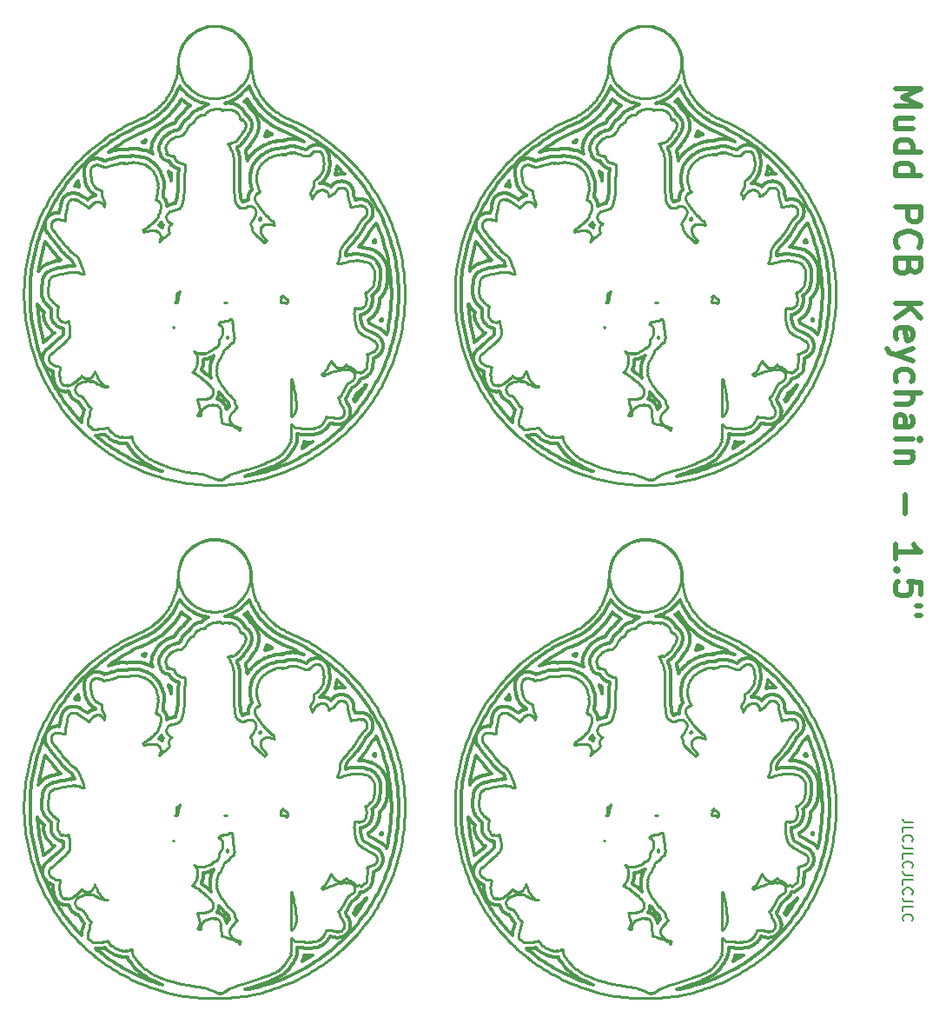
<source format=gto>
%MOIN*%
%OFA0B0*%
%FSLAX46Y46*%
%IPPOS*%
%LPD*%
%ADD10C,0.00984251968503937*%
%ADD11C,0.011811023622047244*%
%ADD12C,0.013779527559055118*%
%ADD13C,0.015748031496062992*%
%ADD24C,0.00984251968503937*%
%ADD25C,0.011811023622047244*%
%ADD26C,0.013779527559055118*%
%ADD27C,0.015748031496062992*%
%ADD28C,0.00984251968503937*%
%ADD29C,0.011811023622047244*%
%ADD30C,0.013779527559055118*%
%ADD31C,0.015748031496062992*%
%ADD32C,0.00984251968503937*%
%ADD33C,0.011811023622047244*%
%ADD34C,0.013779527559055118*%
%ADD35C,0.015748031496062992*%
%ADD36C,0.005905511811023622*%
%ADD37C,0.01968503937007874*%
D10*
X0001109100Y0000058500D02*
X0001125100Y0000058900D01*
X0001141200Y0000059600D01*
X0001157200Y0000060600D01*
X0001173200Y0000062000D01*
X0001189200Y0000063799D01*
X0001205100Y0000065900D01*
X0001221000Y0000068400D01*
X0001236800Y0000071200D01*
X0001252600Y0000074300D01*
X0001268300Y0000077800D01*
X0001283900Y0000081700D01*
X0001299400Y0000085900D01*
X0001314800Y0000090399D01*
X0001330100Y0000095299D01*
X0001345300Y0000100500D01*
X0001360399Y0000106000D01*
X0001375400Y0000111900D01*
X0001390200Y0000118100D01*
X0001404900Y0000124600D01*
X0001419400Y0000131400D01*
X0001433799Y0000138600D01*
X0001448000Y0000146100D01*
X0001462100Y0000153900D01*
X0001475999Y0000161900D01*
X0001489700Y0000170300D01*
X0001503200Y0000179000D01*
X0001516500Y0000188000D01*
X0001529600Y0000197300D01*
X0001542500Y0000206900D01*
X0001555199Y0000216700D01*
X0001567700Y0000226800D01*
X0001580000Y0000237200D01*
X0001592000Y0000247900D01*
X0001603799Y0000258799D01*
X0001615300Y0000270000D01*
X0001626600Y0000281400D01*
X0001637600Y0000293100D01*
X0001648400Y0000305000D01*
X0001658900Y0000317100D01*
X0001669200Y0000329499D01*
X0001679099Y0000342100D01*
X0001688800Y0000354900D01*
X0001698200Y0000368000D01*
X0001707400Y0000381199D01*
X0001716200Y0000394600D01*
X0001724700Y0000408200D01*
X0001732900Y0000422100D01*
X0001740900Y0000436000D01*
X0001748500Y0000450200D01*
X0001755800Y0000464500D01*
X0001762800Y0000479000D01*
X0001769400Y0000493600D01*
X0001775800Y0000508300D01*
X0001781800Y0000523200D01*
X0001787499Y0000538300D01*
X0001792800Y0000553400D01*
X0001797800Y0000568700D01*
X0001802500Y0000584100D01*
X0001806899Y0000599500D01*
X0001810900Y0000615100D01*
X0001814500Y0000630700D01*
X0001817800Y0000646500D01*
X0001820800Y0000662199D01*
X0001823400Y0000678100D01*
X0001825700Y0000694000D01*
X0001827600Y0000710000D01*
X0001829200Y0000725999D01*
X0001830400Y0000742000D01*
X0001831299Y0000758000D01*
X0001831800Y0000774100D01*
X0001831900Y0000790200D01*
X0001831700Y0000806200D01*
X0001831200Y0000822300D01*
X0001830299Y0000838300D01*
X0001829000Y0000854300D01*
X0001827400Y0000870300D01*
X0001825500Y0000886300D01*
X0001823200Y0000902200D01*
X0001820500Y0000918000D01*
X0001817500Y0000933800D01*
X0001814200Y0000949500D01*
X0001810500Y0000965200D01*
X0001806400Y0000980700D01*
X0001802100Y0000996200D01*
X0001797400Y0001011500D01*
X0001792300Y0001026799D01*
X0001786900Y0001041900D01*
X0001781200Y0001056900D01*
X0001775100Y0001071800D01*
X0001768800Y0001086600D01*
X0001762100Y0001101200D01*
X0001755100Y0001115600D01*
X0001747700Y0001129900D01*
X0001740099Y0001144100D01*
X0001732100Y0001158000D01*
X0001723900Y0001171800D01*
X0001715299Y0001185400D01*
X0001706500Y0001198800D01*
X0001697299Y0001212000D01*
X0001687900Y0001225000D01*
X0001678200Y0001237800D01*
X0001668200Y0001250400D01*
X0001657900Y0001262800D01*
X0001647400Y0001274900D01*
X0001636499Y0001286800D01*
X0001625500Y0001298400D01*
X0001614200Y0001309800D01*
X0001602600Y0001321000D01*
X0001590800Y0001331900D01*
X0001578700Y0001342500D01*
X0001566500Y0001352900D01*
X0001554000Y0001363000D01*
X0001541300Y0001372799D01*
X0001528300Y0001382400D01*
X0001515200Y0001391599D01*
X0001501800Y0001400600D01*
X0001488300Y0001409199D01*
X0001474600Y0001417600D01*
X0001460700Y0001425600D01*
X0001446600Y0001433399D01*
X0001432400Y0001440800D01*
X0001418000Y0001448000D01*
X0001403399Y0001454800D01*
X0001388500Y0001461300D01*
X0001388500Y0001461400D01*
X0001388400Y0001461400D01*
X0001372799Y0001468300D01*
X0001371400Y0001469000D01*
X0001356400Y0001477200D01*
X0001355100Y0001478000D01*
X0001340800Y0001487400D01*
X0001339500Y0001488300D01*
X0001326000Y0001498700D01*
X0001324799Y0001499700D01*
X0001312100Y0001511200D01*
X0001311000Y0001512300D01*
X0001299300Y0001524799D01*
X0001298300Y0001526000D01*
X0001287599Y0001539300D01*
X0001286700Y0001540600D01*
X0001277100Y0001554700D01*
X0001276300Y0001556000D01*
X0001267900Y0001570900D01*
X0001267200Y0001572300D01*
X0001259900Y0001587800D01*
X0001259300Y0001589200D01*
X0001253400Y0001605200D01*
X0001252900Y0001606700D01*
X0001248200Y0001623200D01*
X0001247800Y0001624700D01*
X0001244500Y0001641400D01*
X0001244200Y0001643000D01*
X0001242200Y0001659900D01*
X0001242100Y0001661500D01*
X0001241400Y0001678400D01*
X0001240600Y0001694000D01*
X0001238300Y0001708500D01*
X0001234500Y0001722700D01*
X0001229200Y0001736400D01*
X0001222500Y0001749500D01*
X0001214500Y0001761800D01*
X0001205300Y0001773200D01*
X0001194900Y0001783600D01*
X0001183500Y0001792800D01*
X0001171200Y0001800800D01*
X0001158100Y0001807500D01*
X0001144400Y0001812800D01*
X0001130200Y0001816600D01*
X0001115700Y0001818899D01*
X0001101100Y0001819600D01*
X0001086400Y0001818899D01*
X0001071900Y0001816600D01*
X0001057700Y0001812800D01*
X0001044000Y0001807500D01*
X0001030899Y0001800800D01*
X0001018600Y0001792800D01*
X0001007200Y0001783600D01*
X0000996800Y0001773200D01*
X0000987600Y0001761800D01*
X0000979600Y0001749500D01*
X0000972900Y0001736400D01*
X0000967600Y0001722700D01*
X0000963800Y0001708500D01*
X0000961500Y0001694000D01*
X0000960700Y0001678400D01*
X0000960000Y0001661500D01*
X0000959900Y0001659900D01*
X0000957900Y0001643000D01*
X0000957600Y0001641400D01*
X0000954300Y0001624700D01*
X0000953900Y0001623200D01*
X0000949200Y0001606700D01*
X0000948700Y0001605200D01*
X0000942800Y0001589200D01*
X0000942200Y0001587800D01*
X0000934900Y0001572300D01*
X0000934200Y0001570900D01*
X0000925800Y0001556000D01*
X0000925000Y0001554700D01*
X0000915400Y0001540600D01*
X0000914500Y0001539300D01*
X0000903800Y0001526000D01*
X0000902800Y0001524799D01*
X0000891100Y0001512300D01*
X0000890000Y0001511200D01*
X0000877300Y0001499700D01*
X0000876100Y0001498700D01*
X0000862600Y0001488300D01*
X0000861300Y0001487400D01*
X0000847000Y0001478000D01*
X0000845700Y0001477200D01*
X0000830700Y0001469000D01*
X0000829300Y0001468300D01*
X0000813700Y0001461400D01*
X0000813600Y0001461300D01*
X0000798699Y0001454800D01*
X0000784100Y0001448000D01*
X0000769700Y0001440800D01*
X0000755500Y0001433399D01*
X0000741399Y0001425600D01*
X0000727500Y0001417600D01*
X0000713799Y0001409199D01*
X0000700300Y0001400600D01*
X0000686899Y0001391599D01*
X0000673800Y0001382300D01*
X0000660900Y0001372799D01*
X0000648100Y0001363000D01*
X0000635600Y0001352900D01*
X0000623400Y0001342500D01*
X0000611300Y0001331900D01*
X0000599500Y0001321000D01*
X0000587900Y0001309800D01*
X0000576600Y0001298400D01*
X0000565600Y0001286800D01*
X0000554700Y0001274900D01*
X0000544200Y0001262800D01*
X0000533900Y0001250400D01*
X0000523900Y0001237800D01*
X0000514200Y0001225000D01*
X0000504800Y0001212000D01*
X0000495600Y0001198800D01*
X0000486800Y0001185400D01*
X0000478200Y0001171800D01*
X0000470000Y0001158000D01*
X0000462000Y0001144100D01*
X0000454400Y0001129900D01*
X0000447000Y0001115600D01*
X0000440000Y0001101200D01*
X0000433300Y0001086600D01*
X0000427000Y0001071800D01*
X0000420900Y0001056900D01*
X0000415200Y0001041900D01*
X0000409800Y0001026799D01*
X0000404700Y0001011500D01*
X0000400000Y0000996200D01*
X0000395700Y0000980700D01*
X0000391600Y0000965200D01*
X0000387900Y0000949500D01*
X0000384600Y0000933800D01*
X0000381600Y0000918000D01*
X0000378900Y0000902200D01*
X0000376599Y0000886300D01*
X0000374700Y0000870300D01*
X0000373100Y0000854300D01*
X0000371800Y0000838300D01*
X0000370900Y0000822300D01*
X0000370400Y0000806200D01*
X0000370200Y0000790200D01*
X0000370300Y0000774100D01*
X0000370800Y0000758000D01*
X0000371700Y0000742000D01*
X0000372900Y0000725999D01*
X0000374500Y0000710000D01*
X0000376400Y0000694000D01*
X0000378700Y0000678100D01*
X0000381299Y0000662199D01*
X0000384299Y0000646500D01*
X0000387600Y0000630700D01*
X0000391200Y0000615100D01*
X0000395200Y0000599500D01*
X0000399600Y0000584100D01*
X0000404300Y0000568700D01*
X0000409300Y0000553400D01*
X0000414600Y0000538300D01*
X0000420300Y0000523200D01*
X0000426300Y0000508399D01*
X0000432700Y0000493600D01*
X0000439300Y0000479000D01*
X0000446300Y0000464500D01*
X0000453600Y0000450200D01*
X0000461200Y0000436000D01*
X0000469200Y0000422000D01*
X0000477400Y0000408200D01*
X0000485900Y0000394600D01*
X0000494700Y0000381199D01*
X0000503900Y0000368000D01*
X0000513300Y0000355000D01*
X0000523000Y0000342100D01*
X0000532900Y0000329499D01*
X0000543200Y0000317100D01*
X0000553700Y0000305000D01*
X0000564500Y0000293100D01*
X0000575500Y0000281400D01*
X0000586800Y0000270000D01*
X0000598300Y0000258799D01*
X0000610100Y0000247900D01*
X0000622100Y0000237200D01*
X0000634400Y0000226800D01*
X0000646899Y0000216700D01*
X0000659599Y0000206900D01*
X0000672500Y0000197300D01*
X0000685600Y0000188000D01*
X0000698899Y0000179000D01*
X0000712400Y0000170300D01*
X0000726099Y0000161900D01*
X0000740000Y0000153900D01*
X0000754100Y0000146100D01*
X0000768299Y0000138600D01*
X0000782700Y0000131400D01*
X0000797200Y0000124600D01*
X0000811900Y0000118100D01*
X0000826700Y0000111900D01*
X0000841700Y0000106000D01*
X0000856800Y0000100500D01*
X0000872000Y0000095299D01*
X0000887300Y0000090399D01*
X0000902700Y0000085900D01*
X0000918200Y0000081700D01*
X0000933800Y0000077800D01*
X0000949500Y0000074300D01*
X0000965200Y0000071200D01*
X0000981100Y0000068400D01*
X0000996900Y0000065900D01*
X0001012899Y0000063799D01*
X0001028799Y0000062000D01*
X0001044899Y0000060600D01*
X0001060900Y0000059600D01*
X0001077000Y0000058900D01*
X0001093000Y0000058500D01*
X0001109100Y0000058500D01*
X0001089400Y0001541600D02*
X0001087500Y0001541600D01*
X0001085600Y0001541900D01*
X0001070400Y0001545000D01*
X0001070400Y0001545000D01*
X0001062800Y0001546500D01*
X0001060900Y0001546900D01*
X0001059100Y0001547600D01*
X0001037600Y0001556500D01*
X0001035800Y0001557300D01*
X0001034200Y0001558300D01*
X0001014799Y0001571200D01*
X0001013300Y0001572400D01*
X0001011800Y0001573700D01*
X0000995400Y0001590100D01*
X0000994100Y0001591599D01*
X0000992900Y0001593100D01*
X0000980000Y0001612500D01*
X0000979000Y0001614100D01*
X0000978200Y0001615900D01*
X0000969300Y0001637400D01*
X0000968600Y0001639200D01*
X0000968200Y0001641100D01*
X0000963600Y0001663900D01*
X0000963300Y0001665800D01*
X0000963300Y0001667700D01*
X0000963300Y0001691000D01*
X0000963300Y0001692900D01*
X0000963600Y0001694800D01*
X0000968200Y0001717600D01*
X0000968600Y0001719500D01*
X0000969300Y0001721299D01*
X0000978200Y0001742800D01*
X0000979000Y0001744600D01*
X0000980000Y0001746200D01*
X0000992900Y0001765600D01*
X0000994100Y0001767100D01*
X0000995400Y0001768600D01*
X0001011800Y0001785000D01*
X0001013300Y0001786300D01*
X0001014799Y0001787499D01*
X0001034200Y0001800400D01*
X0001035800Y0001801400D01*
X0001037600Y0001802200D01*
X0001059100Y0001811100D01*
X0001060900Y0001811800D01*
X0001062800Y0001812200D01*
X0001070400Y0001813700D01*
X0001070400Y0001813700D01*
X0001085600Y0001816800D01*
X0001087500Y0001817100D01*
X0001089400Y0001817100D01*
X0001112700Y0001817100D01*
X0001114600Y0001817100D01*
X0001116500Y0001816800D01*
X0001131700Y0001813700D01*
X0001139300Y0001812200D01*
X0001141200Y0001811800D01*
X0001143000Y0001811100D01*
X0001164500Y0001802200D01*
X0001166300Y0001801400D01*
X0001167900Y0001800400D01*
X0001187300Y0001787499D01*
X0001188800Y0001786300D01*
X0001190300Y0001785000D01*
X0001206700Y0001768600D01*
X0001208000Y0001767100D01*
X0001209200Y0001765600D01*
X0001222100Y0001746200D01*
X0001223100Y0001744600D01*
X0001223900Y0001742800D01*
X0001232800Y0001721299D01*
X0001233500Y0001719500D01*
X0001233900Y0001717600D01*
X0001238500Y0001694800D01*
X0001238800Y0001692900D01*
X0001238800Y0001691000D01*
X0001238800Y0001667700D01*
X0001238800Y0001665800D01*
X0001238500Y0001663900D01*
X0001233900Y0001641100D01*
X0001233500Y0001639200D01*
X0001232800Y0001637400D01*
X0001223900Y0001615900D01*
X0001223100Y0001614100D01*
X0001222100Y0001612500D01*
X0001209200Y0001593100D01*
X0001208000Y0001591599D01*
X0001206700Y0001590100D01*
X0001190300Y0001573700D01*
X0001188800Y0001572400D01*
X0001187300Y0001571200D01*
X0001167900Y0001558300D01*
X0001166300Y0001557300D01*
X0001164500Y0001556500D01*
X0001143000Y0001547600D01*
X0001141200Y0001546900D01*
X0001139300Y0001546500D01*
X0001131700Y0001545000D01*
X0001131700Y0001545000D01*
X0001116500Y0001541900D01*
X0001114600Y0001541600D01*
X0001112700Y0001541600D01*
X0001089400Y0001541600D01*
X0001124700Y0000078100D02*
X0001123200Y0000079200D01*
X0001122900Y0000078999D01*
X0001122500Y0000078900D01*
X0001122300Y0000079800D01*
X0001122300Y0000079900D01*
X0001122200Y0000079900D01*
X0001121900Y0000079900D01*
X0001119700Y0000081500D01*
X0001119700Y0000081500D01*
X0001119100Y0000078200D01*
X0001117900Y0000078400D01*
X0001114900Y0000079100D01*
X0001114600Y0000079200D01*
X0001114300Y0000079100D01*
X0001111900Y0000079900D01*
X0001110900Y0000080300D01*
X0001105600Y0000082300D01*
X0001105300Y0000082399D01*
X0001098000Y0000085500D01*
X0001097800Y0000085500D01*
X0001090300Y0000088700D01*
X0001080100Y0000092900D01*
X0001071500Y0000096000D01*
X0001063200Y0000098500D01*
X0001054200Y0000100700D01*
X0001043400Y0000102600D01*
X0001030500Y0000104600D01*
X0001020000Y0000106000D01*
X0001019800Y0000106000D01*
X0000998700Y0000109100D01*
X0000998400Y0000109100D01*
X0000997200Y0000109300D01*
X0000996800Y0000109400D01*
X0000978300Y0000112800D01*
X0000977400Y0000113000D01*
X0000960100Y0000116900D01*
X0000959200Y0000117200D01*
X0000941900Y0000122100D01*
X0000941200Y0000122300D01*
X0000923500Y0000128099D01*
X0000922800Y0000128300D01*
X0000898000Y0000137400D01*
X0000897000Y0000137800D01*
X0000875700Y0000147000D01*
X0000874600Y0000147500D01*
X0000873500Y0000148100D01*
X0000873300Y0000148200D01*
X0000855200Y0000157700D01*
X0000853500Y0000158699D01*
X0000838100Y0000168900D01*
X0000836300Y0000170300D01*
X0000823200Y0000181400D01*
X0000822000Y0000182500D01*
X0000821100Y0000183300D01*
X0000820500Y0000183900D01*
X0000809200Y0000196200D01*
X0000807899Y0000197900D01*
X0000799700Y0000209000D01*
X0000799200Y0000209800D01*
X0000789500Y0000224400D01*
X0000788300Y0000226400D01*
X0000787800Y0000227500D01*
X0000786599Y0000230300D01*
X0000785900Y0000233300D01*
X0000785700Y0000234500D01*
X0000785400Y0000237600D01*
X0000785400Y0000245900D01*
X0000780499Y0000243900D01*
X0000777200Y0000245300D01*
X0000774800Y0000242500D01*
X0000763900Y0000241000D01*
X0000761700Y0000242600D01*
X0000759600Y0000240800D01*
X0000748400Y0000241700D01*
X0000746300Y0000243900D01*
X0000743500Y0000242500D01*
X0000729299Y0000246400D01*
X0000727200Y0000249700D01*
X0000723300Y0000249000D01*
X0000711600Y0000255900D01*
X0000710499Y0000259900D01*
X0000706300Y0000260400D01*
X0000697000Y0000270400D01*
X0000695299Y0000272400D01*
X0000694000Y0000274600D01*
X0000691400Y0000279500D01*
X0000689499Y0000278700D01*
X0000687700Y0000278000D01*
X0000685800Y0000277500D01*
X0000676700Y0000275500D01*
X0000674699Y0000276500D01*
X0000673200Y0000274900D01*
X0000661200Y0000273700D01*
X0000660700Y0000274100D01*
X0000660200Y0000273600D01*
X0000652799Y0000273200D01*
X0000652600Y0000273300D01*
X0000652500Y0000273200D01*
X0000634300Y0000272500D01*
X0000621500Y0000283700D01*
X0000617500Y0000283500D01*
X0000617200Y0000286300D01*
X0000616100Y0000286900D01*
X0000616200Y0000288300D01*
X0000613900Y0000290300D01*
X0000615500Y0000292300D01*
X0000614800Y0000293900D01*
X0000614100Y0000296800D01*
X0000614100Y0000296900D01*
X0000615300Y0000302400D01*
X0000614500Y0000310100D01*
X0000617000Y0000313600D01*
X0000617200Y0000314000D01*
X0000618800Y0000318999D01*
X0000620500Y0000326300D01*
X0000621000Y0000328800D01*
X0000621000Y0000329200D01*
X0000621000Y0000329200D01*
X0000623700Y0000342200D01*
X0000624200Y0000344000D01*
X0000627200Y0000353999D01*
X0000627400Y0000354400D01*
X0000627100Y0000354600D01*
X0000624700Y0000356600D01*
X0000623800Y0000357500D01*
X0000623300Y0000358100D01*
X0000613000Y0000369199D01*
X0000611900Y0000370599D01*
X0000610800Y0000372099D01*
X0000604500Y0000382200D01*
X0000604500Y0000382200D01*
X0000598300Y0000392300D01*
X0000593700Y0000397600D01*
X0000590700Y0000399800D01*
X0000590600Y0000399900D01*
X0000587100Y0000400700D01*
X0000586600Y0000400800D01*
X0000583900Y0000401500D01*
X0000581800Y0000402200D01*
X0000579900Y0000403000D01*
X0000578800Y0000403600D01*
X0000576200Y0000405200D01*
X0000573800Y0000407200D01*
X0000573000Y0000408100D01*
X0000570900Y0000410400D01*
X0000569300Y0000413100D01*
X0000568800Y0000414200D01*
X0000567600Y0000417000D01*
X0000566900Y0000420000D01*
X0000566700Y0000421200D01*
X0000566500Y0000423100D01*
X0000566400Y0000424100D01*
X0000566400Y0000426300D01*
X0000566600Y0000428400D01*
X0000566800Y0000429600D01*
X0000567500Y0000432600D01*
X0000568700Y0000435500D01*
X0000569300Y0000436600D01*
X0000570900Y0000439200D01*
X0000572900Y0000441600D01*
X0000573700Y0000442400D01*
X0000575500Y0000444000D01*
X0000577300Y0000445300D01*
X0000580200Y0000447100D01*
X0000581600Y0000447800D01*
X0000582700Y0000448400D01*
X0000583700Y0000448900D01*
X0000588600Y0000451000D01*
X0000589900Y0000451500D01*
X0000595900Y0000453700D01*
X0000597000Y0000454100D01*
X0000603200Y0000455900D01*
X0000604800Y0000456300D01*
X0000610300Y0000457500D01*
X0000611300Y0000457700D01*
X0000612500Y0000457900D01*
X0000613100Y0000457900D01*
X0000614000Y0000458100D01*
X0000614800Y0000457500D01*
X0000615500Y0000458200D01*
X0000621700Y0000458500D01*
X0000624100Y0000456500D01*
X0000624900Y0000456200D01*
X0000628000Y0000457900D01*
X0000632900Y0000456900D01*
X0000635400Y0000456200D01*
X0000637699Y0000455200D01*
X0000638800Y0000454600D01*
X0000639200Y0000454400D01*
X0000644600Y0000451500D01*
X0000646100Y0000450700D01*
X0000648000Y0000449400D01*
X0000653099Y0000446500D01*
X0000659800Y0000443300D01*
X0000667999Y0000439900D01*
X0000668399Y0000439700D01*
X0000680599Y0000436100D01*
X0000688400Y0000435200D01*
X0000691200Y0000435600D01*
X0000691300Y0000436100D01*
X0000691500Y0000437200D01*
X0000681700Y0000436700D01*
X0000676300Y0000441400D01*
X0000675900Y0000441700D01*
X0000669900Y0000447300D01*
X0000669700Y0000449100D01*
X0000667800Y0000449300D01*
X0000662900Y0000454600D01*
X0000661300Y0000456500D01*
X0000657200Y0000462200D01*
X0000655799Y0000464500D01*
X0000652300Y0000471200D01*
X0000652700Y0000473300D01*
X0000650800Y0000474200D01*
X0000647500Y0000482600D01*
X0000646999Y0000483900D01*
X0000643600Y0000494600D01*
X0000643400Y0000495300D01*
X0000643300Y0000495600D01*
X0000643200Y0000495200D01*
X0000642200Y0000492500D01*
X0000640899Y0000489400D01*
X0000640400Y0000488300D01*
X0000639800Y0000487200D01*
X0000639600Y0000486800D01*
X0000636800Y0000481600D01*
X0000635600Y0000479600D01*
X0000633300Y0000476300D01*
X0000631100Y0000473700D01*
X0000630200Y0000472900D01*
X0000627700Y0000470700D01*
X0000626800Y0000470100D01*
X0000626600Y0000470100D01*
X0000624700Y0000469000D01*
X0000624100Y0000468700D01*
X0000621300Y0000467500D01*
X0000618300Y0000466800D01*
X0000617100Y0000466600D01*
X0000614000Y0000466300D01*
X0000610900Y0000466600D01*
X0000609700Y0000466800D01*
X0000606700Y0000467500D01*
X0000604900Y0000468200D01*
X0000604100Y0000468400D01*
X0000601200Y0000469600D01*
X0000600800Y0000469800D01*
X0000598600Y0000471400D01*
X0000597800Y0000471400D01*
X0000596100Y0000472900D01*
X0000595100Y0000473800D01*
X0000594300Y0000474700D01*
X0000593000Y0000476100D01*
X0000592200Y0000477000D01*
X0000590100Y0000474400D01*
X0000588600Y0000472700D01*
X0000587600Y0000471800D01*
X0000584300Y0000468500D01*
X0000583500Y0000467700D01*
X0000575900Y0000461000D01*
X0000574900Y0000460200D01*
X0000567200Y0000454100D01*
X0000566200Y0000453400D01*
X0000558900Y0000448400D01*
X0000557500Y0000447600D01*
X0000551300Y0000444100D01*
X0000548500Y0000444700D01*
X0000547200Y0000442200D01*
X0000542800Y0000440600D01*
X0000541300Y0000441200D01*
X0000540400Y0000440800D01*
X0000537400Y0000440100D01*
X0000536200Y0000439900D01*
X0000535700Y0000443500D01*
X0000535500Y0000443400D01*
X0000535100Y0000441200D01*
X0000535000Y0000441200D01*
X0000532500Y0000441800D01*
X0000529000Y0000440000D01*
X0000527100Y0000440400D01*
X0000525000Y0000441100D01*
X0000522900Y0000442000D01*
X0000521800Y0000442600D01*
X0000519200Y0000444200D01*
X0000516800Y0000446200D01*
X0000516000Y0000447100D01*
X0000514000Y0000449400D01*
X0000512399Y0000452100D01*
X0000511800Y0000453200D01*
X0000511000Y0000454800D01*
X0000510399Y0000456600D01*
X0000509499Y0000459700D01*
X0000509000Y0000462000D01*
X0000508100Y0000467900D01*
X0000508000Y0000467900D01*
X0000507900Y0000469200D01*
X0000507700Y0000470100D01*
X0000506900Y0000477400D01*
X0000506900Y0000477800D01*
X0000506900Y0000477900D01*
X0000506800Y0000479500D01*
X0000506800Y0000479600D01*
X0000506800Y0000479600D01*
X0000506800Y0000480000D01*
X0000507100Y0000495700D01*
X0000507300Y0000498500D01*
X0000507499Y0000499700D01*
X0000507800Y0000501299D01*
X0000510300Y0000511499D01*
X0000509900Y0000511499D01*
X0000508700Y0000511700D01*
X0000508399Y0000511800D01*
X0000497600Y0000513599D01*
X0000495500Y0000514100D01*
X0000493400Y0000514900D01*
X0000485200Y0000518300D01*
X0000483800Y0000518900D01*
X0000482700Y0000519499D01*
X0000481000Y0000520499D01*
X0000480800Y0000520599D01*
X0000480700Y0000520700D01*
X0000475800Y0000523900D01*
X0000474200Y0000525000D01*
X0000472700Y0000526400D01*
X0000471900Y0000527300D01*
X0000469800Y0000529600D01*
X0000468200Y0000532300D01*
X0000467700Y0000533400D01*
X0000466500Y0000536200D01*
X0000465800Y0000539200D01*
X0000465600Y0000540400D01*
X0000465300Y0000543500D01*
X0000465600Y0000546600D01*
X0000465800Y0000547800D01*
X0000466500Y0000550800D01*
X0000467700Y0000553700D01*
X0000468200Y0000554800D01*
X0000469800Y0000557400D01*
X0000471900Y0000559700D01*
X0000472700Y0000560600D01*
X0000473800Y0000561600D01*
X0000504299Y0000588000D01*
X0000517400Y0000599300D01*
X0000527700Y0000608400D01*
X0000535500Y0000615500D01*
X0000540300Y0000620100D01*
X0000543400Y0000623500D01*
X0000545000Y0000625700D01*
X0000545200Y0000626000D01*
X0000545600Y0000627100D01*
X0000545900Y0000628600D01*
X0000547000Y0000637300D01*
X0000547000Y0000650099D01*
X0000545600Y0000665099D01*
X0000543000Y0000680699D01*
X0000541600Y0000686699D01*
X0000529600Y0000681800D01*
X0000517800Y0000686499D01*
X0000514800Y0000684200D01*
X0000512100Y0000687500D01*
X0000509399Y0000687900D01*
X0000508300Y0000690300D01*
X0000504299Y0000691900D01*
X0000505499Y0000695399D01*
X0000497400Y0000705200D01*
X0000498600Y0000721500D01*
X0000498600Y0000721800D01*
X0000499400Y0000731000D01*
X0000499500Y0000731600D01*
X0000500499Y0000740600D01*
X0000500600Y0000741299D01*
X0000501100Y0000744500D01*
X0000500700Y0000744700D01*
X0000500700Y0000744700D01*
X0000499600Y0000745300D01*
X0000497800Y0000746300D01*
X0000496200Y0000747500D01*
X0000486300Y0000755400D01*
X0000484600Y0000756900D01*
X0000483700Y0000757800D01*
X0000483300Y0000758200D01*
X0000474600Y0000767500D01*
X0000473200Y0000769200D01*
X0000468800Y0000775000D01*
X0000467100Y0000777800D01*
X0000466500Y0000778900D01*
X0000465900Y0000780300D01*
X0000463700Y0000785400D01*
X0000465200Y0000789100D01*
X0000464700Y0000789799D01*
X0000462100Y0000792200D01*
X0000461500Y0000798500D01*
X0000461400Y0000800300D01*
X0000461400Y0000801600D01*
X0000461400Y0000801699D01*
X0000461400Y0000811700D01*
X0000461700Y0000814800D01*
X0000461900Y0000816000D01*
X0000462600Y0000819000D01*
X0000463800Y0000821900D01*
X0000464300Y0000822999D01*
X0000465900Y0000825600D01*
X0000466200Y0000826000D01*
X0000465900Y0000826700D01*
X0000465200Y0000829000D01*
X0000464800Y0000831000D01*
X0000465000Y0000831300D01*
X0000464800Y0000831800D01*
X0000464800Y0000837900D01*
X0000465000Y0000838900D01*
X0000465700Y0000842000D01*
X0000466900Y0000844800D01*
X0000467400Y0000845900D01*
X0000469100Y0000848500D01*
X0000470000Y0000849700D01*
X0000471300Y0000851800D01*
X0000473300Y0000854200D01*
X0000473700Y0000854500D01*
X0000478000Y0000857600D01*
X0000478300Y0000858300D01*
X0000481000Y0000859600D01*
X0000483400Y0000860500D01*
X0000489300Y0000862300D01*
X0000490000Y0000862500D01*
X0000498100Y0000864700D01*
X0000498600Y0000864800D01*
X0000508100Y0000867000D01*
X0000508399Y0000867100D01*
X0000518499Y0000869400D01*
X0000518900Y0000869400D01*
X0000528700Y0000871400D01*
X0000529200Y0000871500D01*
X0000538000Y0000873000D01*
X0000538300Y0000873100D01*
X0000539500Y0000873300D01*
X0000539700Y0000873300D01*
X0000542000Y0000873600D01*
X0000542300Y0000873500D01*
X0000542500Y0000873700D01*
X0000553300Y0000875000D01*
X0000554100Y0000874400D01*
X0000554800Y0000875200D01*
X0000562900Y0000875500D01*
X0000564400Y0000874200D01*
X0000565900Y0000875400D01*
X0000572400Y0000874700D01*
X0000573300Y0000874600D01*
X0000574500Y0000874400D01*
X0000577300Y0000873800D01*
X0000583400Y0000871900D01*
X0000585900Y0000870900D01*
X0000591600Y0000868200D01*
X0000593400Y0000867500D01*
X0000593900Y0000867500D01*
X0000599700Y0000867700D01*
X0000600700Y0000867800D01*
X0000600700Y0000867800D01*
X0000600800Y0000867800D01*
X0000600300Y0000869200D01*
X0000600100Y0000869800D01*
X0000597700Y0000877400D01*
X0000594000Y0000889000D01*
X0000589400Y0000901800D01*
X0000584800Y0000913900D01*
X0000582100Y0000920500D01*
X0000576000Y0000934700D01*
X0000565500Y0000941900D01*
X0000565200Y0000942100D01*
X0000559900Y0000945900D01*
X0000559000Y0000946500D01*
X0000554200Y0000950400D01*
X0000553200Y0000951300D01*
X0000548300Y0000955700D01*
X0000547700Y0000956300D01*
X0000546800Y0000957200D01*
X0000546600Y0000957400D01*
X0000541300Y0000962900D01*
X0000540700Y0000963500D01*
X0000534500Y0000970500D01*
X0000534100Y0000971000D01*
X0000526600Y0000979900D01*
X0000526400Y0000980200D01*
X0000517100Y0000991600D01*
X0000517100Y0000991700D01*
X0000511499Y0000998600D01*
X0000511499Y0000998700D01*
X0000502700Y0001009600D01*
X0000502700Y0001009700D01*
X0000494800Y0001019600D01*
X0000494800Y0001019600D01*
X0000488200Y0001028100D01*
X0000488100Y0001028200D01*
X0000483100Y0001034700D01*
X0000482900Y0001034899D01*
X0000479700Y0001039099D01*
X0000478900Y0001040300D01*
X0000478000Y0001041800D01*
X0000477000Y0001043500D01*
X0000476500Y0001044600D01*
X0000475300Y0001047400D01*
X0000474600Y0001050400D01*
X0000474400Y0001051600D01*
X0000474100Y0001054700D01*
X0000474400Y0001057800D01*
X0000474600Y0001059000D01*
X0000475300Y0001062000D01*
X0000476500Y0001064900D01*
X0000477000Y0001066000D01*
X0000478600Y0001068600D01*
X0000480600Y0001070900D01*
X0000481500Y0001071800D01*
X0000483900Y0001073800D01*
X0000486500Y0001075400D01*
X0000487600Y0001076000D01*
X0000490500Y0001077200D01*
X0000493400Y0001077900D01*
X0000494700Y0001078100D01*
X0000497100Y0001078300D01*
X0000499600Y0001078200D01*
X0000501600Y0001078100D01*
X0000502900Y0001077900D01*
X0000504100Y0001077700D01*
X0000504700Y0001077600D01*
X0000509700Y0001076600D01*
X0000510300Y0001076500D01*
X0000517300Y0001075000D01*
X0000517499Y0001074900D01*
X0000520200Y0001074300D01*
X0000527700Y0001072800D01*
X0000530100Y0001072500D01*
X0000528300Y0001078600D01*
X0000527800Y0001081000D01*
X0000527600Y0001082200D01*
X0000527300Y0001085300D01*
X0000527600Y0001088400D01*
X0000527800Y0001089600D01*
X0000528100Y0001091400D01*
X0000533200Y0001111500D01*
X0000535200Y0001119700D01*
X0000536300Y0001125600D01*
X0000536600Y0001127700D01*
X0000536600Y0001127800D01*
X0000536600Y0001130100D01*
X0000536800Y0001132400D01*
X0000537000Y0001134100D01*
X0000537200Y0001135300D01*
X0000537900Y0001138300D01*
X0000539100Y0001141100D01*
X0000539700Y0001142200D01*
X0000541300Y0001144900D01*
X0000543300Y0001147200D01*
X0000544200Y0001148100D01*
X0000546500Y0001150100D01*
X0000549100Y0001151700D01*
X0000550200Y0001152300D01*
X0000553100Y0001153500D01*
X0000556100Y0001154200D01*
X0000557300Y0001154400D01*
X0000559900Y0001154600D01*
X0000561900Y0001154700D01*
X0000563700Y0001153000D01*
X0000564000Y0001153100D01*
X0000564100Y0001153100D01*
X0000564300Y0001154200D01*
X0000564700Y0001154200D01*
X0000567700Y0001153400D01*
X0000570500Y0001152300D01*
X0000571200Y0001151900D01*
X0000571300Y0001151900D01*
X0000574100Y0001150700D01*
X0000574700Y0001150400D01*
X0000577800Y0001148200D01*
X0000578500Y0001148200D01*
X0000579600Y0001147200D01*
X0000580300Y0001146600D01*
X0000584000Y0001144000D01*
X0000590300Y0001140100D01*
X0000595200Y0001137100D01*
X0000595500Y0001136900D01*
X0000604500Y0001131100D01*
X0000605200Y0001130700D01*
X0000614300Y0001124300D01*
X0000615000Y0001123700D01*
X0000619600Y0001120200D01*
X0000624900Y0001126900D01*
X0000625500Y0001127700D01*
X0000630300Y0001133200D01*
X0000631200Y0001134200D01*
X0000632099Y0001135100D01*
X0000632400Y0001135300D01*
X0000635800Y0001138600D01*
X0000637000Y0001139700D01*
X0000637000Y0001139700D01*
X0000638700Y0001140900D01*
X0000640500Y0001142000D01*
X0000641600Y0001142500D01*
X0000643000Y0001143200D01*
X0000644500Y0001143800D01*
X0000646699Y0001144600D01*
X0000649000Y0001145100D01*
X0000650199Y0001145300D01*
X0000653299Y0001145500D01*
X0000656399Y0001145300D01*
X0000657600Y0001145100D01*
X0000660600Y0001144400D01*
X0000663500Y0001143200D01*
X0000664500Y0001142600D01*
X0000667200Y0001141000D01*
X0000669500Y0001139000D01*
X0000670400Y0001138100D01*
X0000671699Y0001136700D01*
X0000672800Y0001135200D01*
X0000675600Y0001131100D01*
X0000676800Y0001129100D01*
X0000677299Y0001128000D01*
X0000677499Y0001127500D01*
X0000678100Y0001126300D01*
X0000678100Y0001126800D01*
X0000678400Y0001128900D01*
X0000678600Y0001130100D01*
X0000678700Y0001131100D01*
X0000680399Y0001138900D01*
X0000680399Y0001139200D01*
X0000680399Y0001139200D01*
X0000680499Y0001139600D01*
X0000680099Y0001140700D01*
X0000679700Y0001141700D01*
X0000679300Y0001142600D01*
X0000674199Y0001155900D01*
X0000673500Y0001158300D01*
X0000670400Y0001170900D01*
X0000670000Y0001172500D01*
X0000669800Y0001173700D01*
X0000669700Y0001175100D01*
X0000668699Y0001186100D01*
X0000668699Y0001186600D01*
X0000666000Y0001187400D01*
X0000659700Y0001190000D01*
X0000658200Y0001190700D01*
X0000651900Y0001193900D01*
X0000651900Y0001193900D01*
X0000650800Y0001194500D01*
X0000648900Y0001195600D01*
X0000647099Y0001196900D01*
X0000643300Y0001200100D01*
X0000641900Y0001201300D01*
X0000640999Y0001202100D01*
X0000639400Y0001204100D01*
X0000637899Y0001206200D01*
X0000635400Y0001210600D01*
X0000634799Y0001211600D01*
X0000634300Y0001212700D01*
X0000633500Y0001214600D01*
X0000631999Y0001218300D01*
X0000631500Y0001219900D01*
X0000629700Y0001226100D01*
X0000629300Y0001227500D01*
X0000627800Y0001235000D01*
X0000627600Y0001235900D01*
X0000627400Y0001237100D01*
X0000627400Y0001237200D01*
X0000626200Y0001244800D01*
X0000626200Y0001244800D01*
X0000626200Y0001244900D01*
X0000626200Y0001244900D01*
X0000626000Y0001245900D01*
X0000625300Y0001253000D01*
X0000625200Y0001254500D01*
X0000625000Y0001259900D01*
X0000625100Y0001261700D01*
X0000625300Y0001263500D01*
X0000625500Y0001264700D01*
X0000625600Y0001265500D01*
X0000626200Y0001268300D01*
X0000626900Y0001270900D01*
X0000627900Y0001273300D01*
X0000628500Y0001274400D01*
X0000630100Y0001277100D01*
X0000632099Y0001279400D01*
X0000633000Y0001280300D01*
X0000635199Y0001282199D01*
X0000637699Y0001283800D01*
X0000638099Y0001284000D01*
X0000638299Y0001284100D01*
X0000639400Y0001284600D01*
X0000642200Y0001285800D01*
X0000645200Y0001286500D01*
X0000646500Y0001286700D01*
X0000649500Y0001287000D01*
X0000652600Y0001286700D01*
X0000653800Y0001286500D01*
X0000656900Y0001285800D01*
X0000659399Y0001285000D01*
X0000661300Y0001284200D01*
X0000666200Y0001282100D01*
X0000666900Y0001281799D01*
X0000670500Y0001280000D01*
X0000675600Y0001277800D01*
X0000677799Y0001277200D01*
X0000679800Y0001277400D01*
X0000686699Y0001278700D01*
X0000696500Y0001281100D01*
X0000707100Y0001284000D01*
X0000717300Y0001287300D01*
X0000720500Y0001288399D01*
X0000721400Y0001288700D01*
X0000734400Y0001292600D01*
X0000736900Y0001293200D01*
X0000738099Y0001293399D01*
X0000739000Y0001293500D01*
X0000749600Y0001294700D01*
X0000752200Y0001292700D01*
X0000754900Y0001294599D01*
X0000763700Y0001293200D01*
X0000763700Y0001293200D01*
X0000765000Y0001293000D01*
X0000766700Y0001292700D01*
X0000766800Y0001292700D01*
X0000769200Y0001293200D01*
X0000769800Y0001293399D01*
X0000781500Y0001295900D01*
X0000782600Y0001296200D01*
X0000783800Y0001296300D01*
X0000785600Y0001296500D01*
X0000787300Y0001296600D01*
X0000800300Y0001296300D01*
X0000802900Y0001296000D01*
X0000804100Y0001295800D01*
X0000805100Y0001295700D01*
X0000819999Y0001292500D01*
X0000821400Y0001292200D01*
X0000822500Y0001291800D01*
X0000823400Y0001291500D01*
X0000832300Y0001288500D01*
X0000834900Y0001287399D01*
X0000836000Y0001286800D01*
X0000836400Y0001286600D01*
X0000843200Y0001282900D01*
X0000844800Y0001281999D01*
X0000846300Y0001280900D01*
X0000852900Y0001275399D01*
X0000854100Y0001274400D01*
X0000856500Y0001272100D01*
X0000856900Y0001271800D01*
X0000857700Y0001270900D01*
X0000858000Y0001270700D01*
X0000863200Y0001265200D01*
X0000864800Y0001263399D01*
X0000868600Y0001258400D01*
X0000870300Y0001255500D01*
X0000873300Y0001249800D01*
X0000873400Y0001249700D01*
X0000873900Y0001248600D01*
X0000874800Y0001246500D01*
X0000877700Y0001238700D01*
X0000878000Y0001237900D01*
X0000879500Y0001233300D01*
X0000879600Y0001233200D01*
X0000885500Y0001214800D01*
X0000883000Y0001209500D01*
X0000886400Y0001204900D01*
X0000883700Y0001184300D01*
X0000882600Y0001183400D01*
X0000883300Y0001182100D01*
X0000879300Y0001161000D01*
X0000878700Y0001158500D01*
X0000876600Y0001152200D01*
X0000879300Y0001151500D01*
X0000882200Y0001150300D01*
X0000883300Y0001149800D01*
X0000885900Y0001148100D01*
X0000888300Y0001146100D01*
X0000889100Y0001145300D01*
X0000891100Y0001142900D01*
X0000892800Y0001140300D01*
X0000893300Y0001139200D01*
X0000894500Y0001136300D01*
X0000895200Y0001133300D01*
X0000895400Y0001132100D01*
X0000895600Y0001129900D01*
X0000895600Y0001127600D01*
X0000895500Y0001125500D01*
X0000895300Y0001123800D01*
X0000895100Y0001122600D01*
X0000894900Y0001121600D01*
X0000893800Y0001116700D01*
X0000893700Y0001115900D01*
X0000891900Y0001109000D01*
X0000891900Y0001108700D01*
X0000891400Y0001107100D01*
X0000890900Y0001105500D01*
X0000886500Y0001093400D01*
X0000885600Y0001091300D01*
X0000885000Y0001090200D01*
X0000884300Y0001088800D01*
X0000877900Y0001078400D01*
X0000876100Y0001076000D01*
X0000875400Y0001075200D01*
X0000875400Y0001075200D01*
X0000866500Y0001065700D01*
X0000866100Y0001065300D01*
X0000865200Y0001064400D01*
X0000863300Y0001062700D01*
X0000851200Y0001053400D01*
X0000850000Y0001052500D01*
X0000845200Y0001049400D01*
X0000835500Y0001042999D01*
X0000827100Y0001036999D01*
X0000827400Y0001035600D01*
X0000827600Y0001034400D01*
X0000827800Y0001033400D01*
X0000828000Y0001031600D01*
X0000828100Y0001029800D01*
X0000828000Y0001028899D01*
X0000834300Y0001030500D01*
X0000835500Y0001030700D01*
X0000843100Y0001032200D01*
X0000843600Y0001032300D01*
X0000844800Y0001032500D01*
X0000845100Y0001032500D01*
X0000852900Y0001033600D01*
X0000853300Y0001033300D01*
X0000853700Y0001033700D01*
X0000860800Y0001034400D01*
X0000861500Y0001033900D01*
X0000862100Y0001034500D01*
X0000867500Y0001034700D01*
X0000868500Y0001033900D01*
X0000871100Y0001034100D01*
X0000872000Y0001034000D01*
X0000872500Y0001034300D01*
X0000875200Y0001033900D01*
X0000878200Y0001033199D01*
X0000881100Y0001032000D01*
X0000882200Y0001031400D01*
X0000884800Y0001029800D01*
X0000887100Y0001027800D01*
X0000888000Y0001026899D01*
X0000889600Y0001025099D01*
X0000891000Y0001023099D01*
X0000891200Y0001022799D01*
X0000891800Y0001021700D01*
X0000892300Y0001020600D01*
X0000893500Y0001017700D01*
X0000894200Y0001014699D01*
X0000894400Y0001013500D01*
X0000894700Y0001010400D01*
X0000894400Y0001007400D01*
X0000894200Y0001006100D01*
X0000893700Y0001003700D01*
X0000893000Y0001001300D01*
X0000892600Y0001000100D01*
X0000890700Y0000995000D01*
X0000890600Y0000994600D01*
X0000888800Y0000990100D01*
X0000890300Y0000991800D01*
X0000891400Y0000993100D01*
X0000892300Y0000993900D01*
X0000892600Y0000994300D01*
X0000906200Y0001007300D01*
X0000906600Y0001007600D01*
X0000906600Y0001007600D01*
X0000907500Y0001008400D01*
X0000924100Y0001021700D01*
X0000925200Y0001022500D01*
X0000929800Y0001025700D01*
X0000929500Y0001026200D01*
X0000927900Y0001028799D01*
X0000927300Y0001029900D01*
X0000926100Y0001032700D01*
X0000925400Y0001035800D01*
X0000925200Y0001036999D01*
X0000925000Y0001040000D01*
X0000925200Y0001043099D01*
X0000925400Y0001044300D01*
X0000926100Y0001047299D01*
X0000927300Y0001050200D01*
X0000927900Y0001051300D01*
X0000929500Y0001053900D01*
X0000931500Y0001056300D01*
X0000932300Y0001057100D01*
X0000934600Y0001059100D01*
X0000937200Y0001060700D01*
X0000937500Y0001060900D01*
X0000929900Y0001064700D01*
X0000929900Y0001064700D01*
X0000928800Y0001065300D01*
X0000926200Y0001066900D01*
X0000923800Y0001068900D01*
X0000922900Y0001069800D01*
X0000920900Y0001072100D01*
X0000919300Y0001074800D01*
X0000918800Y0001075900D01*
X0000917600Y0001078700D01*
X0000916900Y0001081700D01*
X0000916700Y0001082900D01*
X0000916400Y0001086000D01*
X0000916700Y0001089100D01*
X0000916900Y0001090300D01*
X0000917600Y0001093300D01*
X0000918800Y0001096200D01*
X0000919300Y0001097300D01*
X0000920900Y0001099900D01*
X0000922900Y0001102300D01*
X0000923800Y0001103100D01*
X0000926200Y0001105100D01*
X0000928800Y0001106700D01*
X0000929900Y0001107300D01*
X0000931900Y0001108200D01*
X0000934000Y0001108900D01*
X0000940800Y0001110600D01*
X0000953900Y0001114100D01*
X0000962300Y0001117200D01*
X0000966400Y0001119500D01*
X0000968600Y0001121600D01*
X0000971300Y0001125600D01*
X0000974500Y0001133100D01*
X0000978800Y0001145800D01*
X0000979600Y0001148700D01*
X0000981200Y0001154200D01*
X0000982200Y0001159100D01*
X0000983000Y0001163900D01*
X0000983700Y0001171600D01*
X0000984400Y0001181700D01*
X0000985100Y0001195100D01*
X0000985100Y0001195200D01*
X0000985400Y0001202100D01*
X0000986000Y0001217300D01*
X0000986600Y0001233700D01*
X0000987100Y0001249600D01*
X0000987400Y0001264199D01*
X0000987700Y0001275300D01*
X0000987800Y0001287399D01*
X0000987800Y0001287700D01*
X0000984800Y0001288500D01*
X0000983800Y0001288799D01*
X0000977300Y0001290800D01*
X0000976500Y0001291100D01*
X0000970400Y0001293300D01*
X0000969300Y0001293700D01*
X0000964500Y0001295800D01*
X0000963400Y0001296300D01*
X0000962300Y0001296900D01*
X0000960700Y0001297700D01*
X0000958100Y0001299400D01*
X0000956300Y0001300700D01*
X0000954700Y0001302100D01*
X0000953800Y0001303000D01*
X0000951800Y0001305300D01*
X0000950200Y0001308000D01*
X0000949600Y0001309100D01*
X0000948500Y0001311900D01*
X0000947700Y0001314900D01*
X0000947500Y0001316100D01*
X0000947500Y0001316800D01*
X0000947300Y0001317100D01*
X0000945300Y0001319400D01*
X0000944400Y0001320800D01*
X0000942300Y0001319800D01*
X0000925000Y0001326200D01*
X0000921200Y0001324900D01*
X0000920200Y0001327300D01*
X0000919400Y0001327500D01*
X0000919200Y0001328400D01*
X0000916500Y0001329400D01*
X0000917900Y0001333300D01*
X0000911100Y0001350200D01*
X0000914100Y0001357600D01*
X0000914800Y0001359100D01*
X0000915400Y0001360199D01*
X0000916100Y0001361500D01*
X0000922400Y0001371800D01*
X0000923700Y0001373799D01*
X0000925300Y0001375600D01*
X0000926200Y0001376400D01*
X0000927100Y0001377300D01*
X0000936200Y0001385300D01*
X0000938200Y0001386800D01*
X0000940300Y0001388000D01*
X0000941400Y0001388600D01*
X0000942200Y0001389000D01*
X0000953500Y0001394100D01*
X0000955200Y0001394800D01*
X0000957100Y0001395300D01*
X0000960500Y0001396100D01*
X0000961100Y0001396200D01*
X0000971800Y0001398400D01*
X0000978100Y0001400100D01*
X0000978800Y0001400400D01*
X0000982800Y0001406000D01*
X0000983800Y0001407200D01*
X0000987900Y0001412100D01*
X0000989000Y0001413300D01*
X0000989900Y0001414200D01*
X0000991800Y0001415900D01*
X0000992500Y0001416400D01*
X0000993400Y0001419900D01*
X0000994100Y0001421999D01*
X0000995000Y0001423900D01*
X0000995500Y0001425000D01*
X0000996000Y0001425900D01*
X0000998900Y0001431000D01*
X0000999900Y0001432600D01*
X0001000999Y0001434100D01*
X0001004699Y0001438300D01*
X0001005700Y0001439500D01*
X0001006599Y0001440300D01*
X0001008400Y0001441900D01*
X0001010300Y0001443200D01*
X0001013800Y0001445300D01*
X0001014999Y0001445999D01*
X0001016100Y0001446600D01*
X0001018999Y0001447800D01*
X0001022000Y0001448500D01*
X0001022500Y0001448600D01*
X0001022899Y0001450500D01*
X0001023700Y0001452599D01*
X0001025600Y0001457300D01*
X0001026200Y0001458700D01*
X0001026799Y0001459800D01*
X0001028000Y0001461900D01*
X0001029600Y0001463900D01*
X0001031800Y0001466400D01*
X0001032600Y0001467200D01*
X0001033400Y0001468100D01*
X0001035600Y0001469900D01*
X0001037900Y0001471500D01*
X0001044400Y0001475000D01*
X0001044999Y0001475300D01*
X0001046100Y0001475900D01*
X0001048900Y0001477000D01*
X0001051900Y0001477800D01*
X0001053100Y0001478000D01*
X0001055400Y0001478200D01*
X0001063200Y0001478500D01*
X0001064000Y0001477800D01*
X0001065500Y0001480800D01*
X0001065700Y0001481200D01*
X0001065700Y0001481200D01*
X0001066900Y0001483100D01*
X0001068300Y0001484800D01*
X0001069200Y0001485800D01*
X0001070000Y0001486600D01*
X0001070800Y0001487500D01*
X0001072800Y0001489200D01*
X0001075000Y0001490700D01*
X0001078400Y0001492600D01*
X0001079200Y0001493000D01*
X0001080300Y0001493600D01*
X0001082200Y0001494399D01*
X0001087800Y0001496600D01*
X0001089100Y0001497000D01*
X0001095700Y0001499100D01*
X0001096800Y0001499400D01*
X0001103200Y0001500999D01*
X0001104800Y0001501300D01*
X0001106100Y0001501500D01*
X0001106100Y0001501500D01*
X0001111100Y0001502300D01*
X0001111900Y0001501700D01*
X0001112200Y0001501800D01*
X0001112700Y0001501900D01*
X0001112800Y0001500999D01*
X0001113800Y0001500300D01*
X0001116500Y0001502400D01*
X0001118900Y0001502100D01*
X0001119600Y0001502000D01*
X0001120800Y0001501800D01*
X0001123800Y0001501100D01*
X0001126600Y0001499900D01*
X0001127700Y0001499300D01*
X0001130400Y0001497700D01*
X0001132200Y0001496100D01*
X0001139400Y0001498500D01*
X0001142400Y0001499200D01*
X0001143600Y0001499400D01*
X0001146200Y0001499600D01*
X0001156500Y0001499900D01*
X0001160000Y0001496800D01*
X0001164100Y0001498800D01*
X0001173500Y0001495900D01*
X0001176600Y0001494599D01*
X0001177700Y0001494100D01*
X0001179500Y0001493000D01*
X0001183100Y0001490700D01*
X0001184500Y0001489600D01*
X0001185900Y0001488500D01*
X0001189900Y0001484700D01*
X0001190300Y0001484300D01*
X0001191200Y0001483400D01*
X0001193200Y0001481100D01*
X0001194800Y0001478500D01*
X0001195400Y0001477400D01*
X0001196600Y0001474500D01*
X0001197300Y0001471500D01*
X0001197500Y0001470300D01*
X0001197500Y0001470199D01*
X0001197900Y0001467700D01*
X0001198100Y0001464599D01*
X0001198000Y0001463599D01*
X0001199900Y0001463000D01*
X0001201800Y0001463000D01*
X0001205200Y0001459900D01*
X0001205600Y0001460700D01*
X0001206000Y0001460500D01*
X0001208100Y0001459200D01*
X0001208600Y0001460100D01*
X0001208700Y0001460000D01*
X0001211300Y0001458399D01*
X0001213600Y0001456500D01*
X0001214500Y0001455600D01*
X0001216500Y0001453200D01*
X0001218100Y0001450600D01*
X0001218600Y0001449500D01*
X0001219400Y0001447700D01*
X0001220200Y0001447500D01*
X0001220100Y0001446100D01*
X0001221400Y0001444800D01*
X0001220500Y0001443700D01*
X0001220500Y0001443700D01*
X0001220700Y0001442400D01*
X0001220300Y0001442400D01*
X0001220900Y0001439799D01*
X0001221100Y0001438600D01*
X0001221300Y0001435500D01*
X0001221100Y0001432400D01*
X0001221100Y0001432300D01*
X0001219900Y0001432500D01*
X0001219800Y0001432000D01*
X0001218600Y0001429200D01*
X0001218500Y0001428800D01*
X0001218300Y0001428900D01*
X0001217500Y0001421799D01*
X0001215100Y0001419500D01*
X0001213900Y0001418000D01*
X0001210700Y0001413300D01*
X0001206800Y0001406700D01*
X0001205600Y0001404500D01*
X0001204900Y0001403399D01*
X0001197100Y0001391399D01*
X0001195900Y0001389800D01*
X0001194500Y0001388300D01*
X0001193600Y0001387400D01*
X0001193500Y0001387200D01*
X0001185300Y0001379300D01*
X0001183100Y0001377400D01*
X0001180500Y0001375800D01*
X0001179400Y0001375300D01*
X0001178800Y0001375000D01*
X0001170300Y0001371000D01*
X0001165000Y0001372799D01*
X0001160900Y0001368900D01*
X0001153400Y0001368900D01*
X0001157100Y0001362700D01*
X0001157800Y0001361399D01*
X0001158400Y0001360300D01*
X0001158800Y0001359600D01*
X0001166500Y0001342700D01*
X0001167400Y0001340300D01*
X0001172700Y0001323300D01*
X0001173100Y0001321800D01*
X0001173200Y0001321300D01*
X0001173300Y0001320700D01*
X0001174800Y0001313100D01*
X0001174900Y0001312500D01*
X0001175100Y0001311300D01*
X0001175200Y0001310400D01*
X0001176000Y0001303200D01*
X0001176200Y0001301500D01*
X0001176300Y0001293500D01*
X0001176300Y0001292300D01*
X0001176000Y0001282300D01*
X0001175900Y0001281799D01*
X0001175500Y0001274400D01*
X0001174200Y0001249700D01*
X0001173800Y0001226200D01*
X0001174300Y0001204200D01*
X0001175500Y0001184100D01*
X0001177500Y0001167100D01*
X0001179900Y0001153700D01*
X0001183000Y0001143100D01*
X0001183500Y0001141700D01*
X0001189100Y0001131600D01*
X0001194100Y0001125900D01*
X0001198500Y0001123100D01*
X0001204700Y0001121300D01*
X0001209200Y0001121000D01*
X0001215600Y0001121500D01*
X0001219600Y0001122700D01*
X0001219700Y0001122800D01*
X0001224300Y0001125000D01*
X0001226800Y0001126000D01*
X0001229500Y0001126900D01*
X0001232500Y0001127600D01*
X0001233700Y0001127800D01*
X0001236800Y0001128000D01*
X0001239800Y0001127800D01*
X0001241100Y0001127600D01*
X0001244000Y0001126900D01*
X0001246800Y0001125800D01*
X0001247100Y0001125600D01*
X0001247200Y0001125600D01*
X0001248300Y0001125000D01*
X0001250900Y0001123400D01*
X0001253300Y0001121400D01*
X0001254100Y0001120500D01*
X0001256200Y0001118200D01*
X0001257800Y0001115500D01*
X0001258300Y0001114400D01*
X0001259500Y0001111600D01*
X0001260200Y0001108600D01*
X0001260400Y0001107400D01*
X0001260700Y0001104300D01*
X0001260400Y0001101200D01*
X0001260200Y0001100000D01*
X0001259800Y0001098100D01*
X0001259200Y0001096200D01*
X0001258400Y0001094000D01*
X0001257800Y0001092500D01*
X0001255700Y0001087900D01*
X0001255500Y0001087500D01*
X0001253500Y0001083600D01*
X0001253400Y0001083400D01*
X0001252900Y0001082300D01*
X0001251800Y0001080500D01*
X0001245400Y0001070600D01*
X0001244200Y0001069000D01*
X0001242800Y0001067400D01*
X0001242000Y0001066600D01*
X0001241400Y0001066100D01*
X0001237200Y0001062100D01*
X0001237200Y0001062100D01*
X0001237700Y0001061600D01*
X0001239600Y0001058500D01*
X0001240200Y0001057800D01*
X0001241000Y0001056500D01*
X0001242300Y0001055800D01*
X0001243400Y0001052500D01*
X0001244200Y0001049300D01*
X0001244400Y0001048100D01*
X0001244600Y0001045800D01*
X0001244600Y0001045400D01*
X0001244900Y0001042700D01*
X0001245900Y0001037800D01*
X0001247000Y0001033700D01*
X0001247600Y0001031600D01*
X0001247900Y0001030999D01*
X0001248500Y0001030000D01*
X0001250400Y0001027500D01*
X0001253800Y0001023700D01*
X0001258300Y0001019300D01*
X0001265700Y0001012300D01*
X0001275399Y0001003400D01*
X0001287700Y0000992400D01*
X0001287700Y0000992400D01*
X0001287700Y0000992400D01*
X0001293500Y0000987300D01*
X0001294900Y0000989600D01*
X0001297000Y0000992000D01*
X0001297800Y0000992900D01*
X0001300199Y0000994900D01*
X0001302400Y0000996200D01*
X0001301200Y0000997300D01*
X0001301200Y0000997400D01*
X0001300300Y0000998200D01*
X0001299799Y0000998800D01*
X0001293399Y0001005700D01*
X0001292800Y0001006400D01*
X0001287500Y0001012699D01*
X0001286600Y0001013900D01*
X0001283000Y0001018899D01*
X0001281500Y0001021400D01*
X0001280900Y0001022500D01*
X0001280300Y0001023900D01*
X0001279100Y0001026700D01*
X0001278400Y0001028899D01*
X0001277900Y0001031099D01*
X0001277700Y0001032400D01*
X0001277400Y0001035400D01*
X0001277700Y0001038500D01*
X0001277900Y0001039700D01*
X0001278600Y0001042700D01*
X0001279800Y0001045600D01*
X0001280300Y0001046700D01*
X0001281900Y0001049300D01*
X0001283900Y0001051700D01*
X0001284800Y0001052600D01*
X0001287200Y0001054600D01*
X0001289800Y0001056200D01*
X0001290900Y0001056700D01*
X0001292900Y0001057600D01*
X0001295000Y0001058300D01*
X0001296700Y0001058700D01*
X0001298500Y0001059100D01*
X0001299799Y0001059300D01*
X0001302300Y0001059500D01*
X0001304800Y0001059400D01*
X0001309600Y0001059000D01*
X0001310700Y0001058800D01*
X0001311900Y0001058600D01*
X0001312300Y0001058600D01*
X0001319300Y0001057300D01*
X0001320000Y0001057200D01*
X0001328400Y0001055400D01*
X0001329000Y0001055300D01*
X0001331400Y0001054700D01*
X0001330199Y0001057500D01*
X0001329500Y0001060500D01*
X0001329300Y0001061700D01*
X0001329000Y0001064800D01*
X0001329200Y0001067200D01*
X0001324700Y0001070200D01*
X0001323500Y0001071000D01*
X0001312100Y0001079800D01*
X0001310700Y0001081100D01*
X0001300599Y0001090600D01*
X0001300199Y0001091000D01*
X0001299300Y0001091800D01*
X0001298400Y0001092800D01*
X0001288500Y0001104000D01*
X0001287700Y0001105000D01*
X0001278100Y0001117400D01*
X0001277800Y0001117900D01*
X0001271500Y0001126500D01*
X0001271300Y0001126800D01*
X0001266000Y0001134400D01*
X0001265700Y0001134800D01*
X0001261800Y0001140800D01*
X0001261200Y0001141800D01*
X0001259100Y0001145500D01*
X0001258600Y0001146300D01*
X0001258000Y0001147400D01*
X0001256900Y0001150100D01*
X0001256600Y0001150900D01*
X0001255900Y0001154100D01*
X0001255700Y0001155300D01*
X0001255400Y0001158400D01*
X0001255700Y0001161400D01*
X0001255900Y0001162700D01*
X0001256600Y0001165700D01*
X0001257800Y0001168500D01*
X0001258300Y0001169600D01*
X0001259900Y0001172300D01*
X0001261900Y0001174600D01*
X0001262800Y0001175500D01*
X0001265200Y0001177500D01*
X0001267800Y0001179100D01*
X0001268900Y0001179700D01*
X0001269500Y0001179900D01*
X0001271000Y0001180700D01*
X0001273600Y0001181700D01*
X0001276300Y0001182300D01*
X0001277100Y0001182400D01*
X0001274300Y0001187400D01*
X0001274000Y0001188000D01*
X0001273500Y0001189100D01*
X0001273100Y0001189900D01*
X0001268800Y0001199500D01*
X0001268000Y0001201700D01*
X0001265300Y0001210200D01*
X0001264700Y0001213000D01*
X0001263399Y0001221300D01*
X0001264500Y0001223200D01*
X0001262900Y0001224900D01*
X0001262600Y0001232600D01*
X0001262700Y0001234400D01*
X0001263399Y0001248000D01*
X0001263599Y0001250100D01*
X0001263799Y0001251300D01*
X0001263900Y0001252100D01*
X0001266100Y0001262800D01*
X0001266600Y0001264900D01*
X0001267400Y0001267000D01*
X0001271400Y0001275900D01*
X0001271800Y0001276800D01*
X0001272400Y0001277900D01*
X0001273300Y0001279400D01*
X0001274300Y0001280900D01*
X0001280400Y0001288900D01*
X0001281900Y0001290700D01*
X0001284100Y0001293000D01*
X0001284400Y0001293200D01*
X0001285200Y0001294100D01*
X0001286500Y0001295300D01*
X0001297300Y0001304300D01*
X0001299599Y0001305999D01*
X0001311900Y0001313600D01*
X0001313300Y0001314300D01*
X0001314400Y0001314900D01*
X0001315300Y0001315400D01*
X0001328200Y0001321000D01*
X0001330799Y0001322000D01*
X0001343500Y0001325500D01*
X0001345700Y0001326000D01*
X0001346900Y0001326200D01*
X0001348199Y0001326300D01*
X0001359800Y0001327400D01*
X0001362800Y0001324999D01*
X0001366100Y0001327000D01*
X0001373100Y0001325900D01*
X0001374600Y0001326800D01*
X0001375700Y0001327400D01*
X0001376200Y0001327600D01*
X0001381900Y0001330399D01*
X0001383800Y0001331100D01*
X0001385199Y0001331600D01*
X0001386200Y0001332000D01*
X0001389500Y0001332900D01*
X0001391999Y0001333500D01*
X0001393200Y0001333700D01*
X0001393500Y0001333700D01*
X0001396600Y0001334200D01*
X0001398700Y0001332600D01*
X0001400700Y0001334300D01*
X0001404199Y0001334100D01*
X0001406000Y0001333900D01*
X0001407300Y0001333700D01*
X0001408500Y0001333500D01*
X0001413200Y0001332400D01*
X0001414800Y0001332000D01*
X0001421199Y0001329900D01*
X0001421900Y0001329700D01*
X0001430700Y0001326600D01*
X0001431000Y0001326500D01*
X0001442900Y0001322100D01*
X0001447700Y0001320500D01*
X0001448900Y0001320300D01*
X0001452599Y0001320300D01*
X0001458399Y0001320900D01*
X0001463599Y0001321700D01*
X0001465200Y0001322200D01*
X0001465400Y0001322300D01*
X0001468800Y0001325199D01*
X0001469100Y0001325400D01*
X0001478200Y0001333900D01*
X0001480300Y0001335600D01*
X0001482700Y0001336900D01*
X0001483800Y0001337500D01*
X0001486600Y0001338700D01*
X0001489600Y0001339400D01*
X0001490800Y0001339600D01*
X0001493900Y0001339800D01*
X0001497000Y0001339600D01*
X0001498200Y0001339400D01*
X0001501200Y0001338700D01*
X0001504000Y0001337500D01*
X0001505100Y0001336900D01*
X0001507800Y0001335300D01*
X0001510100Y0001333300D01*
X0001511000Y0001332500D01*
X0001512999Y0001330100D01*
X0001514600Y0001327500D01*
X0001515200Y0001326400D01*
X0001516000Y0001324599D01*
X0001516600Y0001322700D01*
X0001518000Y0001317799D01*
X0001518500Y0001315600D01*
X0001519200Y0001311200D01*
X0001519200Y0001311100D01*
X0001519400Y0001309900D01*
X0001519500Y0001308400D01*
X0001520100Y0001301500D01*
X0001520200Y0001300599D01*
X0001520500Y0001292600D01*
X0001520500Y0001292200D01*
X0001520500Y0001292000D01*
X0001520500Y0001291300D01*
X0001520300Y0001282300D01*
X0001520000Y0001279600D01*
X0001519800Y0001278400D01*
X0001519800Y0001278300D01*
X0001518700Y0001271400D01*
X0001518300Y0001269500D01*
X0001517700Y0001267700D01*
X0001515300Y0001261300D01*
X0001514500Y0001259600D01*
X0001513600Y0001257600D01*
X0001513400Y0001257400D01*
X0001512900Y0001256300D01*
X0001511600Y0001254200D01*
X0001505600Y0001245300D01*
X0001504500Y0001243700D01*
X0001503200Y0001242300D01*
X0001502300Y0001241500D01*
X0001502000Y0001241100D01*
X0001494100Y0001233600D01*
X0001492500Y0001232300D01*
X0001490800Y0001231100D01*
X0001481999Y0001225800D01*
X0001481300Y0001225400D01*
X0001481400Y0001224700D01*
X0001481600Y0001223400D01*
X0001482300Y0001215100D01*
X0001482399Y0001212700D01*
X0001482100Y0001210300D01*
X0001481900Y0001209100D01*
X0001481300Y0001206300D01*
X0001478600Y0001197800D01*
X0001477400Y0001194600D01*
X0001476799Y0001193500D01*
X0001476300Y0001192500D01*
X0001472200Y0001185600D01*
X0001472100Y0001185500D01*
X0001469400Y0001181000D01*
X0001469200Y0001180500D01*
X0001469200Y0001180300D01*
X0001469999Y0001176400D01*
X0001472200Y0001169400D01*
X0001473600Y0001165000D01*
X0001473900Y0001164100D01*
X0001475000Y0001160000D01*
X0001475400Y0001158400D01*
X0001475799Y0001156200D01*
X0001476100Y0001157000D01*
X0001476700Y0001158200D01*
X0001477300Y0001159300D01*
X0001477300Y0001159300D01*
X0001481799Y0001168200D01*
X0001481900Y0001168300D01*
X0001481900Y0001168300D01*
X0001483500Y0001171000D01*
X0001487600Y0001176500D01*
X0001489500Y0001178800D01*
X0001490400Y0001179600D01*
X0001492700Y0001181600D01*
X0001496000Y0001184000D01*
X0001498700Y0001185600D01*
X0001499800Y0001186200D01*
X0001500700Y0001186700D01*
X0001504700Y0001188400D01*
X0001505600Y0001188800D01*
X0001507400Y0001189500D01*
X0001509400Y0001190100D01*
X0001511400Y0001190500D01*
X0001512599Y0001190700D01*
X0001515600Y0001191000D01*
X0001518700Y0001190700D01*
X0001519900Y0001190500D01*
X0001522900Y0001189800D01*
X0001525800Y0001188600D01*
X0001526900Y0001188100D01*
X0001529500Y0001186500D01*
X0001531900Y0001184400D01*
X0001532700Y0001183600D01*
X0001534800Y0001181200D01*
X0001536400Y0001178600D01*
X0001536900Y0001177500D01*
X0001538100Y0001174600D01*
X0001538800Y0001171600D01*
X0001539000Y0001170400D01*
X0001539100Y0001170100D01*
X0001539300Y0001168400D01*
X0001539499Y0001166300D01*
X0001539600Y0001163500D01*
X0001546700Y0001168300D01*
X0001546800Y0001168400D01*
X0001547000Y0001168500D01*
X0001555399Y0001174400D01*
X0001561900Y0001179600D01*
X0001564700Y0001182500D01*
X0001569600Y0001189700D01*
X0001570700Y0001191100D01*
X0001571900Y0001192500D01*
X0001572800Y0001193400D01*
X0001575200Y0001195400D01*
X0001577800Y0001197000D01*
X0001578900Y0001197600D01*
X0001581800Y0001198700D01*
X0001584800Y0001199500D01*
X0001586000Y0001199700D01*
X0001589000Y0001199900D01*
X0001592100Y0001199700D01*
X0001593300Y0001199500D01*
X0001596300Y0001198700D01*
X0001599200Y0001197600D01*
X0001600299Y0001197000D01*
X0001602900Y0001195400D01*
X0001605300Y0001193400D01*
X0001606200Y0001192500D01*
X0001608200Y0001190200D01*
X0001609799Y0001187500D01*
X0001610300Y0001186400D01*
X0001611500Y0001183600D01*
X0001612200Y0001180600D01*
X0001612400Y0001179400D01*
X0001612700Y0001176300D01*
X0001612700Y0001169000D01*
X0001613100Y0001165700D01*
X0001614500Y0001160000D01*
X0001616300Y0001154900D01*
X0001616300Y0001154700D01*
X0001619300Y0001146000D01*
X0001619800Y0001144400D01*
X0001622100Y0001134900D01*
X0001622500Y0001133400D01*
X0001623400Y0001127900D01*
X0001622400Y0001126300D01*
X0001623800Y0001124900D01*
X0001623900Y0001123500D01*
X0001632600Y0001125600D01*
X0001633000Y0001125700D01*
X0001643300Y0001127900D01*
X0001643800Y0001128000D01*
X0001652199Y0001129600D01*
X0001652800Y0001129800D01*
X0001654000Y0001129900D01*
X0001654499Y0001130000D01*
X0001660100Y0001130800D01*
X0001661099Y0001130000D01*
X0001662000Y0001130900D01*
X0001662800Y0001131000D01*
X0001665800Y0001128400D01*
X0001666100Y0001130600D01*
X0001667000Y0001130500D01*
X0001670000Y0001129800D01*
X0001672899Y0001128600D01*
X0001674000Y0001128000D01*
X0001676600Y0001126400D01*
X0001679000Y0001124400D01*
X0001679800Y0001123500D01*
X0001681800Y0001121200D01*
X0001683500Y0001118600D01*
X0001684000Y0001117500D01*
X0001685200Y0001114600D01*
X0001685400Y0001114000D01*
X0001685600Y0001113400D01*
X0001686300Y0001110400D01*
X0001686500Y0001109200D01*
X0001686700Y0001106100D01*
X0001686500Y0001103100D01*
X0001686400Y0001102300D01*
X0001685600Y0001099300D01*
X0001685600Y0001099300D01*
X0001685700Y0001099100D01*
X0001685200Y0001097900D01*
X0001684400Y0001096000D01*
X0001683800Y0001094900D01*
X0001682500Y0001092700D01*
X0001681000Y0001090700D01*
X0001678100Y0001087500D01*
X0001677400Y0001086700D01*
X0001676500Y0001085800D01*
X0001676300Y0001085600D01*
X0001671600Y0001081100D01*
X0001671400Y0001080900D01*
X0001664900Y0001073900D01*
X0001657900Y0001063600D01*
X0001653500Y0001056100D01*
X0001648400Y0001046899D01*
X0001648100Y0001046400D01*
X0001643500Y0001038700D01*
X0001643000Y0001037900D01*
X0001638300Y0001030899D01*
X0001637700Y0001030000D01*
X0001632500Y0001023099D01*
X0001631900Y0001022400D01*
X0001625600Y0001014699D01*
X0001625200Y0001014300D01*
X0001617100Y0001005200D01*
X0001616900Y0001004899D01*
X0001607800Y0000994900D01*
X0001598200Y0000984000D01*
X0001591700Y0000975600D01*
X0001587899Y0000969300D01*
X0001585399Y0000963400D01*
X0001583300Y0000955400D01*
X0001581600Y0000945300D01*
X0001581400Y0000944000D01*
X0001581300Y0000943500D01*
X0001581100Y0000942300D01*
X0001581000Y0000941700D01*
X0001577200Y0000922100D01*
X0001576600Y0000919600D01*
X0001572500Y0000907500D01*
X0001577800Y0000907300D01*
X0001585800Y0000908400D01*
X0001598500Y0000911800D01*
X0001599300Y0000912000D01*
X0001599800Y0000912200D01*
X0001615200Y0000916400D01*
X0001616900Y0000916800D01*
X0001630200Y0000919300D01*
X0001630699Y0000919400D01*
X0001631900Y0000919600D01*
X0001633999Y0000919800D01*
X0001646500Y0000920400D01*
X0001647800Y0000919200D01*
X0001649200Y0000920400D01*
X0001662100Y0000919200D01*
X0001663400Y0000919000D01*
X0001664600Y0000918800D01*
X0001665500Y0000918700D01*
X0001680000Y0000915700D01*
X0001681100Y0000915500D01*
X0001691000Y0000912900D01*
X0001692100Y0000911100D01*
X0001694800Y0000910000D01*
X0001695900Y0000909400D01*
X0001698500Y0000907800D01*
X0001700800Y0000905800D01*
X0001701700Y0000904900D01*
X0001703700Y0000902600D01*
X0001705300Y0000900000D01*
X0001705900Y0000898900D01*
X0001707100Y0000896000D01*
X0001707100Y0000895700D01*
X0001707400Y0000895500D01*
X0001708300Y0000894600D01*
X0001710300Y0000892200D01*
X0001711900Y0000889600D01*
X0001712500Y0000888500D01*
X0001713700Y0000885700D01*
X0001714400Y0000882700D01*
X0001714600Y0000881400D01*
X0001714800Y0000879600D01*
X0001714800Y0000877800D01*
X0001714200Y0000855500D01*
X0001714200Y0000855500D01*
X0001714200Y0000855400D01*
X0001713900Y0000845600D01*
X0001713900Y0000844900D01*
X0001713500Y0000838300D01*
X0001713300Y0000836400D01*
X0001713100Y0000835200D01*
X0001713000Y0000835000D01*
X0001712300Y0000830500D01*
X0001711800Y0000828400D01*
X0001711100Y0000826300D01*
X0001709800Y0000823100D01*
X0001709099Y0000821700D01*
X0001708600Y0000820600D01*
X0001707700Y0000819200D01*
X0001706700Y0000817700D01*
X0001704700Y0000815000D01*
X0001703400Y0000813500D01*
X0001701700Y0000811600D01*
X0001701200Y0000811100D01*
X0001700300Y0000810200D01*
X0001699700Y0000809600D01*
X0001693600Y0000804100D01*
X0001692100Y0000802800D01*
X0001690500Y0000801699D01*
X0001684100Y0000797800D01*
X0001682900Y0000797200D01*
X0001681800Y0000796600D01*
X0001679500Y0000795600D01*
X0001681800Y0000789100D01*
X0001682300Y0000787400D01*
X0001682600Y0000785800D01*
X0001682800Y0000784500D01*
X0001682900Y0000783699D01*
X0001684200Y0000772500D01*
X0001684400Y0000770400D01*
X0001684300Y0000768399D01*
X0001683700Y0000762599D01*
X0001683600Y0000761300D01*
X0001683400Y0000760100D01*
X0001682900Y0000758100D01*
X0001681600Y0000753199D01*
X0001681000Y0000751300D01*
X0001680200Y0000749400D01*
X0001679600Y0000748300D01*
X0001678000Y0000745700D01*
X0001676000Y0000743400D01*
X0001675100Y0000742500D01*
X0001674200Y0000741600D01*
X0001672400Y0000740000D01*
X0001671600Y0000740100D01*
X0001669400Y0000738500D01*
X0001669000Y0000738299D01*
X0001666200Y0000737100D01*
X0001665200Y0000736900D01*
X0001662700Y0000735900D01*
X0001659700Y0000735099D01*
X0001658600Y0000734999D01*
X0001658500Y0000736000D01*
X0001655800Y0000736200D01*
X0001655300Y0000736300D01*
X0001655000Y0000736600D01*
X0001652199Y0000734899D01*
X0001650500Y0000735199D01*
X0001649700Y0000735400D01*
X0001643300Y0000736900D01*
X0001640400Y0000736600D01*
X0001639600Y0000731799D01*
X0001639400Y0000731100D01*
X0001638700Y0000727300D01*
X0001637500Y0000721300D01*
X0001637100Y0000718200D01*
X0001637000Y0000715200D01*
X0001637200Y0000711200D01*
X0001638100Y0000704899D01*
X0001639600Y0000695799D01*
X0001639600Y0000695799D01*
X0001639600Y0000695799D01*
X0001639900Y0000694200D01*
X0001643100Y0000677299D01*
X0001646300Y0000664500D01*
X0001649200Y0000655400D01*
X0001651700Y0000650299D01*
X0001652600Y0000648900D01*
X0001654899Y0000646500D01*
X0001660499Y0000642100D01*
X0001669700Y0000636000D01*
X0001682700Y0000628500D01*
X0001692300Y0000623300D01*
X0001712800Y0000612500D01*
X0001715299Y0000610900D01*
X0001717500Y0000609000D01*
X0001718400Y0000608100D01*
X0001720400Y0000605800D01*
X0001722000Y0000603100D01*
X0001722600Y0000602000D01*
X0001723800Y0000599200D01*
X0001724500Y0000596200D01*
X0001724700Y0000595000D01*
X0001724900Y0000591900D01*
X0001724700Y0000588800D01*
X0001724500Y0000587600D01*
X0001723800Y0000584600D01*
X0001722600Y0000581700D01*
X0001722000Y0000580600D01*
X0001720400Y0000578000D01*
X0001718400Y0000575600D01*
X0001717500Y0000574800D01*
X0001715200Y0000572800D01*
X0001712600Y0000571200D01*
X0001711500Y0000570600D01*
X0001709800Y0000569800D01*
X0001702200Y0000566800D01*
X0001701000Y0000566400D01*
X0001688000Y0000562100D01*
X0001686300Y0000561700D01*
X0001686500Y0000560700D01*
X0001686600Y0000559900D01*
X0001687200Y0000554400D01*
X0001687400Y0000552500D01*
X0001687500Y0000544400D01*
X0001687500Y0000544000D01*
X0001687500Y0000541300D01*
X0001687400Y0000540900D01*
X0001687200Y0000531900D01*
X0001687100Y0000531300D01*
X0001686600Y0000522800D01*
X0001686600Y0000522000D01*
X0001685900Y0000515599D01*
X0001685800Y0000515499D01*
X0001685600Y0000513399D01*
X0001685600Y0000513300D01*
X0001685600Y0000513300D01*
X0001685600Y0000513300D01*
X0001685400Y0000512100D01*
X0001685299Y0000511600D01*
X0001683900Y0000504200D01*
X0001678400Y0000500399D01*
X0001676300Y0000498600D01*
X0001673700Y0000496900D01*
X0001672899Y0000496600D01*
X0001672600Y0000496300D01*
X0001672600Y0000492200D01*
X0001668500Y0000492000D01*
X0001666899Y0000490300D01*
X0001664700Y0000490800D01*
X0001661200Y0000488400D01*
X0001658800Y0000491800D01*
X0001645000Y0000491500D01*
X0001635700Y0000500200D01*
X0001630699Y0000504299D01*
X0001630200Y0000504600D01*
X0001628900Y0000504900D01*
X0001623800Y0000506600D01*
X0001621799Y0000510300D01*
X0001621400Y0000510600D01*
X0001621200Y0000510700D01*
X0001620000Y0000511000D01*
X0001616300Y0000510700D01*
X0001610800Y0000515300D01*
X0001609500Y0000516499D01*
X0001608600Y0000517400D01*
X0001608000Y0000518000D01*
X0001607800Y0000518300D01*
X0001607700Y0000518300D01*
X0001606099Y0000520100D01*
X0001603799Y0000517300D01*
X0001602700Y0000516200D01*
X0001601900Y0000515300D01*
X0001600800Y0000514300D01*
X0001598100Y0000511900D01*
X0001596200Y0000510499D01*
X0001594200Y0000509300D01*
X0001593100Y0000508800D01*
X0001590600Y0000507700D01*
X0001588000Y0000507000D01*
X0001587400Y0000506900D01*
X0001587300Y0000506900D01*
X0001586700Y0000506800D01*
X0001586000Y0000506700D01*
X0001582900Y0000506399D01*
X0001579800Y0000506700D01*
X0001578600Y0000506900D01*
X0001575600Y0000507600D01*
X0001572800Y0000508800D01*
X0001571700Y0000509300D01*
X0001569000Y0000510900D01*
X0001567600Y0000512100D01*
X0001566900Y0000512100D01*
X0001564700Y0000514000D01*
X0001564700Y0000514599D01*
X0001563100Y0000516800D01*
X0001561800Y0000517000D01*
X0001558200Y0000521400D01*
X0001557500Y0000522300D01*
X0001553200Y0000528200D01*
X0001552900Y0000528700D01*
X0001552200Y0000529600D01*
X0001551900Y0000530000D01*
X0001547800Y0000536300D01*
X0001544400Y0000528900D01*
X0001544200Y0000528400D01*
X0001540100Y0000519900D01*
X0001539000Y0000519499D01*
X0001539300Y0000518400D01*
X0001535000Y0000510100D01*
X0001534800Y0000509600D01*
X0001530799Y0000502399D01*
X0001530400Y0000501700D01*
X0001527100Y0000496400D01*
X0001525600Y0000494200D01*
X0001523600Y0000491700D01*
X0001523500Y0000491700D01*
X0001522200Y0000490100D01*
X0001521300Y0000489300D01*
X0001518999Y0000487300D01*
X0001518000Y0000486700D01*
X0001518000Y0000486600D01*
X0001518000Y0000486600D01*
X0001517900Y0000486600D01*
X0001516300Y0000485700D01*
X0001515300Y0000485100D01*
X0001513500Y0000484400D01*
X0001514300Y0000476600D01*
X0001522100Y0000479600D01*
X0001530799Y0000483400D01*
X0001531100Y0000483500D01*
X0001545600Y0000489500D01*
X0001546900Y0000490000D01*
X0001561800Y0000495000D01*
X0001563100Y0000495400D01*
X0001577500Y0000499100D01*
X0001579100Y0000499400D01*
X0001592100Y0000501700D01*
X0001592300Y0000501700D01*
X0001593500Y0000501900D01*
X0001595700Y0000502100D01*
X0001606200Y0000502600D01*
X0001607300Y0000501700D01*
X0001608400Y0000502600D01*
X0001609100Y0000502499D01*
X0001609300Y0000502499D01*
X0001617500Y0000501900D01*
X0001619100Y0000501700D01*
X0001620300Y0000501499D01*
X0001623300Y0000500800D01*
X0001626200Y0000499600D01*
X0001627300Y0000499100D01*
X0001629900Y0000497500D01*
X0001632300Y0000495500D01*
X0001633100Y0000494600D01*
X0001635100Y0000492200D01*
X0001636800Y0000489600D01*
X0001637300Y0000488500D01*
X0001638500Y0000485700D01*
X0001639200Y0000482600D01*
X0001639400Y0000481400D01*
X0001639600Y0000478300D01*
X0001639400Y0000475300D01*
X0001639200Y0000474100D01*
X0001638500Y0000471000D01*
X0001637300Y0000468200D01*
X0001636800Y0000467100D01*
X0001635100Y0000464500D01*
X0001633100Y0000462100D01*
X0001632300Y0000461200D01*
X0001630699Y0000459800D01*
X0001628900Y0000458600D01*
X0001619700Y0000452700D01*
X0001613000Y0000447000D01*
X0001606000Y0000438000D01*
X0001598200Y0000424400D01*
X0001594900Y0000417600D01*
X0001591800Y0000410700D01*
X0001589600Y0000409800D01*
X0001590000Y0000407400D01*
X0001587200Y0000403100D01*
X0001586000Y0000401300D01*
X0001584500Y0000399700D01*
X0001583700Y0000398900D01*
X0001582300Y0000397600D01*
X0001578900Y0000394799D01*
X0001577100Y0000393500D01*
X0001576300Y0000393000D01*
X0001579300Y0000387400D01*
X0001579399Y0000387199D01*
X0001579900Y0000386100D01*
X0001581000Y0000383500D01*
X0001583600Y0000375900D01*
X0001586200Y0000368700D01*
X0001588700Y0000363600D01*
X0001590900Y0000360099D01*
X0001593800Y0000356100D01*
X0001594300Y0000355399D01*
X0001594300Y0000355399D01*
X0001595000Y0000354300D01*
X0001596800Y0000351200D01*
X0001596700Y0000350600D01*
X0001597399Y0000349499D01*
X0001597900Y0000348400D01*
X0001599100Y0000345600D01*
X0001599800Y0000342600D01*
X0001599899Y0000342000D01*
X0001600000Y0000341599D01*
X0001600000Y0000341500D01*
X0001600099Y0000340800D01*
X0001600000Y0000340700D01*
X0001600200Y0000339000D01*
X0001599899Y0000335900D01*
X0001599700Y0000334700D01*
X0001599000Y0000331700D01*
X0001597800Y0000328900D01*
X0001597300Y0000327800D01*
X0001595700Y0000325099D01*
X0001593700Y0000322800D01*
X0001592800Y0000321899D01*
X0001590500Y0000319900D01*
X0001587800Y0000318300D01*
X0001586700Y0000317700D01*
X0001583900Y0000316600D01*
X0001582800Y0000316300D01*
X0001581700Y0000315899D01*
X0001578700Y0000315100D01*
X0001578500Y0000315100D01*
X0001578300Y0000316400D01*
X0001576300Y0000314700D01*
X0001574100Y0000314700D01*
X0001571400Y0000315000D01*
X0001570100Y0000315100D01*
X0001569500Y0000315300D01*
X0001564700Y0000316200D01*
X0001563699Y0000316400D01*
X0001559500Y0000317399D01*
X0001553700Y0000318600D01*
X0001546000Y0000319400D01*
X0001538600Y0000319700D01*
X0001530200Y0000320000D01*
X0001529000Y0000320100D01*
X0001528500Y0000317900D01*
X0001527800Y0000315799D01*
X0001524000Y0000306600D01*
X0001523300Y0000305100D01*
X0001522800Y0000304000D01*
X0001521200Y0000301400D01*
X0001516500Y0000294800D01*
X0001514400Y0000292400D01*
X0001513500Y0000291500D01*
X0001511600Y0000289800D01*
X0001504000Y0000284000D01*
X0001502500Y0000283000D01*
X0001500900Y0000282100D01*
X0001499800Y0000281500D01*
X0001497700Y0000280600D01*
X0001487200Y0000276700D01*
X0001484100Y0000278100D01*
X0001481799Y0000275500D01*
X0001469200Y0000273800D01*
X0001467500Y0000275200D01*
X0001465700Y0000273700D01*
X0001451700Y0000274300D01*
X0001449600Y0000274500D01*
X0001445200Y0000275200D01*
X0001436400Y0000276400D01*
X0001427599Y0000277300D01*
X0001421900Y0000277600D01*
X0001410600Y0000277700D01*
X0001396700Y0000290900D01*
X0001396700Y0000237200D01*
X0001392500Y0000232700D01*
X0001394400Y0000227100D01*
X0001389600Y0000217600D01*
X0001388200Y0000217100D01*
X0001388500Y0000215600D01*
X0001383700Y0000207300D01*
X0001383000Y0000206100D01*
X0001376900Y0000197100D01*
X0001376300Y0000196200D01*
X0001369700Y0000187599D01*
X0001368900Y0000186600D01*
X0001362600Y0000179400D01*
X0001360500Y0000179100D01*
X0001360199Y0000176999D01*
X0001355300Y0000172399D01*
X0001353900Y0000171200D01*
X0001352400Y0000170199D01*
X0001344000Y0000164899D01*
X0001342599Y0000164099D01*
X0001330900Y0000158100D01*
X0001330799Y0000157999D01*
X0001329700Y0000157400D01*
X0001328900Y0000157100D01*
X0001314500Y0000150500D01*
X0001313800Y0000150200D01*
X0001297200Y0000143300D01*
X0001296700Y0000143100D01*
X0001278400Y0000136100D01*
X0001278000Y0000135900D01*
X0001258600Y0000129099D01*
X0001258100Y0000128899D01*
X0001238300Y0000122400D01*
X0001238000Y0000122300D01*
X0001230000Y0000119900D01*
X0001230000Y0000119900D01*
X0001209700Y0000113700D01*
X0001193000Y0000108500D01*
X0001179400Y0000104100D01*
X0001168600Y0000100400D01*
X0001160400Y0000097199D01*
X0001154500Y0000094600D01*
X0001150800Y0000092600D01*
X0001147400Y0000090500D01*
X0001143900Y0000087699D01*
X0001143700Y0000087600D01*
X0001139500Y0000084299D01*
X0001137000Y0000082799D01*
X0001133900Y0000081100D01*
X0001133600Y0000081200D01*
X0001133000Y0000080800D01*
X0001131900Y0000080200D01*
X0001129100Y0000078999D01*
X0001126100Y0000078300D01*
X0001125300Y0000078200D01*
X0001125300Y0000078300D01*
X0001125100Y0000078200D01*
X0001124700Y0000078100D01*
X0000950100Y0000759100D02*
X0000957400Y0000759199D01*
X0000958500Y0000759199D01*
X0000961700Y0000776400D01*
X0000962000Y0000777900D01*
X0000966600Y0000795000D01*
X0000967200Y0000796900D01*
X0000969400Y0000802800D01*
X0000968800Y0000802000D01*
X0000967800Y0000800600D01*
X0000966600Y0000799300D01*
X0000965700Y0000798400D01*
X0000963300Y0000796400D01*
X0000960700Y0000794800D01*
X0000959600Y0000794200D01*
X0000959400Y0000794100D01*
X0000959000Y0000794000D01*
X0000958900Y0000794000D01*
X0000956700Y0000793100D01*
X0000955300Y0000792699D01*
X0000955300Y0000791100D01*
X0000955300Y0000790700D01*
X0000955100Y0000782000D01*
X0000955100Y0000781400D01*
X0000954800Y0000775000D01*
X0000954700Y0000773400D01*
X0000954200Y0000770000D01*
X0000954100Y0000769900D01*
X0000954000Y0000769200D01*
X0000953800Y0000768000D01*
X0000953100Y0000765000D01*
X0000952200Y0000762800D01*
X0000952200Y0000762700D01*
X0000952100Y0000762399D01*
X0000952000Y0000762399D01*
X0000951900Y0000762199D01*
X0000951500Y0000761300D01*
X0000950100Y0000759100D01*
X0001379399Y0000754000D02*
X0001379900Y0000754900D01*
X0001382700Y0000760700D01*
X0001383100Y0000761900D01*
X0001382700Y0000765200D01*
X0001382600Y0000768599D01*
X0001382700Y0000770100D01*
X0001381800Y0000770500D01*
X0001380700Y0000771100D01*
X0001378200Y0000772600D01*
X0001369800Y0000778600D01*
X0001367300Y0000780699D01*
X0001366399Y0000781600D01*
X0001366100Y0000781800D01*
X0001364900Y0000783100D01*
X0001363900Y0000784200D01*
X0001363200Y0000785100D01*
X0001358200Y0000780800D01*
X0001357200Y0000780300D01*
X0001356500Y0000780000D01*
X0001356800Y0000778600D01*
X0001357000Y0000777399D01*
X0001357200Y0000774700D01*
X0001357100Y0000772100D01*
X0001356700Y0000768499D01*
X0001356600Y0000767600D01*
X0001356400Y0000766400D01*
X0001355800Y0000763800D01*
X0001354900Y0000761400D01*
X0001353800Y0000759000D01*
X0001372999Y0000759000D01*
X0001377900Y0000754500D01*
X0001378500Y0000755000D01*
X0001379399Y0000754000D01*
X0001149900Y0000759000D02*
X0001148800Y0000759299D01*
X0001146500Y0000759499D01*
X0001141700Y0000759299D01*
X0001139600Y0000759000D01*
X0001149900Y0000759000D01*
X0001197500Y0000267900D02*
X0001198000Y0000270000D01*
X0001199200Y0000272800D01*
X0001199700Y0000273900D01*
X0001201400Y0000276700D01*
X0001202300Y0000277900D01*
X0001202300Y0000277900D01*
X0001200300Y0000278000D01*
X0001198100Y0000278300D01*
X0001196900Y0000278500D01*
X0001195700Y0000278700D01*
X0001189100Y0000280100D01*
X0001187200Y0000280600D01*
X0001185400Y0000281300D01*
X0001180700Y0000283400D01*
X0001179700Y0000283900D01*
X0001178600Y0000284400D01*
X0001177000Y0000285300D01*
X0001175500Y0000286400D01*
X0001170200Y0000290500D01*
X0001168300Y0000292200D01*
X0001167400Y0000293000D01*
X0001165400Y0000295400D01*
X0001163800Y0000298000D01*
X0001163200Y0000299100D01*
X0001162900Y0000299800D01*
X0001161000Y0000303900D01*
X0001160000Y0000306500D01*
X0001159400Y0000309100D01*
X0001159200Y0000310400D01*
X0001158900Y0000313400D01*
X0001159200Y0000316500D01*
X0001159400Y0000317700D01*
X0001160100Y0000320700D01*
X0001161600Y0000325500D01*
X0001162800Y0000328300D01*
X0001163400Y0000329399D01*
X0001164600Y0000331400D01*
X0001166000Y0000333300D01*
X0001171100Y0000339200D01*
X0001172000Y0000340199D01*
X0001172900Y0000341100D01*
X0001173400Y0000341599D01*
X0001175200Y0000343199D01*
X0001178400Y0000346399D01*
X0001179500Y0000347899D01*
X0001179800Y0000348400D01*
X0001180300Y0000349499D01*
X0001181800Y0000352000D01*
X0001182700Y0000353200D01*
X0001184800Y0000355700D01*
X0001185700Y0000356500D01*
X0001187200Y0000357900D01*
X0001184300Y0000362700D01*
X0001183600Y0000364000D01*
X0001183000Y0000365100D01*
X0001182100Y0000367100D01*
X0001179900Y0000372900D01*
X0001179100Y0000375800D01*
X0001178100Y0000380400D01*
X0001178000Y0000380800D01*
X0001176700Y0000387700D01*
X0001176000Y0000388200D01*
X0001174000Y0000389600D01*
X0001169800Y0000393000D01*
X0001168300Y0000394400D01*
X0001167400Y0000395300D01*
X0001167300Y0000395400D01*
X0001161400Y0000401300D01*
X0001161400Y0000401300D01*
X0001160800Y0000402000D01*
X0001153700Y0000409900D01*
X0001153700Y0000409900D01*
X0001153300Y0000410400D01*
X0001145700Y0000419400D01*
X0001145400Y0000419800D01*
X0001137800Y0000429400D01*
X0001137500Y0000429800D01*
X0001130600Y0000439100D01*
X0001130100Y0000439800D01*
X0001124400Y0000448100D01*
X0001123900Y0000448900D01*
X0001121800Y0000452100D01*
X0001122200Y0000454100D01*
X0001122000Y0000454600D01*
X0001120100Y0000455400D01*
X0001114100Y0000468500D01*
X0001113400Y0000470300D01*
X0001112800Y0000472200D01*
X0001109500Y0000486100D01*
X0001111100Y0000488900D01*
X0001108800Y0000491200D01*
X0001108400Y0000504900D01*
X0001110700Y0000507600D01*
X0001108900Y0000510600D01*
X0001111400Y0000523200D01*
X0001111900Y0000525000D01*
X0001112500Y0000526800D01*
X0001114200Y0000531000D01*
X0001114900Y0000532500D01*
X0001115500Y0000533600D01*
X0001115500Y0000533600D01*
X0001116900Y0000536500D01*
X0001116900Y0000536500D01*
X0001116900Y0000536500D01*
X0001118600Y0000539100D01*
X0001120500Y0000541500D01*
X0001121400Y0000542300D01*
X0001123100Y0000543900D01*
X0001124800Y0000545000D01*
X0001125700Y0000548600D01*
X0001126300Y0000550300D01*
X0001127800Y0000554300D01*
X0001128700Y0000556400D01*
X0001129300Y0000557500D01*
X0001130100Y0000559000D01*
X0001131100Y0000560400D01*
X0001132500Y0000562300D01*
X0001133700Y0000563600D01*
X0001133800Y0000565400D01*
X0001134000Y0000566700D01*
X0001134700Y0000569700D01*
X0001135900Y0000572500D01*
X0001136500Y0000573600D01*
X0001138100Y0000576200D01*
X0001140100Y0000578600D01*
X0001141000Y0000579400D01*
X0001143300Y0000581500D01*
X0001146000Y0000583100D01*
X0001147100Y0000583600D01*
X0001148600Y0000584300D01*
X0001149200Y0000585000D01*
X0001150100Y0000585800D01*
X0001152400Y0000587800D01*
X0001155100Y0000589500D01*
X0001156200Y0000590000D01*
X0001156900Y0000590300D01*
X0001157400Y0000591500D01*
X0001158200Y0000593300D01*
X0001158700Y0000594400D01*
X0001159500Y0000595800D01*
X0001160100Y0000596700D01*
X0001161400Y0000598600D01*
X0001162900Y0000600300D01*
X0001163800Y0000601100D01*
X0001166100Y0000603200D01*
X0001168800Y0000604800D01*
X0001169900Y0000605300D01*
X0001172700Y0000606500D01*
X0001175000Y0000607100D01*
X0001175200Y0000608200D01*
X0001176700Y0000616600D01*
X0001177200Y0000623300D01*
X0001176900Y0000628100D01*
X0001175900Y0000633400D01*
X0001175800Y0000633900D01*
X0001174700Y0000640200D01*
X0001174700Y0000640300D01*
X0001174500Y0000641500D01*
X0001174300Y0000642900D01*
X0001173600Y0000651300D01*
X0001173600Y0000652400D01*
X0001173400Y0000659599D01*
X0001173000Y0000667200D01*
X0001172400Y0000670500D01*
X0001171900Y0000671900D01*
X0001171400Y0000673400D01*
X0001169500Y0000680499D01*
X0001171400Y0000684300D01*
X0001168600Y0000687500D01*
X0001168700Y0000692999D01*
X0001167600Y0000693200D01*
X0001165100Y0000693800D01*
X0001162700Y0000694700D01*
X0001162300Y0000694900D01*
X0001161900Y0000694500D01*
X0001159500Y0000692499D01*
X0001156900Y0000690900D01*
X0001155800Y0000690300D01*
X0001154200Y0000689599D01*
X0001152500Y0000689000D01*
X0001150500Y0000688400D01*
X0001148600Y0000687900D01*
X0001143500Y0000686899D01*
X0001143000Y0000686799D01*
X0001135800Y0000685600D01*
X0001134900Y0000686100D01*
X0001134300Y0000685400D01*
X0001131700Y0000685000D01*
X0001123900Y0000683699D01*
X0001122400Y0000683199D01*
X0001121300Y0000681300D01*
X0001119900Y0000679300D01*
X0001118300Y0000677499D01*
X0001117500Y0000676700D01*
X0001116600Y0000675900D01*
X0001119200Y0000674799D01*
X0001120300Y0000674199D01*
X0001122900Y0000672600D01*
X0001125300Y0000670600D01*
X0001126100Y0000669800D01*
X0001128100Y0000667500D01*
X0001129000Y0000666100D01*
X0001129100Y0000666000D01*
X0001129700Y0000664899D01*
X0001129700Y0000664899D01*
X0001130900Y0000661999D01*
X0001131700Y0000658899D01*
X0001131900Y0000657700D01*
X0001132100Y0000654600D01*
X0001131900Y0000651500D01*
X0001131700Y0000650299D01*
X0001130900Y0000647299D01*
X0001130900Y0000647199D01*
X0001131500Y0000644900D01*
X0001131700Y0000643699D01*
X0001131900Y0000640600D01*
X0001131700Y0000637500D01*
X0001131500Y0000636300D01*
X0001130900Y0000633600D01*
X0001129900Y0000631000D01*
X0001129200Y0000629500D01*
X0001128900Y0000628900D01*
X0001128300Y0000627800D01*
X0001126800Y0000625400D01*
X0001125000Y0000623200D01*
X0001124200Y0000622300D01*
X0001123900Y0000622000D01*
X0001123000Y0000621100D01*
X0001120900Y0000619300D01*
X0001118600Y0000617800D01*
X0001118900Y0000616900D01*
X0001119700Y0000613900D01*
X0001119900Y0000612700D01*
X0001120100Y0000609600D01*
X0001119900Y0000606500D01*
X0001119700Y0000605300D01*
X0001119200Y0000603200D01*
X0001118600Y0000601200D01*
X0001117500Y0000598500D01*
X0001116700Y0000596800D01*
X0001116200Y0000595700D01*
X0001114500Y0000593100D01*
X0001112500Y0000590700D01*
X0001111700Y0000589900D01*
X0001109300Y0000587800D01*
X0001106700Y0000586200D01*
X0001105600Y0000585700D01*
X0001103900Y0000584900D01*
X0001101200Y0000583900D01*
X0001100900Y0000583700D01*
X0001098800Y0000582100D01*
X0001098600Y0000581900D01*
X0001096700Y0000580300D01*
X0001091400Y0000576300D01*
X0001088900Y0000574700D01*
X0001081400Y0000570700D01*
X0001079500Y0000571200D01*
X0001078600Y0000569300D01*
X0001070400Y0000565900D01*
X0001068300Y0000565200D01*
X0001060900Y0000563100D01*
X0001058400Y0000564300D01*
X0001056500Y0000562200D01*
X0001053200Y0000561900D01*
X0001049800Y0000564500D01*
X0001046100Y0000562300D01*
X0001040400Y0000563300D01*
X0001038700Y0000563700D01*
X0001037099Y0000564300D01*
X0001030000Y0000566900D01*
X0001028100Y0000567800D01*
X0001026999Y0000568400D01*
X0001026700Y0000568500D01*
X0001021600Y0000571200D01*
X0001024100Y0000569000D01*
X0001024400Y0000566800D01*
X0001024500Y0000566600D01*
X0001025099Y0000565500D01*
X0001025199Y0000565200D01*
X0001028100Y0000564600D01*
X0001031300Y0000560200D01*
X0001032799Y0000557700D01*
X0001033300Y0000556600D01*
X0001034300Y0000554500D01*
X0001034700Y0000553400D01*
X0001035199Y0000551600D01*
X0001035600Y0000549700D01*
X0001035800Y0000548500D01*
X0001036000Y0000546500D01*
X0001036400Y0000540300D01*
X0001036400Y0000538400D01*
X0001036200Y0000536500D01*
X0001034999Y0000528200D01*
X0001033300Y0000526700D01*
X0001034400Y0000524700D01*
X0001032000Y0000515900D01*
X0001031300Y0000513599D01*
X0001028100Y0000505700D01*
X0001027099Y0000505200D01*
X0001026400Y0000503000D01*
X0001026500Y0000502399D01*
X0001025199Y0000500100D01*
X0001024200Y0000498500D01*
X0001023099Y0000497000D01*
X0001019200Y0000492400D01*
X0001016899Y0000492100D01*
X0001016799Y0000490200D01*
X0001021200Y0000488500D01*
X0001022899Y0000487700D01*
X0001024000Y0000487100D01*
X0001024200Y0000487000D01*
X0001028400Y0000484800D01*
X0001029600Y0000484100D01*
X0001037600Y0000479200D01*
X0001038600Y0000478500D01*
X0001048300Y0000471600D01*
X0001048900Y0000471100D01*
X0001059200Y0000463100D01*
X0001059700Y0000462700D01*
X0001069500Y0000454500D01*
X0001070200Y0000453900D01*
X0001078300Y0000446400D01*
X0001078800Y0000445800D01*
X0001079700Y0000445000D01*
X0001079900Y0000444700D01*
X0001083100Y0000441500D01*
X0001083700Y0000440700D01*
X0001088300Y0000435500D01*
X0001089900Y0000433400D01*
X0001092300Y0000429600D01*
X0001093400Y0000427800D01*
X0001093900Y0000426700D01*
X0001095100Y0000423800D01*
X0001095800Y0000420800D01*
X0001096000Y0000419600D01*
X0001096300Y0000416800D01*
X0001096300Y0000414300D01*
X0001096100Y0000410900D01*
X0001095900Y0000409700D01*
X0001095200Y0000406700D01*
X0001094000Y0000403899D01*
X0001093400Y0000402800D01*
X0001091800Y0000400100D01*
X0001089800Y0000397800D01*
X0001088900Y0000396900D01*
X0001086900Y0000395200D01*
X0001084700Y0000393700D01*
X0001082000Y0000392200D01*
X0001081200Y0000392300D01*
X0001076200Y0000390700D01*
X0001075800Y0000390600D01*
X0001073900Y0000390500D01*
X0001072600Y0000389000D01*
X0001066800Y0000388200D01*
X0001065800Y0000389000D01*
X0001064800Y0000388100D01*
X0001055600Y0000387800D01*
X0001055300Y0000388000D01*
X0001055000Y0000387800D01*
X0001046200Y0000387700D01*
X0001046100Y0000387800D01*
X0001046100Y0000387700D01*
X0001036600Y0000387700D01*
X0001036899Y0000385600D01*
X0001039600Y0000374000D01*
X0001039800Y0000373300D01*
X0001039800Y0000373200D01*
X0001042100Y0000364700D01*
X0001042400Y0000363700D01*
X0001043600Y0000358100D01*
X0001042600Y0000356200D01*
X0001042800Y0000355200D01*
X0001044200Y0000353799D01*
X0001044400Y0000350000D01*
X0001044400Y0000347899D01*
X0001044200Y0000345900D01*
X0001044000Y0000344599D01*
X0001043600Y0000342900D01*
X0001042899Y0000340000D01*
X0001042200Y0000337800D01*
X0001041400Y0000336000D01*
X0001041400Y0000336000D01*
X0001040300Y0000333800D01*
X0001040300Y0000333700D01*
X0001039700Y0000332599D01*
X0001038300Y0000330300D01*
X0001036700Y0000328199D01*
X0001034100Y0000325400D01*
X0001036600Y0000325300D01*
X0001038100Y0000325099D01*
X0001042100Y0000324500D01*
X0001048100Y0000323699D01*
X0001048700Y0000323699D01*
X0001048800Y0000325400D01*
X0001048800Y0000326300D01*
X0001049200Y0000332400D01*
X0001049400Y0000334099D01*
X0001049600Y0000335300D01*
X0001049900Y0000336800D01*
X0001050800Y0000340500D01*
X0001051500Y0000342800D01*
X0001052400Y0000344899D01*
X0001053000Y0000346000D01*
X0001053800Y0000347500D01*
X0001054800Y0000348900D01*
X0001056400Y0000351100D01*
X0001058200Y0000353100D01*
X0001059100Y0000353999D01*
X0001061400Y0000355900D01*
X0001063900Y0000357500D01*
X0001066500Y0000358900D01*
X0001066600Y0000359000D01*
X0001067700Y0000359500D01*
X0001069900Y0000360500D01*
X0001071600Y0000361100D01*
X0001072800Y0000361499D01*
X0001079300Y0000363400D01*
X0001080500Y0000363700D01*
X0001087700Y0000365400D01*
X0001088600Y0000365500D01*
X0001089100Y0000365600D01*
X0001089600Y0000365700D01*
X0001090800Y0000365899D01*
X0001091100Y0000365899D01*
X0001096000Y0000366600D01*
X0001096900Y0000365999D01*
X0001097600Y0000366099D01*
X0001097700Y0000365600D01*
X0001100600Y0000364900D01*
X0001102000Y0000364300D01*
X0001105200Y0000365999D01*
X0001107100Y0000365400D01*
X0001109000Y0000364800D01*
X0001110800Y0000364000D01*
X0001111900Y0000363400D01*
X0001114600Y0000361800D01*
X0001116900Y0000359799D01*
X0001117800Y0000358900D01*
X0001119800Y0000356600D01*
X0001121400Y0000353899D01*
X0001122000Y0000352800D01*
X0001123200Y0000350000D01*
X0001123900Y0000347000D01*
X0001124100Y0000345800D01*
X0001124300Y0000343000D01*
X0001124200Y0000340199D01*
X0001123900Y0000338200D01*
X0001123800Y0000337600D01*
X0001123700Y0000336800D01*
X0001123900Y0000335400D01*
X0001124800Y0000330999D01*
X0001125000Y0000330100D01*
X0001125200Y0000328900D01*
X0001125300Y0000328500D01*
X0001126300Y0000321000D01*
X0001126400Y0000320300D01*
X0001127300Y0000311400D01*
X0001127300Y0000311000D01*
X0001127600Y0000306600D01*
X0001127600Y0000306400D01*
X0001128200Y0000298800D01*
X0001129800Y0000297900D01*
X0001135600Y0000295700D01*
X0001145700Y0000292800D01*
X0001151900Y0000291300D01*
X0001152100Y0000291200D01*
X0001164700Y0000288000D01*
X0001166400Y0000287500D01*
X0001175600Y0000284300D01*
X0001178000Y0000283200D01*
X0001179100Y0000282700D01*
X0001180100Y0000282100D01*
X0001186700Y0000278300D01*
X0001188800Y0000276900D01*
X0001190700Y0000275200D01*
X0001191600Y0000274300D01*
X0001192200Y0000273800D01*
X0001196800Y0000268700D01*
X0001197500Y0000267900D01*
X0000944700Y0000661999D02*
X0000944900Y0000662900D01*
X0000945100Y0000664200D01*
X0000945200Y0000664700D01*
X0000944900Y0000664800D01*
X0000944800Y0000664800D01*
X0000942800Y0000664000D01*
X0000941900Y0000663800D01*
X0000943900Y0000662599D01*
X0000944700Y0000661999D01*
X0001396700Y0000320300D02*
X0001401700Y0000324700D01*
X0001405700Y0000329000D01*
X0001408700Y0000333999D01*
X0001412100Y0000342900D01*
X0001413000Y0000346000D01*
X0001414400Y0000351800D01*
X0001415100Y0000357400D01*
X0001415199Y0000365100D01*
X0001414700Y0000374900D01*
X0001413200Y0000387299D01*
X0001410900Y0000401600D01*
X0001407500Y0000420500D01*
X0001407000Y0000423100D01*
X0001407000Y0000423200D01*
X0001404400Y0000436800D01*
X0001404400Y0000437000D01*
X0001402100Y0000449600D01*
X0001402100Y0000449800D01*
X0001400200Y0000460900D01*
X0001400100Y0000461200D01*
X0001400000Y0000462400D01*
X0001399900Y0000462400D01*
X0001399500Y0000465200D01*
X0001397300Y0000465800D01*
X0001396700Y0000466000D01*
X0001396700Y0000320300D01*
D11*
X0000640000Y0001173400D02*
X0000638900Y0001174000D01*
X0000637000Y0001175100D01*
X0000634799Y0001176600D01*
X0000633000Y0001177900D01*
X0000631999Y0001178700D01*
X0000628200Y0001181900D01*
X0000627300Y0001182600D01*
X0000626000Y0001183800D01*
X0000625200Y0001184600D01*
X0000624300Y0001185400D01*
X0000623300Y0001186600D01*
X0000621600Y0001188500D01*
X0000619700Y0001190900D01*
X0000618300Y0001193000D01*
X0000617500Y0001194300D01*
X0000614900Y0001198800D01*
X0000614600Y0001199300D01*
X0000614100Y0001200300D01*
X0000613800Y0001200800D01*
X0000613200Y0001201900D01*
X0000612700Y0001203100D01*
X0000611900Y0001204900D01*
X0000611400Y0001206100D01*
X0000609900Y0001209900D01*
X0000609600Y0001210800D01*
X0000609100Y0001212400D01*
X0000608800Y0001213400D01*
X0000607000Y0001219500D01*
X0000606800Y0001220400D01*
X0000606400Y0001221800D01*
X0000606200Y0001222700D01*
X0000604600Y0001230100D01*
X0000604500Y0001230700D01*
X0000604400Y0001231600D01*
X0000604300Y0001232200D01*
X0000604100Y0001233400D01*
X0000604100Y0001233400D01*
X0000604100Y0001233500D01*
X0000602900Y0001241100D01*
X0000602900Y0001241100D01*
X0000602800Y0001241200D01*
X0000602800Y0001241300D01*
X0000603000Y0001241800D01*
X0000602800Y0001241800D01*
X0000602600Y0001242800D01*
X0000602600Y0001243400D01*
X0000601800Y0001250500D01*
X0000601700Y0001251400D01*
X0000601600Y0001252900D01*
X0000601600Y0001253800D01*
X0000601400Y0001259200D01*
X0000601400Y0001260300D01*
X0000601500Y0001262100D01*
X0000601600Y0001264300D01*
X0000601800Y0001266100D01*
X0000601900Y0001267200D01*
X0000602100Y0001268400D01*
X0000602200Y0001268900D01*
X0000602400Y0001269700D01*
X0000602500Y0001270199D01*
X0000603000Y0001272900D01*
X0000603400Y0001274500D01*
X0000604100Y0001277100D01*
X0000605200Y0001280100D01*
X0000606200Y0001282599D01*
X0000606900Y0001284100D01*
X0000607500Y0001285200D01*
X0000608400Y0001286800D01*
X0000610000Y0001289400D01*
X0000612100Y0001292400D01*
X0000614200Y0001294799D01*
X0000615400Y0001296100D01*
X0000616300Y0001297000D01*
X0000617600Y0001298200D01*
X0000619800Y0001300100D01*
X0000622700Y0001302200D01*
X0000625200Y0001303800D01*
X0000626700Y0001304700D01*
X0000627100Y0001304900D01*
X0000627200Y0001304900D01*
X0000627400Y0001305100D01*
X0000627600Y0001305100D01*
X0000628700Y0001305700D01*
X0000630300Y0001306500D01*
X0000633200Y0001307600D01*
X0000636700Y0001308800D01*
X0000639700Y0001309500D01*
X0000641600Y0001309900D01*
X0000642800Y0001310100D01*
X0000644600Y0001310300D01*
X0000647700Y0001310500D01*
X0000651400Y0001310500D01*
X0000654500Y0001310300D01*
X0000656299Y0001310100D01*
X0000657500Y0001309900D01*
X0000659399Y0001309500D01*
X0000662399Y0001308800D01*
X0000664200Y0001308300D01*
X0000666800Y0001307400D01*
X0000667900Y0001306999D01*
X0000669800Y0001306300D01*
X0000670900Y0001305799D01*
X0000675800Y0001303700D01*
X0000676200Y0001303500D01*
X0000676800Y0001303200D01*
X0000677199Y0001303000D01*
X0000680199Y0001301500D01*
X0000681700Y0001301800D01*
X0000690600Y0001304000D01*
X0000700300Y0001306700D01*
X0000709800Y0001309700D01*
X0000712600Y0001310700D01*
X0000713200Y0001310900D01*
X0000714099Y0001311200D01*
X0000714600Y0001311400D01*
X0000727600Y0001315200D01*
X0000729099Y0001315700D01*
X0000731700Y0001316200D01*
X0000733200Y0001316500D01*
X0000734500Y0001316700D01*
X0000734899Y0001316800D01*
X0000735800Y0001316900D01*
X0000736300Y0001317000D01*
X0000746900Y0001318199D01*
X0000752800Y0001317700D01*
X0000758500Y0001317999D01*
X0000766100Y0001316800D01*
X0000776400Y0001318999D01*
X0000777100Y0001319199D01*
X0000778200Y0001319400D01*
X0000778900Y0001319500D01*
X0000780100Y0001319700D01*
X0000781200Y0001319800D01*
X0000782900Y0001320000D01*
X0000785000Y0001320200D01*
X0000786800Y0001320200D01*
X0000787900Y0001320200D01*
X0000800800Y0001319900D01*
X0000802400Y0001319800D01*
X0000805000Y0001319600D01*
X0000806600Y0001319400D01*
X0000807799Y0001319199D01*
X0000808400Y0001319100D01*
X0000809400Y0001318900D01*
X0000810000Y0001318799D01*
X0000824900Y0001315600D01*
X0000825800Y0001315400D01*
X0000827100Y0001315100D01*
X0000828000Y0001314800D01*
X0000829099Y0001314500D01*
X0000829600Y0001314400D01*
X0000830500Y0001314100D01*
X0000831100Y0001313900D01*
X0000840000Y0001310800D01*
X0000841500Y0001310200D01*
X0000844100Y0001309200D01*
X0000845600Y0001308400D01*
X0000846700Y0001307900D01*
X0000847000Y0001307800D01*
X0000847400Y0001307500D01*
X0000847600Y0001307400D01*
X0000854400Y0001303700D01*
X0000855400Y0001303200D01*
X0000857000Y0001302200D01*
X0000858900Y0001301000D01*
X0000860400Y0001299799D01*
X0000861300Y0001299200D01*
X0000867900Y0001293700D01*
X0000868600Y0001293100D01*
X0000869700Y0001292100D01*
X0000870400Y0001291500D01*
X0000872800Y0001289200D01*
X0000873000Y0001289000D01*
X0000873400Y0001288700D01*
X0000873600Y0001288500D01*
X0000874400Y0001287599D01*
X0000874600Y0001287500D01*
X0000874800Y0001287200D01*
X0000875000Y0001287100D01*
X0000880200Y0001281599D01*
X0000881200Y0001280500D01*
X0000882800Y0001278700D01*
X0000883700Y0001277600D01*
X0000887400Y0001272600D01*
X0000888600Y0001270900D01*
X0000890300Y0001268100D01*
X0000891300Y0001266400D01*
X0000894300Y0001260600D01*
X0000894300Y0001260500D01*
X0000894400Y0001260500D01*
X0000894400Y0001260400D01*
X0000895000Y0001259300D01*
X0000895600Y0001258100D01*
X0000896500Y0001256000D01*
X0000897000Y0001254800D01*
X0000899900Y0001246900D01*
X0000900000Y0001246500D01*
X0000900300Y0001245700D01*
X0000900500Y0001245300D01*
X0000902000Y0001240600D01*
X0000902000Y0001240500D01*
X0000902100Y0001240400D01*
X0000902100Y0001240400D01*
X0000908000Y0001222000D01*
X0000909000Y0001213300D01*
X0000908700Y0001212100D01*
X0000909300Y0001210900D01*
X0000909800Y0001201800D01*
X0000907100Y0001181200D01*
X0000906500Y0001179500D01*
X0000906500Y0001177700D01*
X0000903900Y0001163800D01*
X0000905000Y0001162800D01*
X0000905800Y0001162000D01*
X0000907100Y0001160600D01*
X0000909100Y0001158300D01*
X0000911300Y0001155200D01*
X0000912900Y0001152600D01*
X0000913800Y0001151000D01*
X0000914400Y0001149900D01*
X0000915100Y0001148200D01*
X0000916300Y0001145400D01*
X0000917500Y0001141800D01*
X0000918200Y0001138900D01*
X0000918600Y0001137000D01*
X0000918700Y0001135800D01*
X0000918900Y0001134500D01*
X0000919100Y0001132300D01*
X0000919300Y0001129600D01*
X0000919200Y0001128400D01*
X0000920400Y0001128900D01*
X0000922400Y0001129800D01*
X0000924900Y0001130700D01*
X0000927000Y0001131400D01*
X0000928300Y0001131800D01*
X0000934800Y0001133400D01*
X0000946700Y0001136700D01*
X0000951000Y0001138200D01*
X0000952500Y0001141600D01*
X0000956300Y0001153000D01*
X0000957000Y0001155300D01*
X0000958200Y0001159900D01*
X0000959000Y0001163400D01*
X0000959500Y0001166900D01*
X0000960200Y0001173600D01*
X0000960800Y0001183100D01*
X0000961500Y0001196300D01*
X0000961800Y0001203100D01*
X0000962400Y0001218100D01*
X0000963000Y0001234400D01*
X0000963400Y0001250400D01*
X0000963800Y0001264700D01*
X0000963900Y0001270500D01*
X0000962300Y0001271100D01*
X0000961700Y0001271300D01*
X0000960500Y0001271800D01*
X0000959900Y0001272000D01*
X0000955100Y0001274100D01*
X0000954400Y0001274400D01*
X0000953300Y0001274900D01*
X0000952700Y0001275300D01*
X0000951600Y0001275799D01*
X0000950600Y0001276300D01*
X0000949100Y0001277200D01*
X0000948100Y0001277800D01*
X0000945500Y0001279400D01*
X0000944400Y0001280100D01*
X0000942700Y0001281399D01*
X0000940600Y0001283000D01*
X0000939000Y0001284500D01*
X0000938000Y0001285400D01*
X0000937100Y0001286300D01*
X0000935900Y0001287700D01*
X0000933900Y0001290000D01*
X0000931700Y0001293000D01*
X0000930100Y0001295600D01*
X0000929100Y0001297300D01*
X0000928600Y0001298400D01*
X0000927800Y0001299999D01*
X0000919700Y0001303000D01*
X0000911300Y0001303400D01*
X0000906200Y0001308800D01*
X0000902900Y0001310500D01*
X0000901100Y0001313900D01*
X0000895200Y0001319300D01*
X0000894700Y0001327500D01*
X0000889200Y0001341500D01*
X0000887500Y0001350300D01*
X0000889200Y0001359100D01*
X0000892200Y0001366500D01*
X0000892600Y0001367399D01*
X0000893300Y0001368900D01*
X0000893800Y0001369800D01*
X0000894300Y0001370900D01*
X0000894700Y0001371700D01*
X0000895500Y0001372999D01*
X0000895900Y0001373799D01*
X0000902200Y0001384100D01*
X0000903000Y0001385300D01*
X0000904300Y0001387200D01*
X0000906100Y0001389500D01*
X0000907600Y0001391199D01*
X0000908600Y0001392300D01*
X0000909500Y0001393100D01*
X0000910000Y0001393700D01*
X0000911000Y0001394600D01*
X0000911500Y0001395100D01*
X0000920700Y0001403100D01*
X0000921800Y0001403999D01*
X0000923700Y0001405500D01*
X0000926200Y0001407100D01*
X0000928300Y0001408400D01*
X0000929600Y0001409100D01*
X0000930700Y0001409599D01*
X0000931200Y0001409900D01*
X0000932000Y0001410300D01*
X0000932500Y0001410600D01*
X0000943800Y0001415599D01*
X0000944800Y0001416100D01*
X0000946600Y0001416700D01*
X0000948700Y0001417500D01*
X0000950500Y0001418000D01*
X0000951600Y0001418300D01*
X0000955100Y0001419100D01*
X0000955400Y0001419200D01*
X0000956000Y0001419300D01*
X0000956300Y0001419400D01*
X0000964600Y0001421100D01*
X0000965100Y0001421700D01*
X0000965700Y0001422400D01*
X0000969900Y0001427300D01*
X0000970500Y0001428100D01*
X0000971600Y0001429300D01*
X0000972500Y0001431500D01*
X0000973400Y0001433500D01*
X0000973900Y0001434700D01*
X0000974500Y0001435800D01*
X0000974700Y0001436300D01*
X0000975200Y0001437100D01*
X0000975400Y0001437600D01*
X0000978400Y0001442700D01*
X0000978900Y0001443700D01*
X0000979900Y0001445200D01*
X0000981200Y0001447100D01*
X0000982400Y0001448600D01*
X0000983100Y0001449400D01*
X0000986800Y0001453700D01*
X0000987400Y0001454400D01*
X0000988400Y0001455500D01*
X0000989000Y0001456200D01*
X0000989900Y0001457000D01*
X0000991000Y0001457999D01*
X0000992700Y0001459600D01*
X0000995000Y0001461300D01*
X0000996900Y0001462700D01*
X0000998100Y0001463400D01*
X0001001500Y0001465500D01*
X0001002300Y0001466000D01*
X0001003500Y0001466700D01*
X0001004000Y0001466900D01*
X0001004100Y0001467200D01*
X0001004799Y0001468600D01*
X0001005200Y0001469400D01*
X0001005700Y0001470500D01*
X0001006400Y0001471800D01*
X0001007700Y0001474000D01*
X0001009400Y0001476399D01*
X0001010899Y0001478400D01*
X0001011900Y0001479600D01*
X0001014100Y0001481999D01*
X0001014500Y0001482500D01*
X0001015400Y0001483400D01*
X0001015900Y0001483900D01*
X0001016699Y0001484800D01*
X0001018000Y0001485900D01*
X0001020100Y0001487800D01*
X0001022799Y0001489800D01*
X0001025099Y0001491300D01*
X0001026600Y0001492200D01*
X0001033099Y0001495700D01*
X0001033400Y0001495900D01*
X0001033900Y0001496200D01*
X0001034200Y0001496400D01*
X0001035300Y0001496900D01*
X0001036999Y0001497700D01*
X0001039900Y0001498900D01*
X0001043400Y0001499999D01*
X0001046400Y0001500700D01*
X0001048200Y0001501100D01*
X0001049400Y0001501300D01*
X0001050800Y0001501500D01*
X0001051600Y0001501500D01*
X0001052000Y0001502000D01*
X0001052800Y0001502800D01*
X0001053300Y0001503300D01*
X0001054100Y0001504200D01*
X0001055300Y0001505200D01*
X0001057300Y0001506999D01*
X0001059800Y0001508900D01*
X0001061900Y0001510300D01*
X0001063300Y0001511200D01*
X0001066700Y0001513100D01*
X0001067200Y0001513400D01*
X0001068000Y0001513800D01*
X0001068500Y0001514100D01*
X0001069600Y0001514600D01*
X0001070700Y0001515200D01*
X0001072600Y0001516000D01*
X0001073700Y0001516500D01*
X0001079300Y0001518599D01*
X0001080100Y0001518900D01*
X0001080100Y0001518900D01*
X0001065800Y0001521800D01*
X0001065800Y0001521800D01*
X0001058100Y0001523300D01*
X0001057000Y0001523600D01*
X0001055100Y0001524000D01*
X0001052900Y0001524700D01*
X0001051100Y0001525400D01*
X0001050000Y0001525800D01*
X0001028500Y0001534700D01*
X0001027500Y0001535100D01*
X0001025700Y0001536000D01*
X0001023700Y0001537100D01*
X0001022000Y0001538100D01*
X0001020999Y0001538700D01*
X0001001700Y0001551600D01*
X0001000799Y0001552300D01*
X0000999200Y0001553400D01*
X0000997400Y0001554900D01*
X0000996000Y0001556200D01*
X0000995100Y0001557000D01*
X0000978700Y0001573399D01*
X0000977900Y0001574300D01*
X0000976600Y0001575699D01*
X0000975100Y0001577500D01*
X0000974000Y0001579100D01*
X0000973300Y0001580000D01*
X0000967700Y0001588400D01*
X0000964900Y0001581000D01*
X0000964500Y0001580100D01*
X0000963900Y0001578700D01*
X0000963600Y0001577800D01*
X0000956300Y0001562300D01*
X0000955900Y0001561500D01*
X0000955200Y0001560100D01*
X0000954800Y0001559300D01*
X0000946300Y0001544400D01*
X0000945900Y0001543600D01*
X0000945000Y0001542300D01*
X0000944500Y0001541500D01*
X0000934900Y0001527299D01*
X0000934400Y0001526600D01*
X0000933500Y0001525300D01*
X0000932900Y0001524599D01*
X0000922200Y0001511200D01*
X0000921600Y0001510500D01*
X0000920600Y0001509300D01*
X0000920000Y0001508600D01*
X0000908300Y0001496200D01*
X0000907600Y0001495500D01*
X0000906500Y0001494399D01*
X0000905800Y0001493700D01*
X0000893200Y0001482300D01*
X0000892500Y0001481600D01*
X0000891300Y0001480600D01*
X0000890600Y0001480100D01*
X0000877000Y0001469599D01*
X0000876300Y0001469000D01*
X0000875000Y0001468100D01*
X0000874200Y0001467600D01*
X0000859900Y0001458300D01*
X0000859100Y0001457799D01*
X0000857800Y0001457000D01*
X0000857000Y0001456500D01*
X0000842000Y0001448300D01*
X0000841200Y0001447900D01*
X0000839800Y0001447200D01*
X0000838900Y0001446800D01*
X0000823300Y0001439799D01*
X0000823200Y0001439799D01*
X0000823200Y0001439700D01*
X0000823100Y0001439700D01*
X0000808500Y0001433300D01*
X0000794400Y0001426700D01*
X0000780499Y0001419800D01*
X0000766600Y0001412600D01*
X0000753099Y0001405100D01*
X0000739600Y0001397300D01*
X0000726299Y0001389200D01*
X0000713200Y0001380800D01*
X0000700300Y0001372100D01*
X0000687600Y0001363200D01*
X0000675100Y0001354000D01*
X0000662800Y0001344500D01*
X0000650700Y0001334700D01*
X0000638800Y0001324700D01*
X0000627100Y0001314300D01*
X0000615700Y0001303800D01*
X0000604500Y0001293000D01*
X0000593600Y0001281999D01*
X0000582900Y0001270700D01*
X0000572400Y0001259200D01*
X0000562200Y0001247500D01*
X0000552300Y0001235500D01*
X0000542600Y0001223300D01*
X0000533200Y0001211000D01*
X0000524100Y0001198400D01*
X0000515200Y0001185600D01*
X0000506600Y0001172600D01*
X0000498300Y0001159400D01*
X0000490400Y0001146100D01*
X0000482700Y0001132600D01*
X0000475300Y0001118900D01*
X0000468200Y0001105100D01*
X0000461400Y0001091100D01*
X0000454900Y0001077000D01*
X0000448700Y0001062700D01*
X0000442900Y0001048300D01*
X0000437400Y0001033700D01*
X0000432100Y0001019099D01*
X0000427300Y0001004400D01*
X0000422700Y0000989500D01*
X0000418500Y0000974500D01*
X0000414600Y0000959500D01*
X0000411000Y0000944300D01*
X0000407700Y0000929100D01*
X0000404800Y0000913900D01*
X0000402300Y0000898500D01*
X0000400000Y0000883100D01*
X0000398100Y0000867700D01*
X0000396600Y0000852200D01*
X0000395400Y0000836700D01*
X0000394500Y0000821200D01*
X0000394000Y0000805700D01*
X0000393800Y0000790100D01*
X0000393900Y0000774599D01*
X0000394400Y0000759000D01*
X0000395300Y0000743500D01*
X0000396399Y0000728000D01*
X0000398000Y0000712500D01*
X0000399800Y0000697100D01*
X0000402000Y0000681700D01*
X0000404600Y0000666400D01*
X0000407400Y0000651100D01*
X0000410600Y0000635900D01*
X0000414200Y0000620700D01*
X0000418000Y0000605700D01*
X0000422300Y0000590700D01*
X0000426800Y0000575800D01*
X0000431600Y0000561000D01*
X0000436800Y0000546400D01*
X0000442300Y0000531800D01*
X0000448100Y0000517400D01*
X0000454300Y0000503200D01*
X0000460700Y0000489000D01*
X0000467500Y0000475000D01*
X0000474500Y0000461100D01*
X0000481900Y0000447500D01*
X0000489600Y0000433900D01*
X0000497500Y0000420600D01*
X0000505800Y0000407400D01*
X0000514300Y0000394400D01*
X0000523200Y0000381600D01*
X0000532300Y0000368999D01*
X0000541600Y0000356600D01*
X0000551300Y0000344400D01*
X0000561200Y0000332400D01*
X0000571400Y0000320700D01*
X0000581800Y0000309100D01*
X0000590700Y0000299700D01*
X0000591100Y0000302200D01*
X0000591400Y0000303700D01*
X0000591000Y0000307400D01*
X0000591600Y0000316200D01*
X0000595400Y0000324100D01*
X0000595800Y0000324600D01*
X0000596000Y0000325199D01*
X0000597400Y0000331199D01*
X0000597700Y0000333100D01*
X0000597800Y0000333400D01*
X0000597900Y0000333700D01*
X0000597900Y0000333700D01*
X0000597900Y0000333900D01*
X0000600600Y0000346900D01*
X0000600700Y0000347699D01*
X0000595700Y0000353200D01*
X0000594900Y0000353999D01*
X0000593800Y0000355399D01*
X0000592400Y0000357200D01*
X0000591400Y0000358700D01*
X0000590800Y0000359600D01*
X0000584500Y0000369700D01*
X0000584500Y0000369700D01*
X0000584400Y0000369800D01*
X0000584400Y0000369800D01*
X0000579200Y0000378300D01*
X0000579100Y0000378300D01*
X0000578000Y0000378600D01*
X0000576700Y0000379000D01*
X0000574700Y0000379599D01*
X0000572300Y0000380600D01*
X0000570300Y0000381400D01*
X0000569100Y0000382000D01*
X0000568000Y0000382500D01*
X0000566400Y0000383400D01*
X0000563800Y0000385100D01*
X0000560800Y0000387199D01*
X0000558500Y0000389200D01*
X0000557100Y0000390500D01*
X0000556300Y0000391300D01*
X0000555000Y0000392700D01*
X0000553000Y0000395100D01*
X0000550800Y0000398100D01*
X0000549200Y0000400700D01*
X0000548300Y0000402300D01*
X0000547700Y0000403400D01*
X0000546900Y0000405100D01*
X0000545800Y0000408000D01*
X0000544600Y0000411499D01*
X0000543900Y0000414500D01*
X0000543500Y0000416300D01*
X0000543400Y0000417200D01*
X0000542000Y0000417000D01*
X0000542000Y0000417000D01*
X0000541100Y0000416800D01*
X0000539900Y0000416600D01*
X0000535500Y0000417700D01*
X0000531900Y0000416500D01*
X0000523300Y0000417100D01*
X0000521499Y0000417500D01*
X0000520200Y0000417900D01*
X0000518000Y0000418500D01*
X0000515499Y0000419500D01*
X0000513399Y0000420400D01*
X0000512200Y0000421000D01*
X0000511100Y0000421500D01*
X0000509499Y0000422400D01*
X0000506800Y0000424100D01*
X0000503800Y0000426200D01*
X0000501499Y0000428300D01*
X0000500100Y0000429500D01*
X0000499300Y0000430400D01*
X0000498000Y0000431700D01*
X0000496000Y0000434100D01*
X0000493800Y0000437100D01*
X0000492200Y0000439700D01*
X0000491300Y0000441300D01*
X0000490700Y0000442400D01*
X0000490300Y0000443400D01*
X0000489500Y0000445100D01*
X0000488700Y0000447200D01*
X0000488100Y0000448900D01*
X0000487800Y0000450000D01*
X0000486900Y0000453100D01*
X0000486500Y0000454500D01*
X0000486000Y0000456800D01*
X0000485700Y0000458200D01*
X0000484700Y0000464100D01*
X0000484700Y0000464100D01*
X0000484700Y0000464200D01*
X0000484700Y0000464200D01*
X0000484500Y0000465500D01*
X0000484400Y0000466000D01*
X0000484300Y0000467000D01*
X0000484200Y0000467600D01*
X0000483400Y0000474900D01*
X0000483400Y0000475100D01*
X0000483400Y0000475600D01*
X0000483400Y0000475800D01*
X0000483300Y0000475900D01*
X0000483300Y0000477100D01*
X0000483200Y0000478600D01*
X0000483300Y0000478600D01*
X0000483300Y0000478800D01*
X0000483200Y0000478800D01*
X0000483200Y0000479100D01*
X0000483200Y0000480300D01*
X0000483400Y0000493500D01*
X0000476100Y0000496500D01*
X0000475200Y0000496900D01*
X0000473900Y0000497500D01*
X0000473100Y0000497900D01*
X0000472000Y0000498400D01*
X0000470900Y0000499000D01*
X0000469200Y0000500000D01*
X0000468200Y0000500600D01*
X0000468000Y0000500800D01*
X0000467900Y0000500800D01*
X0000467800Y0000500900D01*
X0000467700Y0000500900D01*
X0000462900Y0000504100D01*
X0000461900Y0000504800D01*
X0000460300Y0000506000D01*
X0000458400Y0000507499D01*
X0000456900Y0000508900D01*
X0000456000Y0000509700D01*
X0000455200Y0000510600D01*
X0000453900Y0000511900D01*
X0000451900Y0000514300D01*
X0000449700Y0000517300D01*
X0000448100Y0000519900D01*
X0000447200Y0000521499D01*
X0000446600Y0000522599D01*
X0000445800Y0000524300D01*
X0000444700Y0000527200D01*
X0000443500Y0000530700D01*
X0000442800Y0000533700D01*
X0000442400Y0000535500D01*
X0000442200Y0000536700D01*
X0000442000Y0000538600D01*
X0000441800Y0000541700D01*
X0000441800Y0000545400D01*
X0000442000Y0000548400D01*
X0000442200Y0000550300D01*
X0000442400Y0000551500D01*
X0000442800Y0000553300D01*
X0000443500Y0000556300D01*
X0000444700Y0000559800D01*
X0000445800Y0000562700D01*
X0000446600Y0000564400D01*
X0000447200Y0000565500D01*
X0000448100Y0000567100D01*
X0000449700Y0000569700D01*
X0000451900Y0000572700D01*
X0000453900Y0000575100D01*
X0000455200Y0000576500D01*
X0000456000Y0000577300D01*
X0000456600Y0000577900D01*
X0000457700Y0000578900D01*
X0000458300Y0000579500D01*
X0000488800Y0000605800D01*
X0000501900Y0000617200D01*
X0000512000Y0000626000D01*
X0000519300Y0000632700D01*
X0000523100Y0000636400D01*
X0000523400Y0000638700D01*
X0000523400Y0000648900D01*
X0000522400Y0000659499D01*
X0000520900Y0000659800D01*
X0000515900Y0000661800D01*
X0000512100Y0000660800D01*
X0000502200Y0000666100D01*
X0000495500Y0000668699D01*
X0000491000Y0000674299D01*
X0000482800Y0000682000D01*
X0000482600Y0000686000D01*
X0000479200Y0000690100D01*
X0000474900Y0000698000D01*
X0000473900Y0000706900D01*
X0000475000Y0000723199D01*
X0000475000Y0000723400D01*
X0000475100Y0000723700D01*
X0000475100Y0000723900D01*
X0000475900Y0000733100D01*
X0000475900Y0000733400D01*
X0000475900Y0000733400D01*
X0000471500Y0000737000D01*
X0000470500Y0000737800D01*
X0000468900Y0000739300D01*
X0000467900Y0000740200D01*
X0000467000Y0000741099D01*
X0000466800Y0000741299D01*
X0000466400Y0000741700D01*
X0000466100Y0000742000D01*
X0000457400Y0000751300D01*
X0000456500Y0000752300D01*
X0000455100Y0000754000D01*
X0000454200Y0000755000D01*
X0000449900Y0000760900D01*
X0000448800Y0000762499D01*
X0000447000Y0000765299D01*
X0000446000Y0000767100D01*
X0000445500Y0000768200D01*
X0000445100Y0000769000D01*
X0000444400Y0000770400D01*
X0000444000Y0000771299D01*
X0000441900Y0000776300D01*
X0000440400Y0000783599D01*
X0000438600Y0000789900D01*
X0000438000Y0000796200D01*
X0000437900Y0000797300D01*
X0000437800Y0000799000D01*
X0000437800Y0000800100D01*
X0000437800Y0000801400D01*
X0000437800Y0000801500D01*
X0000437800Y0000801600D01*
X0000437800Y0000811700D01*
X0000437900Y0000813600D01*
X0000438100Y0000816600D01*
X0000438300Y0000818500D01*
X0000438500Y0000819700D01*
X0000438900Y0000821500D01*
X0000439600Y0000824500D01*
X0000440800Y0000828000D01*
X0000441400Y0000829500D01*
X0000441200Y0000831800D01*
X0000441200Y0000837900D01*
X0000441500Y0000841600D01*
X0000441600Y0000842600D01*
X0000442000Y0000844500D01*
X0000442700Y0000847500D01*
X0000443900Y0000851000D01*
X0000445100Y0000853900D01*
X0000445800Y0000855600D01*
X0000446400Y0000856600D01*
X0000447300Y0000858300D01*
X0000448900Y0000860900D01*
X0000450700Y0000863300D01*
X0000451200Y0000864200D01*
X0000453400Y0000867200D01*
X0000455400Y0000869500D01*
X0000456600Y0000870900D01*
X0000457000Y0000871200D01*
X0000459800Y0000873600D01*
X0000461400Y0000874800D01*
X0000461500Y0000875000D01*
X0000468400Y0000879800D01*
X0000471200Y0000881000D01*
X0000472600Y0000881600D01*
X0000475000Y0000882600D01*
X0000476500Y0000883100D01*
X0000482300Y0000884900D01*
X0000482800Y0000885000D01*
X0000483500Y0000885200D01*
X0000484000Y0000885300D01*
X0000492100Y0000887500D01*
X0000492400Y0000887600D01*
X0000492800Y0000887700D01*
X0000493100Y0000887700D01*
X0000502600Y0000890000D01*
X0000502800Y0000890100D01*
X0000503100Y0000890100D01*
X0000503399Y0000890200D01*
X0000513399Y0000892400D01*
X0000513700Y0000892500D01*
X0000514000Y0000892500D01*
X0000514300Y0000892600D01*
X0000524100Y0000894600D01*
X0000524400Y0000894600D01*
X0000524900Y0000894700D01*
X0000525200Y0000894800D01*
X0000533900Y0000896300D01*
X0000534100Y0000896300D01*
X0000534400Y0000896400D01*
X0000534600Y0000896400D01*
X0000535800Y0000896600D01*
X0000535900Y0000896600D01*
X0000536100Y0000896600D01*
X0000536200Y0000896700D01*
X0000538500Y0000897000D01*
X0000539100Y0000897000D01*
X0000539600Y0000897200D01*
X0000550400Y0000898500D01*
X0000552000Y0000898400D01*
X0000553700Y0000898800D01*
X0000561800Y0000899100D01*
X0000565100Y0000898600D01*
X0000565300Y0000898700D01*
X0000562900Y0000905200D01*
X0000560300Y0000911300D01*
X0000557000Y0000919100D01*
X0000552100Y0000922400D01*
X0000551900Y0000922600D01*
X0000551600Y0000922800D01*
X0000551400Y0000922900D01*
X0000546200Y0000926700D01*
X0000545600Y0000927000D01*
X0000544800Y0000927700D01*
X0000544300Y0000928100D01*
X0000539400Y0000931900D01*
X0000538800Y0000932500D01*
X0000537800Y0000933300D01*
X0000537200Y0000933900D01*
X0000532400Y0000938300D01*
X0000532000Y0000938700D01*
X0000531300Y0000939200D01*
X0000531000Y0000939600D01*
X0000530100Y0000940500D01*
X0000530000Y0000940600D01*
X0000529700Y0000940800D01*
X0000529600Y0000941000D01*
X0000524300Y0000946500D01*
X0000523900Y0000946900D01*
X0000523300Y0000947500D01*
X0000523000Y0000947900D01*
X0000516800Y0000954900D01*
X0000516599Y0000955100D01*
X0000516200Y0000955500D01*
X0000516000Y0000955800D01*
X0000508499Y0000964800D01*
X0000508399Y0000964900D01*
X0000508200Y0000965100D01*
X0000508100Y0000965300D01*
X0000498800Y0000976700D01*
X0000498800Y0000976700D01*
X0000498700Y0000976800D01*
X0000498700Y0000976900D01*
X0000493100Y0000983800D01*
X0000493100Y0000983800D01*
X0000493000Y0000983900D01*
X0000493000Y0000983900D01*
X0000484200Y0000994900D01*
X0000484200Y0000994900D01*
X0000484100Y0000995000D01*
X0000484100Y0000995000D01*
X0000476300Y0001004899D01*
X0000476300Y0001004899D01*
X0000476200Y0001004999D01*
X0000476200Y0001005100D01*
X0000469600Y0001013500D01*
X0000469500Y0001013500D01*
X0000469500Y0001013600D01*
X0000469400Y0001013700D01*
X0000464400Y0001020300D01*
X0000464200Y0001020400D01*
X0000464000Y0001020699D01*
X0000463900Y0001020799D01*
X0000460800Y0001024999D01*
X0000460300Y0001025700D01*
X0000459500Y0001026899D01*
X0000459000Y0001027600D01*
X0000458000Y0001029099D01*
X0000457500Y0001030100D01*
X0000456500Y0001031700D01*
X0000456000Y0001032700D01*
X0000455400Y0001033800D01*
X0000454600Y0001035500D01*
X0000453500Y0001038400D01*
X0000452300Y0001041900D01*
X0000451600Y0001044899D01*
X0000451200Y0001046700D01*
X0000451000Y0001047900D01*
X0000450800Y0001049800D01*
X0000450600Y0001052900D01*
X0000450600Y0001056600D01*
X0000450800Y0001059600D01*
X0000451000Y0001061500D01*
X0000451200Y0001062700D01*
X0000451600Y0001064500D01*
X0000452300Y0001067500D01*
X0000453500Y0001071000D01*
X0000454600Y0001073900D01*
X0000455400Y0001075600D01*
X0000456000Y0001076700D01*
X0000456900Y0001078300D01*
X0000458500Y0001080900D01*
X0000460700Y0001083900D01*
X0000462700Y0001086300D01*
X0000463900Y0001087600D01*
X0000464800Y0001088500D01*
X0000466100Y0001089800D01*
X0000468500Y0001091800D01*
X0000471500Y0001094000D01*
X0000474200Y0001095600D01*
X0000475800Y0001096500D01*
X0000476900Y0001097100D01*
X0000478600Y0001097800D01*
X0000481400Y0001099000D01*
X0000484900Y0001100100D01*
X0000487900Y0001100900D01*
X0000489800Y0001101200D01*
X0000491000Y0001101400D01*
X0000492400Y0001101600D01*
X0000494900Y0001101800D01*
X0000497800Y0001101900D01*
X0000500299Y0001101900D01*
X0000501800Y0001101800D01*
X0000503800Y0001101600D01*
X0000504600Y0001101500D01*
X0000505800Y0001101300D01*
X0000506300Y0001101300D01*
X0000510300Y0001117100D01*
X0000512100Y0001124600D01*
X0000513000Y0001129400D01*
X0000513000Y0001129500D01*
X0000513000Y0001130400D01*
X0000513100Y0001131800D01*
X0000513300Y0001134100D01*
X0000513399Y0001135100D01*
X0000513499Y0001136800D01*
X0000513700Y0001137800D01*
X0000513900Y0001139000D01*
X0000514200Y0001140800D01*
X0000515000Y0001143800D01*
X0000516100Y0001147300D01*
X0000517300Y0001150200D01*
X0000518100Y0001151900D01*
X0000518599Y0001152900D01*
X0000519499Y0001154600D01*
X0000521100Y0001157200D01*
X0000523300Y0001160200D01*
X0000525300Y0001162600D01*
X0000526600Y0001163900D01*
X0000527500Y0001164800D01*
X0000528800Y0001166100D01*
X0000531200Y0001168100D01*
X0000534200Y0001170200D01*
X0000536800Y0001171800D01*
X0000538400Y0001172800D01*
X0000539500Y0001173300D01*
X0000541200Y0001174100D01*
X0000544000Y0001175300D01*
X0000547600Y0001176400D01*
X0000550600Y0001177100D01*
X0000552400Y0001177500D01*
X0000553600Y0001177700D01*
X0000555100Y0001177900D01*
X0000557700Y0001178100D01*
X0000559200Y0001178200D01*
X0000561200Y0001178300D01*
X0000567000Y0001177300D01*
X0000568000Y0001177600D01*
X0000568400Y0001177500D01*
X0000570200Y0001177100D01*
X0000573200Y0001176400D01*
X0000576700Y0001175300D01*
X0000579600Y0001174100D01*
X0000580600Y0001173600D01*
X0000583100Y0001172600D01*
X0000584800Y0001171800D01*
X0000585400Y0001171500D01*
X0000588600Y0001169600D01*
X0000591600Y0001167400D01*
X0000591600Y0001167300D01*
X0000593600Y0001166000D01*
X0000593600Y0001166100D01*
X0000597000Y0001163800D01*
X0000602800Y0001160100D01*
X0000607500Y0001157300D01*
X0000607700Y0001157100D01*
X0000608000Y0001156900D01*
X0000608200Y0001156800D01*
X0000615700Y0001152000D01*
X0000615800Y0001152200D01*
X0000615900Y0001152300D01*
X0000619400Y0001155600D01*
X0000620100Y0001156300D01*
X0000621300Y0001157300D01*
X0000622000Y0001158000D01*
X0000622000Y0001158000D01*
X0000623000Y0001158700D01*
X0000624700Y0001160000D01*
X0000626800Y0001161400D01*
X0000628700Y0001162400D01*
X0000629800Y0001163000D01*
X0000630900Y0001163600D01*
X0000631699Y0001164000D01*
X0000633100Y0001164600D01*
X0000633900Y0001165000D01*
X0000635400Y0001165600D01*
X0000636800Y0001166100D01*
X0000639000Y0001166900D01*
X0000641700Y0001167700D01*
X0000643899Y0001168200D01*
X0000645300Y0001168400D01*
X0000646500Y0001168600D01*
X0000646699Y0001168600D01*
X0000646699Y0001168800D01*
X0000646500Y0001170000D01*
X0000646500Y0001170100D01*
X0000641199Y0001172800D01*
X0000641099Y0001172800D01*
X0000640000Y0001173400D01*
X0001220200Y0000092200D02*
X0001232400Y0000094400D01*
X0001247700Y0000097500D01*
X0001262900Y0000100800D01*
X0001278000Y0000104600D01*
X0001293000Y0000108600D01*
X0001307900Y0000113000D01*
X0001322700Y0000117700D01*
X0001337399Y0000122800D01*
X0001352000Y0000128099D01*
X0001366500Y0000133800D01*
X0001380800Y0000139800D01*
X0001395100Y0000146100D01*
X0001409100Y0000152700D01*
X0001423000Y0000159600D01*
X0001436800Y0000166900D01*
X0001450400Y0000174400D01*
X0001463799Y0000182199D01*
X0001477100Y0000190300D01*
X0001490200Y0000198800D01*
X0001503100Y0000207500D01*
X0001515700Y0000216400D01*
X0001528300Y0000225700D01*
X0001540600Y0000235200D01*
X0001552600Y0000245000D01*
X0001564500Y0000255100D01*
X0001576100Y0000265400D01*
X0001587500Y0000276000D01*
X0001598700Y0000286800D01*
X0001609599Y0000297800D01*
X0001620300Y0000309100D01*
X0001630699Y0000320700D01*
X0001640900Y0000332400D01*
X0001650800Y0000344400D01*
X0001660400Y0000356600D01*
X0001669800Y0000368999D01*
X0001678899Y0000381600D01*
X0001687800Y0000394400D01*
X0001696300Y0000407400D01*
X0001704600Y0000420600D01*
X0001712500Y0000433900D01*
X0001720200Y0000447500D01*
X0001727499Y0000461100D01*
X0001734600Y0000475000D01*
X0001741400Y0000489000D01*
X0001747800Y0000503100D01*
X0001753900Y0000517400D01*
X0001759800Y0000531900D01*
X0001765300Y0000546400D01*
X0001770499Y0000561000D01*
X0001775299Y0000575800D01*
X0001779800Y0000590700D01*
X0001784000Y0000605700D01*
X0001787899Y0000620700D01*
X0001791500Y0000635900D01*
X0001794699Y0000651100D01*
X0001797500Y0000666400D01*
X0001800099Y0000681700D01*
X0001802300Y0000697100D01*
X0001804100Y0000712500D01*
X0001805699Y0000728000D01*
X0001806800Y0000743500D01*
X0001807700Y0000759000D01*
X0001808200Y0000774599D01*
X0001808300Y0000790100D01*
X0001808100Y0000805700D01*
X0001807600Y0000821200D01*
X0001806699Y0000836700D01*
X0001805499Y0000852200D01*
X0001804000Y0000867700D01*
X0001802100Y0000883100D01*
X0001799800Y0000898500D01*
X0001797300Y0000913900D01*
X0001794400Y0000929100D01*
X0001791100Y0000944300D01*
X0001787499Y0000959500D01*
X0001783600Y0000974500D01*
X0001779400Y0000989500D01*
X0001774800Y0001004300D01*
X0001769899Y0001019099D01*
X0001764700Y0001033800D01*
X0001759200Y0001048300D01*
X0001753400Y0001062700D01*
X0001747200Y0001077000D01*
X0001740700Y0001091100D01*
X0001733899Y0001105100D01*
X0001726800Y0001118900D01*
X0001719400Y0001132600D01*
X0001711700Y0001146100D01*
X0001703700Y0001159500D01*
X0001695500Y0001172600D01*
X0001686900Y0001185600D01*
X0001678000Y0001198400D01*
X0001668900Y0001210900D01*
X0001659500Y0001223400D01*
X0001649800Y0001235500D01*
X0001639900Y0001247500D01*
X0001629700Y0001259200D01*
X0001619200Y0001270700D01*
X0001608500Y0001281999D01*
X0001597599Y0001293000D01*
X0001586400Y0001303800D01*
X0001575000Y0001314400D01*
X0001563300Y0001324599D01*
X0001551400Y0001334700D01*
X0001539300Y0001344500D01*
X0001527000Y0001353900D01*
X0001514500Y0001363200D01*
X0001501800Y0001372100D01*
X0001488900Y0001380800D01*
X0001475799Y0001389200D01*
X0001462500Y0001397300D01*
X0001449100Y0001405100D01*
X0001435500Y0001412600D01*
X0001421599Y0001419800D01*
X0001407700Y0001426700D01*
X0001393600Y0001433300D01*
X0001378999Y0001439700D01*
X0001378999Y0001439700D01*
X0001378799Y0001439799D01*
X0001363200Y0001446800D01*
X0001362300Y0001447200D01*
X0001360900Y0001447900D01*
X0001360100Y0001448300D01*
X0001345100Y0001456500D01*
X0001344300Y0001457000D01*
X0001342999Y0001457799D01*
X0001342199Y0001458300D01*
X0001327900Y0001467600D01*
X0001327100Y0001468100D01*
X0001325800Y0001469000D01*
X0001325100Y0001469599D01*
X0001311500Y0001480000D01*
X0001310800Y0001480600D01*
X0001309600Y0001481600D01*
X0001308900Y0001482300D01*
X0001296300Y0001493700D01*
X0001295600Y0001494399D01*
X0001294500Y0001495500D01*
X0001293799Y0001496200D01*
X0001282100Y0001508600D01*
X0001281500Y0001509300D01*
X0001280500Y0001510500D01*
X0001279900Y0001511200D01*
X0001269200Y0001524599D01*
X0001268600Y0001525300D01*
X0001267700Y0001526600D01*
X0001267200Y0001527299D01*
X0001257600Y0001541500D01*
X0001257100Y0001542300D01*
X0001256200Y0001543600D01*
X0001255800Y0001544400D01*
X0001247300Y0001559300D01*
X0001246900Y0001560100D01*
X0001246200Y0001561500D01*
X0001245800Y0001562300D01*
X0001238500Y0001577800D01*
X0001238200Y0001578700D01*
X0001237600Y0001580100D01*
X0001237200Y0001581000D01*
X0001234400Y0001588400D01*
X0001228800Y0001580000D01*
X0001228100Y0001579100D01*
X0001227000Y0001577500D01*
X0001225500Y0001575699D01*
X0001224200Y0001574300D01*
X0001223400Y0001573399D01*
X0001207000Y0001557000D01*
X0001206100Y0001556200D01*
X0001204700Y0001554900D01*
X0001202900Y0001553400D01*
X0001201300Y0001552300D01*
X0001200400Y0001551600D01*
X0001181100Y0001538700D01*
X0001180100Y0001538100D01*
X0001178400Y0001537100D01*
X0001176400Y0001536000D01*
X0001174600Y0001535100D01*
X0001173600Y0001534700D01*
X0001152100Y0001525800D01*
X0001151000Y0001525400D01*
X0001149200Y0001524700D01*
X0001147000Y0001524000D01*
X0001145100Y0001523600D01*
X0001144000Y0001523300D01*
X0001142400Y0001523000D01*
X0001144000Y0001523100D01*
X0001145500Y0001523200D01*
X0001155900Y0001523500D01*
X0001163600Y0001522300D01*
X0001171200Y0001521400D01*
X0001180600Y0001518399D01*
X0001182400Y0001517800D01*
X0001185500Y0001516500D01*
X0001187300Y0001515700D01*
X0001188400Y0001515100D01*
X0001189500Y0001514500D01*
X0001191300Y0001513500D01*
X0001192400Y0001512799D01*
X0001196000Y0001510500D01*
X0001196900Y0001509900D01*
X0001198300Y0001508800D01*
X0001200000Y0001507500D01*
X0001201300Y0001506399D01*
X0001202100Y0001505700D01*
X0001206100Y0001501900D01*
X0001206400Y0001501700D01*
X0001206800Y0001501200D01*
X0001207000Y0001500999D01*
X0001207900Y0001500100D01*
X0001209200Y0001498800D01*
X0001211200Y0001496400D01*
X0001213300Y0001493400D01*
X0001214900Y0001490800D01*
X0001215800Y0001489200D01*
X0001216400Y0001488100D01*
X0001217200Y0001486400D01*
X0001218400Y0001483500D01*
X0001219200Y0001481100D01*
X0001219400Y0001481100D01*
X0001219500Y0001481000D01*
X0001221100Y0001480100D01*
X0001223700Y0001478500D01*
X0001226600Y0001476399D01*
X0001229000Y0001474400D01*
X0001230300Y0001473200D01*
X0001231200Y0001472300D01*
X0001232400Y0001470900D01*
X0001234400Y0001468600D01*
X0001236600Y0001465600D01*
X0001238200Y0001462900D01*
X0001239100Y0001461300D01*
X0001239600Y0001461000D01*
X0001239900Y0001459700D01*
X0001240500Y0001458500D01*
X0001241200Y0001456700D01*
X0001240800Y0001456500D01*
X0001241400Y0001454100D01*
X0001245000Y0001446700D01*
X0001244100Y0001443900D01*
X0001244200Y0001443500D01*
X0001244400Y0001442300D01*
X0001244600Y0001440500D01*
X0001244900Y0001437400D01*
X0001244900Y0001433599D01*
X0001244600Y0001430500D01*
X0001244400Y0001428700D01*
X0001244400Y0001428600D01*
X0001242400Y0001425300D01*
X0001241600Y0001423000D01*
X0001241300Y0001422300D01*
X0001241000Y0001419300D01*
X0001238700Y0001411200D01*
X0001233600Y0001404500D01*
X0001232700Y0001403599D01*
X0001230700Y0001400700D01*
X0001227200Y0001394800D01*
X0001226200Y0001393000D01*
X0001225800Y0001392300D01*
X0001225100Y0001391100D01*
X0001224700Y0001390400D01*
X0001216800Y0001378500D01*
X0001216200Y0001377500D01*
X0001215000Y0001375800D01*
X0001213400Y0001373900D01*
X0001212100Y0001372399D01*
X0001211200Y0001371600D01*
X0001210300Y0001370700D01*
X0001210200Y0001370600D01*
X0001210100Y0001370400D01*
X0001210000Y0001370300D01*
X0001201800Y0001362400D01*
X0001200500Y0001361199D01*
X0001198200Y0001359300D01*
X0001195400Y0001357200D01*
X0001192800Y0001355700D01*
X0001191300Y0001354799D01*
X0001190200Y0001354199D01*
X0001189800Y0001354100D01*
X0001189200Y0001353800D01*
X0001188900Y0001353600D01*
X0001187700Y0001353100D01*
X0001188000Y0001352500D01*
X0001188600Y0001351100D01*
X0001189500Y0001348700D01*
X0001190000Y0001347300D01*
X0001195200Y0001330300D01*
X0001195500Y0001329400D01*
X0001195900Y0001327900D01*
X0001196100Y0001327000D01*
X0001196200Y0001326500D01*
X0001196300Y0001326100D01*
X0001196400Y0001325600D01*
X0001196500Y0001325199D01*
X0001198000Y0001317599D01*
X0001198100Y0001317200D01*
X0001198200Y0001316600D01*
X0001198200Y0001316200D01*
X0001198400Y0001315000D01*
X0001198500Y0001314400D01*
X0001198600Y0001313600D01*
X0001198700Y0001312999D01*
X0001199500Y0001305900D01*
X0001199600Y0001304800D01*
X0001199700Y0001303100D01*
X0001199800Y0001302100D01*
X0001200000Y0001294100D01*
X0001200000Y0001293399D01*
X0001200000Y0001292100D01*
X0001199900Y0001291400D01*
X0001199600Y0001281399D01*
X0001199600Y0001281100D01*
X0001199500Y0001280600D01*
X0001199500Y0001280300D01*
X0001199100Y0001273000D01*
X0001197800Y0001248900D01*
X0001197400Y0001226300D01*
X0001197900Y0001205200D01*
X0001199100Y0001186200D01*
X0001200900Y0001170500D01*
X0001202900Y0001159100D01*
X0001205100Y0001151500D01*
X0001208600Y0001145200D01*
X0001209000Y0001144700D01*
X0001209100Y0001144700D01*
X0001211100Y0001144800D01*
X0001213900Y0001146200D01*
X0001215400Y0001146900D01*
X0001218000Y0001147900D01*
X0001219500Y0001148500D01*
X0001222200Y0001149400D01*
X0001224000Y0001149900D01*
X0001227000Y0001150600D01*
X0001228800Y0001150900D01*
X0001230000Y0001151100D01*
X0001231800Y0001151400D01*
X0001232400Y0001151400D01*
X0001232300Y0001151600D01*
X0001232100Y0001153500D01*
X0001231900Y0001156500D01*
X0001231900Y0001160200D01*
X0001232100Y0001163300D01*
X0001232300Y0001165100D01*
X0001232500Y0001166300D01*
X0001232900Y0001168200D01*
X0001233600Y0001171200D01*
X0001234800Y0001174700D01*
X0001235900Y0001177600D01*
X0001236700Y0001179300D01*
X0001237300Y0001180400D01*
X0001238200Y0001182000D01*
X0001239800Y0001184600D01*
X0001242000Y0001187600D01*
X0001244000Y0001189900D01*
X0001245200Y0001191300D01*
X0001246100Y0001192200D01*
X0001246300Y0001192300D01*
X0001245900Y0001193300D01*
X0001245400Y0001194700D01*
X0001242800Y0001203200D01*
X0001242300Y0001204900D01*
X0001241700Y0001207600D01*
X0001241300Y0001209300D01*
X0001240000Y0001217600D01*
X0001240100Y0001220600D01*
X0001239300Y0001224000D01*
X0001239000Y0001231700D01*
X0001239000Y0001232800D01*
X0001239000Y0001234600D01*
X0001239100Y0001235600D01*
X0001239800Y0001249200D01*
X0001239900Y0001250500D01*
X0001240100Y0001252500D01*
X0001240300Y0001253800D01*
X0001240400Y0001255000D01*
X0001240500Y0001255500D01*
X0001240700Y0001256300D01*
X0001240800Y0001256700D01*
X0001242900Y0001267500D01*
X0001243200Y0001268800D01*
X0001243800Y0001270900D01*
X0001244600Y0001273400D01*
X0001245300Y0001275399D01*
X0001245800Y0001276599D01*
X0001249800Y0001285500D01*
X0001250100Y0001286100D01*
X0001250500Y0001287000D01*
X0001250800Y0001287500D01*
X0001251300Y0001288599D01*
X0001251900Y0001289600D01*
X0001252700Y0001291100D01*
X0001253800Y0001292900D01*
X0001254800Y0001294300D01*
X0001255500Y0001295200D01*
X0001261600Y0001303200D01*
X0001262500Y0001304300D01*
X0001263900Y0001305999D01*
X0001264900Y0001307100D01*
X0001267100Y0001309400D01*
X0001267300Y0001309600D01*
X0001267500Y0001309800D01*
X0001267700Y0001310000D01*
X0001268500Y0001310800D01*
X0001269300Y0001311500D01*
X0001270500Y0001312700D01*
X0001271300Y0001313300D01*
X0001282100Y0001322400D01*
X0001283500Y0001323500D01*
X0001285800Y0001325199D01*
X0001287300Y0001326200D01*
X0001299500Y0001333700D01*
X0001300300Y0001334200D01*
X0001301700Y0001334900D01*
X0001302500Y0001335400D01*
X0001303600Y0001335900D01*
X0001304200Y0001336199D01*
X0001305200Y0001336700D01*
X0001305799Y0001336999D01*
X0001318599Y0001342599D01*
X0001320200Y0001343300D01*
X0001322900Y0001344200D01*
X0001324500Y0001344700D01*
X0001337199Y0001348300D01*
X0001338500Y0001348599D01*
X0001340700Y0001349100D01*
X0001341999Y0001349300D01*
X0001343199Y0001349500D01*
X0001344000Y0001349599D01*
X0001345200Y0001349800D01*
X0001346000Y0001349900D01*
X0001357600Y0001350900D01*
X0001364300Y0001350300D01*
X0001368900Y0001350300D01*
X0001371800Y0001351700D01*
X0001372900Y0001352200D01*
X0001374700Y0001352900D01*
X0001375900Y0001353400D01*
X0001377300Y0001353900D01*
X0001377900Y0001354100D01*
X0001378900Y0001354399D01*
X0001379500Y0001354599D01*
X0001382800Y0001355599D01*
X0001384300Y0001356000D01*
X0001386800Y0001356500D01*
X0001388300Y0001356800D01*
X0001389500Y0001357000D01*
X0001389700Y0001357000D01*
X0001390000Y0001357100D01*
X0001390200Y0001357100D01*
X0001393200Y0001357600D01*
X0001397599Y0001357300D01*
X0001402200Y0001357900D01*
X0001405800Y0001357700D01*
X0001406900Y0001357600D01*
X0001408700Y0001357400D01*
X0001409700Y0001357200D01*
X0001411000Y0001357000D01*
X0001411700Y0001356900D01*
X0001413000Y0001356700D01*
X0001413700Y0001356500D01*
X0001418400Y0001355399D01*
X0001419400Y0001355199D01*
X0001420900Y0001354799D01*
X0001421900Y0001354500D01*
X0001428300Y0001352500D01*
X0001428700Y0001352300D01*
X0001429400Y0001352100D01*
X0001429800Y0001352000D01*
X0001438700Y0001348799D01*
X0001438800Y0001348799D01*
X0001439100Y0001348700D01*
X0001439199Y0001348599D01*
X0001450700Y0001344400D01*
X0001451799Y0001344000D01*
X0001454700Y0001344300D01*
X0001462200Y0001351200D01*
X0001463500Y0001352300D01*
X0001465600Y0001354000D01*
X0001468200Y0001355800D01*
X0001470500Y0001357200D01*
X0001471900Y0001358000D01*
X0001473000Y0001358600D01*
X0001474700Y0001359300D01*
X0001477600Y0001360500D01*
X0001481100Y0001361700D01*
X0001484100Y0001362400D01*
X0001485900Y0001362700D01*
X0001487100Y0001362900D01*
X0001489000Y0001363100D01*
X0001492000Y0001363400D01*
X0001495800Y0001363400D01*
X0001498800Y0001363100D01*
X0001500700Y0001362900D01*
X0001501900Y0001362700D01*
X0001503700Y0001362400D01*
X0001506700Y0001361700D01*
X0001510200Y0001360500D01*
X0001513100Y0001359300D01*
X0001514800Y0001358600D01*
X0001515900Y0001358000D01*
X0001517500Y0001357100D01*
X0001520100Y0001355500D01*
X0001523100Y0001353300D01*
X0001525500Y0001351300D01*
X0001526800Y0001350000D01*
X0001527700Y0001349199D01*
X0001529000Y0001347800D01*
X0001530999Y0001345500D01*
X0001533200Y0001342399D01*
X0001534800Y0001339800D01*
X0001535700Y0001338200D01*
X0001536200Y0001337100D01*
X0001536700Y0001335999D01*
X0001537500Y0001334200D01*
X0001538400Y0001332000D01*
X0001539000Y0001330199D01*
X0001539400Y0001329100D01*
X0001540700Y0001324100D01*
X0001541100Y0001322800D01*
X0001541500Y0001320700D01*
X0001541800Y0001319400D01*
X0001542500Y0001314900D01*
X0001542500Y0001314900D01*
X0001542500Y0001314800D01*
X0001542700Y0001313600D01*
X0001542799Y0001312700D01*
X0001542999Y0001311200D01*
X0001543100Y0001310300D01*
X0001543700Y0001303400D01*
X0001543700Y0001302900D01*
X0001543700Y0001302000D01*
X0001543800Y0001301500D01*
X0001544100Y0001293500D01*
X0001544100Y0001293200D01*
X0001544100Y0001292800D01*
X0001544100Y0001292500D01*
X0001544100Y0001292300D01*
X0001544100Y0001291900D01*
X0001544100Y0001291200D01*
X0001544100Y0001290800D01*
X0001543900Y0001281700D01*
X0001543800Y0001280100D01*
X0001543500Y0001277500D01*
X0001543400Y0001275900D01*
X0001543199Y0001274700D01*
X0001543100Y0001274600D01*
X0001543100Y0001274500D01*
X0001543100Y0001274400D01*
X0001542000Y0001267500D01*
X0001541800Y0001266400D01*
X0001541300Y0001264500D01*
X0001540700Y0001262300D01*
X0001540100Y0001260400D01*
X0001539800Y0001259300D01*
X0001537400Y0001253000D01*
X0001536900Y0001251900D01*
X0001536200Y0001250200D01*
X0001535700Y0001249200D01*
X0001534800Y0001247300D01*
X0001534700Y0001247100D01*
X0001534600Y0001246800D01*
X0001534500Y0001246600D01*
X0001533900Y0001245500D01*
X0001533200Y0001244300D01*
X0001532000Y0001242200D01*
X0001531199Y0001241000D01*
X0001525199Y0001232000D01*
X0001524500Y0001231100D01*
X0001523400Y0001229600D01*
X0001522000Y0001227900D01*
X0001520700Y0001226500D01*
X0001519900Y0001225600D01*
X0001518999Y0001224800D01*
X0001518799Y0001224600D01*
X0001518500Y0001224200D01*
X0001518300Y0001224000D01*
X0001510400Y0001216500D01*
X0001509400Y0001215700D01*
X0001507800Y0001214300D01*
X0001507100Y0001213800D01*
X0001507700Y0001213900D01*
X0001508900Y0001214100D01*
X0001510700Y0001214300D01*
X0001513800Y0001214500D01*
X0001517500Y0001214500D01*
X0001520600Y0001214300D01*
X0001522400Y0001214100D01*
X0001523600Y0001213900D01*
X0001525400Y0001213500D01*
X0001528500Y0001212800D01*
X0001532000Y0001211600D01*
X0001534800Y0001210500D01*
X0001536500Y0001209700D01*
X0001537600Y0001209100D01*
X0001539200Y0001208200D01*
X0001541900Y0001206600D01*
X0001544900Y0001204400D01*
X0001547200Y0001202400D01*
X0001548600Y0001201200D01*
X0001548700Y0001201000D01*
X0001550000Y0001202900D01*
X0001550700Y0001203800D01*
X0001551800Y0001205300D01*
X0001553200Y0001207000D01*
X0001554500Y0001208400D01*
X0001555199Y0001209200D01*
X0001556100Y0001210100D01*
X0001557500Y0001211300D01*
X0001559800Y0001213400D01*
X0001562800Y0001215500D01*
X0001565500Y0001217100D01*
X0001567100Y0001218100D01*
X0001568200Y0001218600D01*
X0001569899Y0001219400D01*
X0001572700Y0001220600D01*
X0001576200Y0001221700D01*
X0001579199Y0001222400D01*
X0001581100Y0001222800D01*
X0001582300Y0001223000D01*
X0001584100Y0001223200D01*
X0001587200Y0001223500D01*
X0001590900Y0001223500D01*
X0001594000Y0001223200D01*
X0001595800Y0001223000D01*
X0001597000Y0001222800D01*
X0001598900Y0001222400D01*
X0001601900Y0001221700D01*
X0001605400Y0001220600D01*
X0001608200Y0001219400D01*
X0001609900Y0001218600D01*
X0001611000Y0001218100D01*
X0001612600Y0001217100D01*
X0001615300Y0001215500D01*
X0001618299Y0001213400D01*
X0001620600Y0001211300D01*
X0001622000Y0001210100D01*
X0001622900Y0001209200D01*
X0001624099Y0001207900D01*
X0001626100Y0001205500D01*
X0001628300Y0001202500D01*
X0001629900Y0001199900D01*
X0001630800Y0001198200D01*
X0001631400Y0001197100D01*
X0001632200Y0001195500D01*
X0001633300Y0001192600D01*
X0001634500Y0001189100D01*
X0001635200Y0001186100D01*
X0001635600Y0001184300D01*
X0001635800Y0001183100D01*
X0001636000Y0001181200D01*
X0001636200Y0001178100D01*
X0001636299Y0001176300D01*
X0001636299Y0001170400D01*
X0001636299Y0001170000D01*
X0001637100Y0001166800D01*
X0001638600Y0001162700D01*
X0001638600Y0001162600D01*
X0001638700Y0001162400D01*
X0001638700Y0001162300D01*
X0001641700Y0001153600D01*
X0001642000Y0001152700D01*
X0001642200Y0001151800D01*
X0001647800Y0001152800D01*
X0001648100Y0001152900D01*
X0001648800Y0001153000D01*
X0001649100Y0001153100D01*
X0001650300Y0001153300D01*
X0001650600Y0001153300D01*
X0001651100Y0001153400D01*
X0001651400Y0001153400D01*
X0001657000Y0001154200D01*
X0001659000Y0001154100D01*
X0001661099Y0001154500D01*
X0001661900Y0001154600D01*
X0001668300Y0001153600D01*
X0001669800Y0001154000D01*
X0001670700Y0001153800D01*
X0001672600Y0001153500D01*
X0001675500Y0001152800D01*
X0001679099Y0001151600D01*
X0001681900Y0001150400D01*
X0001683600Y0001149700D01*
X0001684699Y0001149100D01*
X0001686300Y0001148200D01*
X0001689000Y0001146600D01*
X0001692000Y0001144400D01*
X0001694300Y0001142400D01*
X0001695700Y0001141100D01*
X0001696600Y0001140200D01*
X0001697800Y0001138900D01*
X0001699800Y0001136500D01*
X0001702000Y0001133500D01*
X0001703600Y0001130900D01*
X0001704500Y0001129300D01*
X0001705100Y0001128200D01*
X0001705800Y0001126500D01*
X0001707000Y0001123700D01*
X0001708200Y0001120100D01*
X0001708200Y0001120100D01*
X0001708500Y0001119000D01*
X0001709299Y0001116000D01*
X0001709600Y0001114100D01*
X0001709800Y0001112900D01*
X0001710000Y0001111100D01*
X0001710300Y0001108000D01*
X0001710300Y0001104300D01*
X0001710000Y0001101200D01*
X0001709800Y0001099400D01*
X0001709699Y0001098600D01*
X0001709299Y0001096800D01*
X0001708600Y0001093800D01*
X0001708000Y0001091800D01*
X0001707800Y0001090700D01*
X0001707300Y0001089400D01*
X0001706800Y0001088300D01*
X0001706000Y0001086400D01*
X0001705500Y0001085300D01*
X0001704900Y0001084200D01*
X0001704200Y0001082800D01*
X0001702800Y0001080600D01*
X0001701100Y0001078100D01*
X0001699500Y0001076100D01*
X0001698600Y0001074900D01*
X0001695700Y0001071700D01*
X0001695200Y0001071200D01*
X0001694500Y0001070500D01*
X0001694100Y0001070000D01*
X0001693200Y0001069100D01*
X0001693100Y0001069000D01*
X0001692800Y0001068800D01*
X0001692700Y0001068700D01*
X0001688300Y0001064400D01*
X0001683400Y0001059100D01*
X0001677900Y0001051000D01*
X0001674000Y0001044400D01*
X0001669000Y0001035400D01*
X0001668900Y0001035099D01*
X0001668600Y0001034600D01*
X0001668400Y0001034300D01*
X0001663800Y0001026600D01*
X0001663500Y0001026100D01*
X0001662900Y0001025300D01*
X0001662600Y0001024799D01*
X0001658000Y0001017800D01*
X0001657600Y0001017300D01*
X0001657000Y0001016400D01*
X0001656600Y0001015800D01*
X0001651400Y0001008899D01*
X0001651000Y0001008400D01*
X0001650400Y0001007700D01*
X0001650100Y0001007300D01*
X0001643700Y0000999600D01*
X0001643500Y0000999400D01*
X0001643100Y0000998900D01*
X0001642900Y0000998600D01*
X0001634900Y0000989500D01*
X0001634700Y0000989400D01*
X0001634500Y0000989200D01*
X0001634400Y0000989100D01*
X0001625400Y0000979200D01*
X0001616500Y0000969000D01*
X0001611200Y0000962200D01*
X0001609000Y0000958500D01*
X0001607800Y0000955700D01*
X0001606400Y0000950400D01*
X0001604900Y0000941800D01*
X0001604800Y0000940900D01*
X0001604800Y0000940600D01*
X0001604700Y0000940100D01*
X0001604700Y0000939900D01*
X0001604500Y0000938600D01*
X0001604400Y0000938200D01*
X0001604400Y0000937900D01*
X0001608800Y0000939200D01*
X0001609900Y0000939500D01*
X0001611600Y0000939800D01*
X0001612600Y0000940100D01*
X0001625900Y0000942500D01*
X0001626200Y0000942600D01*
X0001626700Y0000942600D01*
X0001627000Y0000942700D01*
X0001628200Y0000942900D01*
X0001629400Y0000943100D01*
X0001631500Y0000943300D01*
X0001632800Y0000943400D01*
X0001645300Y0000944000D01*
X0001648299Y0000943600D01*
X0001651400Y0000943900D01*
X0001664199Y0000942700D01*
X0001665000Y0000942600D01*
X0001666300Y0000942500D01*
X0001667099Y0000942400D01*
X0001668300Y0000942200D01*
X0001668800Y0000942100D01*
X0001669700Y0000941900D01*
X0001670200Y0000941800D01*
X0001684699Y0000938900D01*
X0001685400Y0000938700D01*
X0001686400Y0000938500D01*
X0001687100Y0000938300D01*
X0001697000Y0000935700D01*
X0001705000Y0000931800D01*
X0001706100Y0000930700D01*
X0001706600Y0000930500D01*
X0001708200Y0000929600D01*
X0001710800Y0000927900D01*
X0001713800Y0000925800D01*
X0001716200Y0000923800D01*
X0001717500Y0000922500D01*
X0001718400Y0000921600D01*
X0001719700Y0000920300D01*
X0001721699Y0000917900D01*
X0001723800Y0000914900D01*
X0001725500Y0000912300D01*
X0001726400Y0000910700D01*
X0001726899Y0000909600D01*
X0001727400Y0000908600D01*
X0001728300Y0000907600D01*
X0001730500Y0000904600D01*
X0001732100Y0000901900D01*
X0001733000Y0000900300D01*
X0001733499Y0000899200D01*
X0001734300Y0000897500D01*
X0001735500Y0000894700D01*
X0001736600Y0000891200D01*
X0001737400Y0000888200D01*
X0001737700Y0000886300D01*
X0001737900Y0000885100D01*
X0001738100Y0000884100D01*
X0001738300Y0000882300D01*
X0001738400Y0000880100D01*
X0001738400Y0000878300D01*
X0001738400Y0000877200D01*
X0001737900Y0000854900D01*
X0001737900Y0000854900D01*
X0001737800Y0000854700D01*
X0001737600Y0000844900D01*
X0001737500Y0000844500D01*
X0001737500Y0000843800D01*
X0001737500Y0000843400D01*
X0001737100Y0000836700D01*
X0001737000Y0000835600D01*
X0001736800Y0000833800D01*
X0001736600Y0000832700D01*
X0001736400Y0000831500D01*
X0001736400Y0000831400D01*
X0001736400Y0000831100D01*
X0001736300Y0000831000D01*
X0001735600Y0000826500D01*
X0001735300Y0000825200D01*
X0001734800Y0000823100D01*
X0001734099Y0000820500D01*
X0001733400Y0000818500D01*
X0001732900Y0000817200D01*
X0001731600Y0000814100D01*
X0001731200Y0000813200D01*
X0001730600Y0000811800D01*
X0001730200Y0000811000D01*
X0001729600Y0000809900D01*
X0001729100Y0000809000D01*
X0001728300Y0000807500D01*
X0001727200Y0000805800D01*
X0001726200Y0000804400D01*
X0001725600Y0000803600D01*
X0001723600Y0000800800D01*
X0001722800Y0000799900D01*
X0001721499Y0000798300D01*
X0001720700Y0000797400D01*
X0001719000Y0000795500D01*
X0001718700Y0000795200D01*
X0001718200Y0000794700D01*
X0001717900Y0000794400D01*
X0001717000Y0000793500D01*
X0001716600Y0000793200D01*
X0001716000Y0000792599D01*
X0001715699Y0000792200D01*
X0001709600Y0000786699D01*
X0001708700Y0000785900D01*
X0001707200Y0000784600D01*
X0001706700Y0000784200D01*
X0001707700Y0000775200D01*
X0001707800Y0000774000D01*
X0001707900Y0000771900D01*
X0001708000Y0000769500D01*
X0001707900Y0000767400D01*
X0001707800Y0000766200D01*
X0001707300Y0000760400D01*
X0001707200Y0000759700D01*
X0001707000Y0000758400D01*
X0001706900Y0000757600D01*
X0001706700Y0000756399D01*
X0001706500Y0000755200D01*
X0001706000Y0000753099D01*
X0001705700Y0000751900D01*
X0001704400Y0000747099D01*
X0001704100Y0000745900D01*
X0001703499Y0000743999D01*
X0001702600Y0000741700D01*
X0001701800Y0000739800D01*
X0001701200Y0000738700D01*
X0001700700Y0000737600D01*
X0001699800Y0000736000D01*
X0001698100Y0000733400D01*
X0001696000Y0000730400D01*
X0001694000Y0000728000D01*
X0001692700Y0000726700D01*
X0001691800Y0000725799D01*
X0001691299Y0000725300D01*
X0001690400Y0000724400D01*
X0001689800Y0000723900D01*
X0001688000Y0000722300D01*
X0001684400Y0000720199D01*
X0001683300Y0000719400D01*
X0001680100Y0000717400D01*
X0001679800Y0000717300D01*
X0001678100Y0000716500D01*
X0001675200Y0000715300D01*
X0001673400Y0000714700D01*
X0001671800Y0000713999D01*
X0001668200Y0000712900D01*
X0001665200Y0000712200D01*
X0001663400Y0000711800D01*
X0001662300Y0000711600D01*
X0001661000Y0000712000D01*
X0001661500Y0000708500D01*
X0001662900Y0000699800D01*
X0001663200Y0000698399D01*
X0001666200Y0000682300D01*
X0001669000Y0000670999D01*
X0001671200Y0000664200D01*
X0001671600Y0000663400D01*
X0001674200Y0000661300D01*
X0001682100Y0000656199D01*
X0001694300Y0000649200D01*
X0001703499Y0000644199D01*
X0001723900Y0000633300D01*
X0001725400Y0000632400D01*
X0001727899Y0000630900D01*
X0001730700Y0000628800D01*
X0001733000Y0000626900D01*
X0001734200Y0000625700D01*
X0001735100Y0000624800D01*
X0001736400Y0000623500D01*
X0001738400Y0000621100D01*
X0001740600Y0000618100D01*
X0001742200Y0000615500D01*
X0001743100Y0000613800D01*
X0001743600Y0000612700D01*
X0001744400Y0000611100D01*
X0001745600Y0000608200D01*
X0001746700Y0000604700D01*
X0001747500Y0000601700D01*
X0001747800Y0000599900D01*
X0001748000Y0000598700D01*
X0001748200Y0000596800D01*
X0001748500Y0000593700D01*
X0001748500Y0000590000D01*
X0001748200Y0000586900D01*
X0001748000Y0000585100D01*
X0001747800Y0000583900D01*
X0001747500Y0000582100D01*
X0001746700Y0000579100D01*
X0001745600Y0000575600D01*
X0001744400Y0000572700D01*
X0001743600Y0000571000D01*
X0001743100Y0000569900D01*
X0001742200Y0000568300D01*
X0001740600Y0000565700D01*
X0001738400Y0000562700D01*
X0001736400Y0000560300D01*
X0001735100Y0000558900D01*
X0001734200Y0000558100D01*
X0001732900Y0000556800D01*
X0001730500Y0000554800D01*
X0001727499Y0000552600D01*
X0001724900Y0000551000D01*
X0001723300Y0000550100D01*
X0001722200Y0000549600D01*
X0001721200Y0000549100D01*
X0001719500Y0000548300D01*
X0001718500Y0000547900D01*
X0001711100Y0000544900D01*
X0001711100Y0000544800D01*
X0001711100Y0000544500D01*
X0001711100Y0000544000D01*
X0001711100Y0000543700D01*
X0001711100Y0000541000D01*
X0001711100Y0000540800D01*
X0001711100Y0000540400D01*
X0001711100Y0000540200D01*
X0001710800Y0000531200D01*
X0001710800Y0000530800D01*
X0001710700Y0000530200D01*
X0001710700Y0000529800D01*
X0001710200Y0000521400D01*
X0001710200Y0000520900D01*
X0001710100Y0000520000D01*
X0001710100Y0000519599D01*
X0001709400Y0000513200D01*
X0001709200Y0000512499D01*
X0001709099Y0000511499D01*
X0001708899Y0000509700D01*
X0001708899Y0000509600D01*
X0001708899Y0000509499D01*
X0001708899Y0000509499D01*
X0001708700Y0000508300D01*
X0001708600Y0000508000D01*
X0001708600Y0000507600D01*
X0001708500Y0000507300D01*
X0001707100Y0000499800D01*
X0001703700Y0000491300D01*
X0001697400Y0000484800D01*
X0001692900Y0000481700D01*
X0001691600Y0000480600D01*
X0001691499Y0000480500D01*
X0001689600Y0000475700D01*
X0001679400Y0000471200D01*
X0001674300Y0000467900D01*
X0001668100Y0000467600D01*
X0001661600Y0000466100D01*
X0001661500Y0000465500D01*
X0001660300Y0000462000D01*
X0001659100Y0000459200D01*
X0001658400Y0000457500D01*
X0001657800Y0000456400D01*
X0001656900Y0000454800D01*
X0001655300Y0000452100D01*
X0001653100Y0000449100D01*
X0001651100Y0000446800D01*
X0001649800Y0000445400D01*
X0001649000Y0000444500D01*
X0001648000Y0000443700D01*
X0001646400Y0000442200D01*
X0001644500Y0000440600D01*
X0001642699Y0000439400D01*
X0001641700Y0000438700D01*
X0001633799Y0000433700D01*
X0001630200Y0000430600D01*
X0001625600Y0000424700D01*
X0001619200Y0000413500D01*
X0001616300Y0000407500D01*
X0001613200Y0000400800D01*
X0001611200Y0000398000D01*
X0001609900Y0000394700D01*
X0001607100Y0000390400D01*
X0001606400Y0000389300D01*
X0001605100Y0000387500D01*
X0001604800Y0000387100D01*
X0001605899Y0000383800D01*
X0001608100Y0000377800D01*
X0001609400Y0000375099D01*
X0001610400Y0000373400D01*
X0001612900Y0000370000D01*
X0001613200Y0000369600D01*
X0001613700Y0000368900D01*
X0001614000Y0000368500D01*
X0001614000Y0000368500D01*
X0001614400Y0000367800D01*
X0001615100Y0000366700D01*
X0001615500Y0000366099D01*
X0001617300Y0000362899D01*
X0001617900Y0000361200D01*
X0001618400Y0000360200D01*
X0001619000Y0000359100D01*
X0001619800Y0000357500D01*
X0001621000Y0000354600D01*
X0001622100Y0000351100D01*
X0001622800Y0000348100D01*
X0001623200Y0000346299D01*
X0001623300Y0000345700D01*
X0001623400Y0000344799D01*
X0001623500Y0000344500D01*
X0001623600Y0000343800D01*
X0001623500Y0000342500D01*
X0001623600Y0000342500D01*
X0001623700Y0000340800D01*
X0001623700Y0000337099D01*
X0001623500Y0000333999D01*
X0001623300Y0000332200D01*
X0001623100Y0000330999D01*
X0001622700Y0000329200D01*
X0001622000Y0000326200D01*
X0001620800Y0000322700D01*
X0001619700Y0000319800D01*
X0001618900Y0000318100D01*
X0001618299Y0000317000D01*
X0001617400Y0000315400D01*
X0001615799Y0000312800D01*
X0001613600Y0000309800D01*
X0001611600Y0000307400D01*
X0001610400Y0000306100D01*
X0001609500Y0000305200D01*
X0001608100Y0000304000D01*
X0001605800Y0000302000D01*
X0001602800Y0000299800D01*
X0001600200Y0000298200D01*
X0001598500Y0000297300D01*
X0001597500Y0000296700D01*
X0001595800Y0000295900D01*
X0001592900Y0000294700D01*
X0001590900Y0000294100D01*
X0001590800Y0000294000D01*
X0001587200Y0000292900D01*
X0001584200Y0000292200D01*
X0001582400Y0000291800D01*
X0001582200Y0000291800D01*
X0001581300Y0000292000D01*
X0001575899Y0000291100D01*
X0001573700Y0000291100D01*
X0001572000Y0000291200D01*
X0001569300Y0000291400D01*
X0001567600Y0000291600D01*
X0001566400Y0000291800D01*
X0001566100Y0000291900D01*
X0001565500Y0000292000D01*
X0001565100Y0000292000D01*
X0001560300Y0000293000D01*
X0001559600Y0000293100D01*
X0001558600Y0000293300D01*
X0001558000Y0000293500D01*
X0001554500Y0000294300D01*
X0001550100Y0000295200D01*
X0001545100Y0000295700D01*
X0001544800Y0000295300D01*
X0001544400Y0000294400D01*
X0001543800Y0000293300D01*
X0001542999Y0000291700D01*
X0001541400Y0000289100D01*
X0001540400Y0000287600D01*
X0001535600Y0000281000D01*
X0001534400Y0000279500D01*
X0001532400Y0000277100D01*
X0001531100Y0000275700D01*
X0001530200Y0000274800D01*
X0001529100Y0000273800D01*
X0001527200Y0000272100D01*
X0001526000Y0000271100D01*
X0001518300Y0000265200D01*
X0001517500Y0000264600D01*
X0001516000Y0000263600D01*
X0001514200Y0000262400D01*
X0001512599Y0000261500D01*
X0001511700Y0000261000D01*
X0001510600Y0000260500D01*
X0001509300Y0000259900D01*
X0001507100Y0000258900D01*
X0001505800Y0000258400D01*
X0001495300Y0000254600D01*
X0001489700Y0000253600D01*
X0001484900Y0000252100D01*
X0001472300Y0000250400D01*
X0001468600Y0000250600D01*
X0001464700Y0000250100D01*
X0001450700Y0000250699D01*
X0001449400Y0000250800D01*
X0001447400Y0000251000D01*
X0001446100Y0000251100D01*
X0001441700Y0000251800D01*
X0001433599Y0000253000D01*
X0001425900Y0000253699D01*
X0001421100Y0000254000D01*
X0001420300Y0000254000D01*
X0001420300Y0000237200D01*
X0001418700Y0000228600D01*
X0001417700Y0000227100D01*
X0001417900Y0000225300D01*
X0001415399Y0000216400D01*
X0001410600Y0000207000D01*
X0001409599Y0000205600D01*
X0001408999Y0000203900D01*
X0001404199Y0000195600D01*
X0001403799Y0000194800D01*
X0001402999Y0000193599D01*
X0001402600Y0000192899D01*
X0001396500Y0000183900D01*
X0001396100Y0000183400D01*
X0001395400Y0000182400D01*
X0001395000Y0000181900D01*
X0001388500Y0000173300D01*
X0001388000Y0000172700D01*
X0001387200Y0000171699D01*
X0001386700Y0000171100D01*
X0001380500Y0000163900D01*
X0001378000Y0000162000D01*
X0001376200Y0000159600D01*
X0001371300Y0000155000D01*
X0001370500Y0000154300D01*
X0001369100Y0000153200D01*
X0001367399Y0000151900D01*
X0001365900Y0000150800D01*
X0001365000Y0000150200D01*
X0001356600Y0000145000D01*
X0001355800Y0000144400D01*
X0001354300Y0000143600D01*
X0001353400Y0000143100D01*
X0001341700Y0000137100D01*
X0001341600Y0000137000D01*
X0001341500Y0000137000D01*
X0001341500Y0000137000D01*
X0001340400Y0000136400D01*
X0001339900Y0000136200D01*
X0001339200Y0000135800D01*
X0001338700Y0000135600D01*
X0001324300Y0000129000D01*
X0001323900Y0000128800D01*
X0001323300Y0000128599D01*
X0001322900Y0000128399D01*
X0001306300Y0000121500D01*
X0001305999Y0000121400D01*
X0001305400Y0000121200D01*
X0001305100Y0000121000D01*
X0001286900Y0000114000D01*
X0001286600Y0000113900D01*
X0001286100Y0000113800D01*
X0001285800Y0000113700D01*
X0001266500Y0000106800D01*
X0001266200Y0000106700D01*
X0001265800Y0000106500D01*
X0001265500Y0000106500D01*
X0001245600Y0000100000D01*
X0001245400Y0000099900D01*
X0001245100Y0000099800D01*
X0001244900Y0000099700D01*
X0001237000Y0000097300D01*
X0001236900Y0000097300D01*
X0001236800Y0000097300D01*
X0001220200Y0000092200D01*
X0001275799Y0001075300D02*
X0001277500Y0001076300D01*
X0001279100Y0001077200D01*
X0001280100Y0001077800D01*
X0001278100Y0001080100D01*
X0001277100Y0001078000D01*
X0001277000Y0001077700D01*
X0001276800Y0001077300D01*
X0001276599Y0001077000D01*
X0001275799Y0001075300D01*
X0000901800Y0001046300D02*
X0000901900Y0001046800D01*
X0000902000Y0001048000D01*
X0000902400Y0001049800D01*
X0000903100Y0001052800D01*
X0000904000Y0001055600D01*
X0000903000Y0001056800D01*
X0000900800Y0001059800D01*
X0000899200Y0001062400D01*
X0000898300Y0001064100D01*
X0000897700Y0001065200D01*
X0000897600Y0001065400D01*
X0000897000Y0001064600D01*
X0000895300Y0001062200D01*
X0000893000Y0001059400D01*
X0000892700Y0001059100D01*
X0000892600Y0001059000D01*
X0000888400Y0001054500D01*
X0000890100Y0001053800D01*
X0000891800Y0001053000D01*
X0000892900Y0001052500D01*
X0000894500Y0001051600D01*
X0000897100Y0001049900D01*
X0000900100Y0001047800D01*
X0000901800Y0001046300D01*
X0001151500Y0000621700D02*
X0001153400Y0000623000D01*
X0001153500Y0000623500D01*
X0001153400Y0000625200D01*
X0001153200Y0000626100D01*
X0001152900Y0000625100D01*
X0001151900Y0000622600D01*
X0001151500Y0000621700D01*
X0001089500Y0000468100D02*
X0001086600Y0000480700D01*
X0001086300Y0000485500D01*
X0001085200Y0000490400D01*
X0001084800Y0000504200D01*
X0001085700Y0000509900D01*
X0001085800Y0000515200D01*
X0001088200Y0000527700D01*
X0001088500Y0000528800D01*
X0001088900Y0000530600D01*
X0001089600Y0000532800D01*
X0001090200Y0000534600D01*
X0001090600Y0000535600D01*
X0001092300Y0000539800D01*
X0001092700Y0000540800D01*
X0001093400Y0000542300D01*
X0001093900Y0000543200D01*
X0001094400Y0000544300D01*
X0001094400Y0000544400D01*
X0001095900Y0000547200D01*
X0001095900Y0000547300D01*
X0001095900Y0000547300D01*
X0001095900Y0000547300D01*
X0001095900Y0000547300D01*
X0001095900Y0000547300D01*
X0001095900Y0000547300D01*
X0001095900Y0000547300D01*
X0001096800Y0000548900D01*
X0001098400Y0000551500D01*
X0001100300Y0000554000D01*
X0001100100Y0000553900D01*
X0001092500Y0000549900D01*
X0001090000Y0000549100D01*
X0001087600Y0000547500D01*
X0001079400Y0000544100D01*
X0001078200Y0000543600D01*
X0001076100Y0000542900D01*
X0001074800Y0000542500D01*
X0001067500Y0000540400D01*
X0001063100Y0000540000D01*
X0001060000Y0000539000D01*
X0001060000Y0000538500D01*
X0001059900Y0000536200D01*
X0001059700Y0000534300D01*
X0001059600Y0000533200D01*
X0001058400Y0000524900D01*
X0001057500Y0000522000D01*
X0001057200Y0000518599D01*
X0001054900Y0000509800D01*
X0001054500Y0000508399D01*
X0001053700Y0000506100D01*
X0001053200Y0000504700D01*
X0001050800Y0000498800D01*
X0001051700Y0000498100D01*
X0001052400Y0000497700D01*
X0001062000Y0000490800D01*
X0001062400Y0000490500D01*
X0001063100Y0000490000D01*
X0001063500Y0000489700D01*
X0001073700Y0000481800D01*
X0001074000Y0000481500D01*
X0001074600Y0000481000D01*
X0001075000Y0000480700D01*
X0001084700Y0000472600D01*
X0001085100Y0000472200D01*
X0001085800Y0000471600D01*
X0001086200Y0000471200D01*
X0001089500Y0000468100D01*
X0001147600Y0000348100D02*
X0001148100Y0000348700D01*
X0001153200Y0000354600D01*
X0001153700Y0000355200D01*
X0001154700Y0000356300D01*
X0001155300Y0000356899D01*
X0001156200Y0000357800D01*
X0001156500Y0000358100D01*
X0001157000Y0000358499D01*
X0001157200Y0000358800D01*
X0001158700Y0000360200D01*
X0001159300Y0000360700D01*
X0001157800Y0000364599D01*
X0001157300Y0000366300D01*
X0001156400Y0000369199D01*
X0001156000Y0000370900D01*
X0001155200Y0000374400D01*
X0001154900Y0000374700D01*
X0001154000Y0000375500D01*
X0001152500Y0000376800D01*
X0001151600Y0000377700D01*
X0001150700Y0000378600D01*
X0001150600Y0000378700D01*
X0001150500Y0000378800D01*
X0001144600Y0000384700D01*
X0001144400Y0000385200D01*
X0001144300Y0000385100D01*
X0001143600Y0000385799D01*
X0001143200Y0000386300D01*
X0001136100Y0000394200D01*
X0001136100Y0000394200D01*
X0001135900Y0000394400D01*
X0001135200Y0000395200D01*
X0001127600Y0000404200D01*
X0001127400Y0000404500D01*
X0001127100Y0000404900D01*
X0001126900Y0000405200D01*
X0001119900Y0000414000D01*
X0001119900Y0000412600D01*
X0001119600Y0000409200D01*
X0001119400Y0000407200D01*
X0001119200Y0000406000D01*
X0001118800Y0000404200D01*
X0001118100Y0000401200D01*
X0001117000Y0000397700D01*
X0001115800Y0000394799D01*
X0001115000Y0000393100D01*
X0001114500Y0000392000D01*
X0001113600Y0000390400D01*
X0001112400Y0000388500D01*
X0001113200Y0000388200D01*
X0001114400Y0000387900D01*
X0001116300Y0000387299D01*
X0001118600Y0000386400D01*
X0001120500Y0000385600D01*
X0001121600Y0000385000D01*
X0001122700Y0000384500D01*
X0001124300Y0000383600D01*
X0001126900Y0000382000D01*
X0001129900Y0000379800D01*
X0001132300Y0000377800D01*
X0001133600Y0000376500D01*
X0001134500Y0000375600D01*
X0001135800Y0000374300D01*
X0001137800Y0000371900D01*
X0001140000Y0000368900D01*
X0001141600Y0000366300D01*
X0001142500Y0000364700D01*
X0001143000Y0000363600D01*
X0001143800Y0000361900D01*
X0001145000Y0000359000D01*
X0001146100Y0000355499D01*
X0001146900Y0000352499D01*
X0001147200Y0000350699D01*
X0001147400Y0000349499D01*
X0001147600Y0000348100D01*
X0000902700Y0000110500D02*
X0000889900Y0000115200D01*
X0000889200Y0000115400D01*
X0000888200Y0000115900D01*
X0000887600Y0000116100D01*
X0000866400Y0000125300D01*
X0000865700Y0000125599D01*
X0000864600Y0000126099D01*
X0000863900Y0000126400D01*
X0000862800Y0000127000D01*
X0000862700Y0000127099D01*
X0000862400Y0000127200D01*
X0000862300Y0000127300D01*
X0000844200Y0000136800D01*
X0000843200Y0000137400D01*
X0000841500Y0000138400D01*
X0000840500Y0000139000D01*
X0000825100Y0000149200D01*
X0000824000Y0000150000D01*
X0000822100Y0000151400D01*
X0000821000Y0000152200D01*
X0000807899Y0000163299D01*
X0000807200Y0000163999D01*
X0000806000Y0000165100D01*
X0000805300Y0000165800D01*
X0000804400Y0000166600D01*
X0000804000Y0000166999D01*
X0000803400Y0000167600D01*
X0000803100Y0000168000D01*
X0000791800Y0000180300D01*
X0000791000Y0000181300D01*
X0000789599Y0000182900D01*
X0000788800Y0000184000D01*
X0000780599Y0000195100D01*
X0000780300Y0000195500D01*
X0000779800Y0000196300D01*
X0000779500Y0000196700D01*
X0000769800Y0000211400D01*
X0000769100Y0000212500D01*
X0000767900Y0000214500D01*
X0000767300Y0000215700D01*
X0000766700Y0000216800D01*
X0000766300Y0000217600D01*
X0000762599Y0000217800D01*
X0000757800Y0000217300D01*
X0000746500Y0000218200D01*
X0000742100Y0000219400D01*
X0000737400Y0000219700D01*
X0000723099Y0000223600D01*
X0000716999Y0000226500D01*
X0000711300Y0000228600D01*
X0000699600Y0000235500D01*
X0000694000Y0000240500D01*
X0000688900Y0000244300D01*
X0000681500Y0000252400D01*
X0000678700Y0000252300D01*
X0000675600Y0000251400D01*
X0000663600Y0000250199D01*
X0000662499Y0000250300D01*
X0000661400Y0000250000D01*
X0000653900Y0000249600D01*
X0000653700Y0000249700D01*
X0000653399Y0000249600D01*
X0000644399Y0000249300D01*
X0000649500Y0000245000D01*
X0000661600Y0000235200D01*
X0000673800Y0000225700D01*
X0000686299Y0000216400D01*
X0000698999Y0000207500D01*
X0000711900Y0000198800D01*
X0000725000Y0000190300D01*
X0000738299Y0000182199D01*
X0000751700Y0000174400D01*
X0000765299Y0000166900D01*
X0000779100Y0000159600D01*
X0000793000Y0000152700D01*
X0000807000Y0000146100D01*
X0000821300Y0000139800D01*
X0000835600Y0000133800D01*
X0000850100Y0000128099D01*
X0000864700Y0000122800D01*
X0000879400Y0000117700D01*
X0000894200Y0000113000D01*
X0000902700Y0000110500D01*
D12*
X0000864200Y0001329799D02*
X0000863500Y0001331400D01*
X0000862700Y0001333800D01*
X0000862100Y0001336399D01*
X0000860400Y0001345200D01*
X0000859900Y0001350500D01*
X0000860500Y0001355700D01*
X0000862200Y0001364500D01*
X0000862800Y0001366999D01*
X0000863700Y0001369500D01*
X0000866700Y0001376900D01*
X0000866900Y0001377400D01*
X0000867300Y0001378399D01*
X0000867600Y0001378900D01*
X0000868300Y0001380400D01*
X0000868500Y0001380900D01*
X0000869000Y0001381800D01*
X0000869200Y0001382400D01*
X0000869800Y0001383500D01*
X0000870000Y0001383900D01*
X0000870400Y0001384700D01*
X0000870700Y0001385100D01*
X0000871400Y0001386400D01*
X0000871600Y0001386900D01*
X0000872100Y0001387600D01*
X0000872300Y0001388100D01*
X0000878600Y0001398400D01*
X0000879100Y0001399100D01*
X0000879800Y0001400300D01*
X0000880300Y0001401000D01*
X0000881600Y0001402900D01*
X0000882600Y0001404300D01*
X0000884400Y0001406500D01*
X0000885400Y0001407800D01*
X0000887000Y0001409500D01*
X0000887600Y0001410100D01*
X0000888500Y0001411200D01*
X0000889100Y0001411800D01*
X0000890000Y0001412600D01*
X0000890300Y0001413000D01*
X0000890900Y0001413500D01*
X0000891200Y0001413800D01*
X0000892100Y0001414700D01*
X0000892500Y0001414999D01*
X0000893100Y0001415500D01*
X0000893400Y0001415799D01*
X0000902500Y0001423800D01*
X0000903200Y0001424400D01*
X0000904300Y0001425300D01*
X0000905000Y0001425800D01*
X0000906900Y0001427300D01*
X0000908300Y0001428300D01*
X0000910700Y0001430000D01*
X0000912200Y0001430900D01*
X0000914300Y0001432100D01*
X0000915000Y0001432500D01*
X0000916300Y0001433199D01*
X0000917000Y0001433599D01*
X0000918100Y0001434199D01*
X0000918400Y0001434399D01*
X0000919000Y0001434600D01*
X0000919300Y0001434800D01*
X0000920100Y0001435200D01*
X0000920400Y0001435300D01*
X0000921000Y0001435600D01*
X0000921200Y0001435700D01*
X0000932500Y0001440800D01*
X0000933100Y0001441000D01*
X0000934100Y0001441400D01*
X0000934800Y0001441700D01*
X0000936500Y0001442400D01*
X0000937700Y0001442800D01*
X0000939900Y0001443600D01*
X0000941100Y0001444000D01*
X0000943000Y0001444500D01*
X0000943600Y0001444700D01*
X0000944700Y0001444900D01*
X0000945300Y0001445100D01*
X0000948700Y0001445900D01*
X0000949000Y0001446500D01*
X0000949300Y0001447200D01*
X0000949900Y0001448300D01*
X0000950100Y0001448500D01*
X0000950300Y0001449000D01*
X0000950500Y0001449300D01*
X0000950900Y0001450100D01*
X0000951100Y0001450400D01*
X0000951300Y0001450900D01*
X0000951500Y0001451200D01*
X0000954400Y0001456300D01*
X0000954800Y0001456900D01*
X0000955300Y0001457900D01*
X0000955700Y0001458399D01*
X0000956700Y0001460000D01*
X0000957400Y0001461100D01*
X0000958700Y0001462900D01*
X0000959500Y0001463999D01*
X0000960600Y0001465500D01*
X0000961000Y0001466000D01*
X0000961800Y0001466900D01*
X0000962200Y0001467400D01*
X0000965900Y0001471600D01*
X0000966200Y0001472100D01*
X0000966800Y0001472700D01*
X0000967200Y0001473100D01*
X0000968200Y0001474200D01*
X0000968600Y0001474600D01*
X0000969200Y0001475300D01*
X0000969600Y0001475700D01*
X0000970400Y0001476500D01*
X0000971000Y0001477100D01*
X0000972100Y0001478100D01*
X0000972700Y0001478600D01*
X0000974400Y0001480200D01*
X0000975700Y0001481300D01*
X0000977900Y0001483000D01*
X0000979300Y0001484000D01*
X0000981200Y0001485300D01*
X0000981900Y0001485800D01*
X0000983100Y0001486600D01*
X0000983200Y0001486600D01*
X0000984000Y0001487999D01*
X0000984900Y0001489500D01*
X0000986600Y0001491900D01*
X0000987700Y0001493400D01*
X0000989200Y0001495300D01*
X0000989700Y0001496000D01*
X0000990700Y0001497200D01*
X0000991300Y0001497800D01*
X0000993400Y0001500300D01*
X0000993700Y0001500599D01*
X0000994200Y0001501100D01*
X0000994500Y0001501400D01*
X0000995300Y0001502300D01*
X0000995600Y0001502600D01*
X0000996100Y0001503100D01*
X0000996400Y0001503400D01*
X0000997200Y0001504300D01*
X0000997900Y0001505000D01*
X0000999200Y0001506100D01*
X0000999900Y0001506799D01*
X0001002000Y0001508600D01*
X0001003500Y0001509800D01*
X0001006200Y0001511800D01*
X0001007800Y0001512999D01*
X0001008999Y0001513700D01*
X0001007900Y0001514400D01*
X0001007300Y0001514800D01*
X0001006300Y0001515400D01*
X0001005700Y0001515800D01*
X0000986400Y0001528700D01*
X0000985800Y0001529100D01*
X0000984900Y0001529700D01*
X0000984300Y0001530100D01*
X0000982800Y0001531300D01*
X0000981700Y0001532100D01*
X0000979900Y0001533600D01*
X0000978900Y0001534500D01*
X0000977500Y0001535800D01*
X0000977000Y0001536200D01*
X0000976100Y0001536999D01*
X0000975700Y0001537500D01*
X0000974700Y0001538500D01*
X0000970300Y0001530799D01*
X0000970000Y0001530300D01*
X0000969600Y0001529500D01*
X0000969300Y0001529100D01*
X0000968500Y0001527700D01*
X0000968200Y0001527299D01*
X0000967600Y0001526500D01*
X0000967300Y0001526000D01*
X0000957800Y0001511900D01*
X0000957500Y0001511400D01*
X0000956900Y0001510700D01*
X0000956600Y0001510200D01*
X0000955700Y0001509000D01*
X0000955300Y0001508500D01*
X0000954800Y0001507800D01*
X0000954400Y0001507400D01*
X0000943800Y0001493999D01*
X0000943400Y0001493600D01*
X0000942800Y0001492900D01*
X0000942500Y0001492400D01*
X0000941400Y0001491300D01*
X0000941100Y0001490900D01*
X0000940400Y0001490200D01*
X0000940100Y0001489800D01*
X0000928400Y0001477300D01*
X0000928000Y0001476900D01*
X0000927300Y0001476199D01*
X0000927000Y0001475799D01*
X0000925800Y0001474700D01*
X0000925400Y0001474400D01*
X0000924800Y0001473700D01*
X0000924400Y0001473400D01*
X0000911700Y0001461900D01*
X0000911300Y0001461500D01*
X0000910600Y0001460900D01*
X0000910200Y0001460500D01*
X0000909000Y0001459500D01*
X0000908600Y0001459200D01*
X0000907900Y0001458599D01*
X0000907400Y0001458300D01*
X0000893900Y0001447800D01*
X0000893500Y0001447500D01*
X0000892700Y0001446900D01*
X0000892300Y0001446600D01*
X0000891000Y0001445700D01*
X0000890600Y0001445399D01*
X0000889800Y0001444800D01*
X0000889300Y0001444500D01*
X0000875000Y0001435200D01*
X0000874600Y0001434900D01*
X0000873800Y0001434399D01*
X0000873300Y0001434100D01*
X0000872000Y0001433300D01*
X0000871500Y0001433000D01*
X0000870700Y0001432600D01*
X0000870200Y0001432300D01*
X0000855200Y0001424100D01*
X0000854700Y0001423900D01*
X0000853900Y0001423400D01*
X0000853400Y0001423200D01*
X0000852000Y0001422500D01*
X0000851500Y0001422199D01*
X0000850600Y0001421799D01*
X0000850200Y0001421599D01*
X0000834600Y0001414600D01*
X0000834500Y0001414600D01*
X0000834500Y0001414600D01*
X0000834400Y0001414600D01*
X0000834300Y0001414600D01*
X0000834300Y0001414500D01*
X0000834200Y0001414500D01*
X0000819900Y0001408200D01*
X0000806300Y0001401800D01*
X0000792900Y0001395200D01*
X0000779700Y0001388300D01*
X0000766600Y0001381100D01*
X0000753700Y0001373599D01*
X0000740899Y0001365800D01*
X0000728300Y0001357800D01*
X0000715900Y0001349399D01*
X0000703700Y0001340800D01*
X0000693800Y0001333500D01*
X0000700900Y0001335800D01*
X0000703400Y0001336700D01*
X0000703700Y0001336799D01*
X0000704300Y0001336999D01*
X0000704599Y0001337100D01*
X0000705500Y0001337399D01*
X0000705900Y0001337500D01*
X0000706400Y0001337700D01*
X0000706700Y0001337800D01*
X0000719699Y0001341600D01*
X0000720500Y0001341900D01*
X0000722100Y0001342300D01*
X0000722999Y0001342500D01*
X0000725600Y0001343100D01*
X0000726500Y0001343300D01*
X0000728000Y0001343600D01*
X0000728899Y0001343800D01*
X0000730100Y0001344000D01*
X0000730400Y0001344000D01*
X0000730900Y0001344100D01*
X0000731200Y0001344100D01*
X0000731999Y0001344200D01*
X0000732400Y0001344300D01*
X0000732900Y0001344300D01*
X0000733100Y0001344400D01*
X0000743700Y0001345600D01*
X0000746400Y0001345800D01*
X0000749100Y0001345700D01*
X0000753399Y0001345300D01*
X0000757400Y0001345500D01*
X0000760100Y0001345500D01*
X0000762800Y0001345200D01*
X0000765299Y0001344800D01*
X0000770500Y0001345900D01*
X0000770900Y0001346000D01*
X0000771599Y0001346200D01*
X0000772000Y0001346200D01*
X0000773100Y0001346400D01*
X0000773500Y0001346500D01*
X0000774200Y0001346600D01*
X0000774599Y0001346700D01*
X0000775800Y0001346900D01*
X0000776400Y0001347000D01*
X0000777499Y0001347100D01*
X0000778100Y0001347200D01*
X0000779800Y0001347400D01*
X0000781100Y0001347500D01*
X0000783200Y0001347700D01*
X0000784400Y0001347700D01*
X0000786200Y0001347700D01*
X0000786800Y0001347800D01*
X0000787900Y0001347800D01*
X0000788500Y0001347700D01*
X0000801500Y0001347400D01*
X0000802400Y0001347400D01*
X0000804000Y0001347300D01*
X0000804899Y0001347300D01*
X0000807500Y0001347000D01*
X0000808400Y0001346900D01*
X0000810000Y0001346700D01*
X0000810899Y0001346600D01*
X0000812100Y0001346400D01*
X0000812500Y0001346300D01*
X0000813100Y0001346200D01*
X0000813400Y0001346200D01*
X0000814400Y0001346000D01*
X0000814800Y0001345900D01*
X0000815400Y0001345800D01*
X0000815700Y0001345700D01*
X0000830700Y0001342599D01*
X0000831100Y0001342500D01*
X0000832000Y0001342300D01*
X0000832500Y0001342100D01*
X0000833800Y0001341800D01*
X0000834300Y0001341700D01*
X0000835100Y0001341500D01*
X0000835600Y0001341300D01*
X0000836700Y0001341000D01*
X0000837000Y0001340900D01*
X0000837600Y0001340700D01*
X0000837900Y0001340600D01*
X0000838800Y0001340400D01*
X0000839200Y0001340200D01*
X0000839700Y0001340100D01*
X0000840000Y0001340000D01*
X0000848900Y0001336900D01*
X0000849800Y0001336599D01*
X0000851400Y0001335999D01*
X0000852300Y0001335600D01*
X0000854900Y0001334500D01*
X0000855800Y0001334100D01*
X0000857300Y0001333400D01*
X0000858200Y0001333000D01*
X0000859300Y0001332400D01*
X0000859400Y0001332400D01*
X0000859600Y0001332200D01*
X0000859800Y0001332200D01*
X0000860200Y0001331900D01*
X0000860300Y0001331900D01*
X0000860600Y0001331700D01*
X0000860700Y0001331700D01*
X0000864200Y0001329799D01*
X0001227300Y0001302200D02*
X0001227600Y0001302600D01*
X0001227900Y0001303200D01*
X0001228800Y0001304700D01*
X0001229400Y0001305799D01*
X0001230500Y0001307600D01*
X0001231200Y0001308600D01*
X0001232200Y0001310000D01*
X0001232600Y0001310500D01*
X0001233200Y0001311400D01*
X0001233500Y0001311900D01*
X0001239700Y0001319900D01*
X0001240200Y0001320600D01*
X0001241000Y0001321600D01*
X0001241500Y0001322200D01*
X0001243000Y0001323999D01*
X0001243600Y0001324599D01*
X0001244500Y0001325600D01*
X0001245000Y0001326200D01*
X0001247300Y0001328500D01*
X0001247400Y0001328600D01*
X0001247500Y0001328800D01*
X0001247600Y0001328900D01*
X0001247900Y0001329100D01*
X0001248000Y0001329200D01*
X0001248100Y0001329400D01*
X0001248200Y0001329400D01*
X0001249100Y0001330300D01*
X0001249500Y0001330700D01*
X0001250200Y0001331400D01*
X0001250600Y0001331800D01*
X0001251900Y0001333000D01*
X0001252300Y0001333400D01*
X0001253100Y0001334100D01*
X0001253600Y0001334400D01*
X0001264300Y0001343500D01*
X0001265100Y0001344200D01*
X0001266500Y0001345200D01*
X0001267300Y0001345800D01*
X0001269700Y0001347500D01*
X0001270500Y0001348100D01*
X0001272000Y0001349100D01*
X0001272800Y0001349599D01*
X0001285100Y0001357200D01*
X0001285500Y0001357400D01*
X0001286400Y0001357900D01*
X0001286800Y0001358200D01*
X0001288199Y0001359000D01*
X0001288700Y0001359200D01*
X0001289600Y0001359700D01*
X0001290000Y0001360000D01*
X0001291100Y0001360500D01*
X0001291500Y0001360700D01*
X0001292100Y0001360999D01*
X0001292400Y0001361100D01*
X0001293399Y0001361599D01*
X0001293700Y0001361800D01*
X0001294300Y0001362000D01*
X0001294700Y0001362200D01*
X0001307500Y0001367900D01*
X0001308400Y0001368200D01*
X0001310000Y0001368900D01*
X0001310900Y0001369200D01*
X0001313600Y0001370200D01*
X0001314600Y0001370500D01*
X0001316200Y0001371000D01*
X0001317100Y0001371300D01*
X0001329799Y0001374800D01*
X0001330500Y0001375000D01*
X0001331800Y0001375300D01*
X0001332600Y0001375500D01*
X0001334800Y0001376000D01*
X0001335600Y0001376100D01*
X0001336900Y0001376400D01*
X0001337700Y0001376500D01*
X0001338900Y0001376700D01*
X0001339300Y0001376800D01*
X0001340100Y0001376900D01*
X0001340500Y0001377000D01*
X0001341800Y0001377100D01*
X0001342300Y0001377200D01*
X0001342999Y0001377200D01*
X0001343500Y0001377300D01*
X0001355100Y0001378399D01*
X0001357700Y0001378500D01*
X0001360399Y0001378300D01*
X0001363300Y0001378100D01*
X0001364200Y0001378399D01*
X0001364800Y0001378700D01*
X0001365900Y0001379100D01*
X0001366599Y0001379300D01*
X0001368000Y0001379799D01*
X0001368400Y0001379999D01*
X0001369000Y0001380200D01*
X0001369300Y0001380300D01*
X0001370300Y0001380600D01*
X0001370700Y0001380700D01*
X0001371300Y0001380900D01*
X0001371700Y0001381000D01*
X0001375000Y0001382000D01*
X0001375800Y0001382200D01*
X0001377300Y0001382600D01*
X0001378200Y0001382900D01*
X0001380700Y0001383400D01*
X0001381600Y0001383600D01*
X0001383100Y0001383900D01*
X0001384000Y0001384100D01*
X0001385199Y0001384200D01*
X0001385399Y0001384300D01*
X0001385500Y0001384300D01*
X0001385500Y0001384300D01*
X0001385799Y0001384300D01*
X0001385900Y0001384400D01*
X0001386100Y0001384400D01*
X0001386200Y0001384400D01*
X0001389300Y0001384799D01*
X0001391999Y0001385100D01*
X0001394700Y0001385100D01*
X0001396600Y0001384999D01*
X0001398800Y0001385300D01*
X0001401400Y0001385500D01*
X0001403999Y0001385399D01*
X0001407600Y0001385199D01*
X0001408200Y0001385100D01*
X0001409300Y0001384999D01*
X0001409900Y0001384999D01*
X0001411700Y0001384799D01*
X0001412400Y0001384700D01*
X0001413400Y0001384500D01*
X0001414100Y0001384400D01*
X0001415300Y0001384300D01*
X0001415700Y0001384200D01*
X0001416500Y0001384000D01*
X0001416900Y0001384000D01*
X0001418200Y0001383700D01*
X0001418600Y0001383600D01*
X0001419400Y0001383500D01*
X0001419800Y0001383400D01*
X0001424500Y0001382300D01*
X0001425100Y0001382200D01*
X0001426000Y0001382000D01*
X0001426600Y0001381800D01*
X0001428100Y0001381400D01*
X0001428700Y0001381200D01*
X0001429600Y0001381000D01*
X0001430200Y0001380800D01*
X0001436600Y0001378799D01*
X0001436800Y0001378700D01*
X0001437300Y0001378500D01*
X0001437500Y0001378500D01*
X0001438200Y0001378200D01*
X0001438400Y0001378200D01*
X0001438800Y0001378000D01*
X0001439100Y0001377900D01*
X0001443900Y0001376200D01*
X0001435500Y0001381100D01*
X0001422400Y0001388300D01*
X0001409199Y0001395200D01*
X0001395800Y0001401800D01*
X0001382200Y0001408200D01*
X0001367900Y0001414500D01*
X0001367799Y0001414500D01*
X0001367500Y0001414600D01*
X0001351900Y0001421599D01*
X0001351500Y0001421799D01*
X0001350600Y0001422199D01*
X0001350100Y0001422500D01*
X0001348700Y0001423200D01*
X0001348199Y0001423400D01*
X0001347400Y0001423900D01*
X0001346900Y0001424100D01*
X0001331900Y0001432300D01*
X0001331400Y0001432600D01*
X0001330599Y0001433000D01*
X0001330199Y0001433300D01*
X0001328800Y0001434100D01*
X0001328300Y0001434399D01*
X0001327500Y0001434900D01*
X0001327100Y0001435200D01*
X0001312799Y0001444500D01*
X0001312300Y0001444800D01*
X0001311599Y0001445399D01*
X0001311100Y0001445700D01*
X0001309800Y0001446600D01*
X0001309400Y0001446900D01*
X0001308600Y0001447500D01*
X0001308200Y0001447800D01*
X0001294700Y0001458199D01*
X0001294300Y0001458599D01*
X0001293500Y0001459200D01*
X0001293100Y0001459500D01*
X0001291900Y0001460500D01*
X0001291500Y0001460900D01*
X0001290800Y0001461500D01*
X0001290400Y0001461900D01*
X0001277700Y0001473400D01*
X0001277300Y0001473700D01*
X0001276599Y0001474400D01*
X0001276199Y0001474700D01*
X0001275100Y0001475799D01*
X0001274700Y0001476199D01*
X0001274100Y0001476900D01*
X0001273700Y0001477300D01*
X0001262000Y0001489800D01*
X0001261600Y0001490200D01*
X0001261000Y0001490900D01*
X0001260700Y0001491300D01*
X0001259600Y0001492400D01*
X0001259300Y0001492900D01*
X0001258700Y0001493600D01*
X0001258300Y0001493999D01*
X0001247700Y0001507300D01*
X0001247300Y0001507800D01*
X0001246800Y0001508500D01*
X0001246400Y0001509000D01*
X0001245500Y0001510200D01*
X0001245200Y0001510700D01*
X0001244600Y0001511400D01*
X0001244300Y0001511900D01*
X0001234800Y0001526000D01*
X0001234500Y0001526500D01*
X0001233900Y0001527299D01*
X0001233600Y0001527700D01*
X0001232800Y0001529100D01*
X0001232500Y0001529500D01*
X0001232100Y0001530300D01*
X0001231800Y0001530799D01*
X0001227400Y0001538500D01*
X0001226500Y0001537500D01*
X0001226000Y0001536999D01*
X0001225100Y0001536200D01*
X0001224600Y0001535800D01*
X0001223200Y0001534500D01*
X0001222200Y0001533600D01*
X0001220400Y0001532100D01*
X0001219300Y0001531300D01*
X0001217800Y0001530100D01*
X0001217200Y0001529700D01*
X0001216700Y0001529400D01*
X0001217000Y0001529200D01*
X0001217900Y0001528400D01*
X0001219300Y0001527299D01*
X0001219700Y0001526900D01*
X0001220500Y0001526200D01*
X0001221000Y0001525800D01*
X0001225000Y0001522000D01*
X0001225100Y0001521800D01*
X0001225400Y0001521600D01*
X0001225600Y0001521400D01*
X0001226000Y0001521000D01*
X0001226100Y0001520900D01*
X0001226400Y0001520600D01*
X0001226500Y0001520500D01*
X0001227400Y0001519600D01*
X0001228200Y0001518799D01*
X0001229400Y0001517500D01*
X0001230100Y0001516700D01*
X0001232100Y0001514300D01*
X0001233500Y0001512599D01*
X0001235600Y0001509600D01*
X0001236800Y0001507800D01*
X0001238400Y0001505200D01*
X0001239000Y0001504300D01*
X0001239900Y0001502700D01*
X0001240400Y0001501700D01*
X0001241000Y0001500599D01*
X0001241400Y0001499700D01*
X0001242900Y0001498600D01*
X0001244600Y0001497300D01*
X0001246900Y0001495300D01*
X0001247700Y0001494599D01*
X0001249000Y0001493400D01*
X0001249800Y0001492700D01*
X0001250600Y0001491800D01*
X0001251400Y0001491000D01*
X0001252700Y0001489600D01*
X0001253400Y0001488799D01*
X0001255400Y0001486500D01*
X0001256700Y0001484800D01*
X0001258900Y0001481799D01*
X0001260100Y0001480000D01*
X0001261700Y0001477300D01*
X0001261900Y0001477100D01*
X0001262200Y0001476799D01*
X0001262700Y0001475600D01*
X0001263199Y0001474800D01*
X0001263100Y0001474700D01*
X0001264800Y0001471200D01*
X0001265000Y0001471200D01*
X0001265500Y0001470100D01*
X0001265900Y0001469100D01*
X0001266700Y0001467200D01*
X0001266700Y0001465100D01*
X0001269799Y0001458700D01*
X0001272500Y0001448800D01*
X0001271900Y0001444200D01*
X0001272000Y0001443700D01*
X0001272100Y0001442600D01*
X0001272400Y0001439500D01*
X0001272400Y0001437400D01*
X0001272400Y0001433599D01*
X0001272300Y0001431400D01*
X0001272100Y0001428300D01*
X0001272000Y0001427300D01*
X0001271800Y0001425400D01*
X0001271600Y0001424300D01*
X0001271600Y0001424200D01*
X0001270199Y0001419000D01*
X0001268200Y0001414800D01*
X0001268100Y0001414000D01*
X0001267500Y0001411600D01*
X0001265100Y0001403500D01*
X0001263300Y0001398900D01*
X0001260800Y0001394700D01*
X0001255700Y0001388000D01*
X0001254200Y0001386100D01*
X0001254100Y0001385999D01*
X0001254000Y0001385900D01*
X0001251100Y0001381000D01*
X0001250300Y0001379599D01*
X0001250000Y0001379100D01*
X0001249600Y0001378399D01*
X0001249400Y0001378000D01*
X0001248700Y0001376800D01*
X0001248400Y0001376400D01*
X0001248000Y0001375700D01*
X0001247700Y0001375300D01*
X0001239900Y0001363400D01*
X0001239500Y0001362800D01*
X0001238800Y0001361800D01*
X0001238400Y0001361199D01*
X0001237200Y0001359600D01*
X0001236300Y0001358400D01*
X0001234800Y0001356600D01*
X0001233900Y0001355500D01*
X0001232500Y0001354000D01*
X0001232000Y0001353500D01*
X0001231200Y0001352600D01*
X0001230700Y0001352100D01*
X0001229800Y0001351200D01*
X0001229700Y0001351100D01*
X0001229600Y0001351000D01*
X0001229600Y0001351000D01*
X0001229500Y0001350800D01*
X0001229400Y0001350800D01*
X0001229300Y0001350700D01*
X0001229200Y0001350600D01*
X0001221100Y0001342700D01*
X0001220500Y0001342100D01*
X0001221600Y0001338500D01*
X0001221700Y0001338000D01*
X0001222000Y0001337100D01*
X0001222100Y0001336500D01*
X0001222500Y0001335000D01*
X0001222700Y0001334500D01*
X0001222900Y0001333600D01*
X0001223000Y0001333000D01*
X0001223100Y0001332500D01*
X0001223200Y0001332300D01*
X0001223200Y0001332000D01*
X0001223300Y0001331800D01*
X0001223400Y0001331199D01*
X0001223400Y0001330999D01*
X0001223500Y0001330700D01*
X0001223600Y0001330500D01*
X0001225000Y0001322900D01*
X0001225100Y0001322700D01*
X0001225100Y0001322300D01*
X0001225200Y0001322000D01*
X0001225300Y0001321400D01*
X0001225300Y0001321100D01*
X0001225400Y0001320700D01*
X0001225500Y0001320500D01*
X0001225600Y0001319300D01*
X0001225700Y0001318999D01*
X0001225800Y0001318500D01*
X0001225800Y0001318199D01*
X0001225900Y0001317300D01*
X0001226000Y0001317000D01*
X0001226000Y0001316400D01*
X0001226100Y0001316100D01*
X0001226900Y0001309000D01*
X0001226900Y0001308400D01*
X0001227000Y0001307300D01*
X0001227100Y0001306700D01*
X0001227200Y0001305000D01*
X0001227200Y0001304400D01*
X0001227300Y0001303300D01*
X0001227300Y0001302700D01*
X0001227300Y0001302200D01*
X0001564500Y0001246900D02*
X0001567700Y0001247900D01*
X0001569800Y0001248500D01*
X0001572800Y0001249200D01*
X0001573900Y0001249500D01*
X0001575699Y0001249800D01*
X0001576800Y0001250000D01*
X0001578000Y0001250200D01*
X0001579000Y0001250400D01*
X0001580900Y0001250600D01*
X0001582000Y0001250700D01*
X0001585000Y0001250900D01*
X0001587200Y0001251000D01*
X0001590900Y0001251000D01*
X0001593100Y0001250900D01*
X0001596100Y0001250700D01*
X0001597200Y0001250600D01*
X0001599000Y0001250400D01*
X0001600099Y0001250200D01*
X0001600700Y0001250100D01*
X0001599000Y0001251900D01*
X0001588800Y0001262800D01*
X0001578200Y0001273400D01*
X0001571400Y0001280000D01*
X0001571300Y0001278600D01*
X0001571200Y0001277700D01*
X0001571000Y0001275000D01*
X0001570900Y0001274100D01*
X0001570700Y0001272500D01*
X0001570600Y0001271600D01*
X0001570400Y0001270399D01*
X0001570400Y0001270300D01*
X0001570300Y0001270199D01*
X0001570300Y0001270100D01*
X0001570300Y0001269999D01*
X0001570300Y0001269900D01*
X0001570300Y0001269900D01*
X0001569200Y0001263000D01*
X0001569000Y0001262400D01*
X0001568800Y0001261200D01*
X0001568700Y0001260600D01*
X0001568300Y0001258700D01*
X0001568000Y0001257400D01*
X0001567399Y0001255100D01*
X0001566999Y0001253800D01*
X0001566400Y0001252000D01*
X0001566200Y0001251300D01*
X0001565800Y0001250200D01*
X0001565500Y0001249600D01*
X0001564500Y0001246900D01*
X0000935100Y0001226500D02*
X0000935400Y0001235300D01*
X0000935900Y0001251100D01*
X0000935900Y0001253000D01*
X0000935500Y0001253200D01*
X0000934900Y0001253600D01*
X0000934000Y0001254100D01*
X0000933500Y0001254400D01*
X0000930900Y0001256100D01*
X0000930200Y0001256500D01*
X0000929100Y0001257200D01*
X0000928500Y0001257700D01*
X0000926700Y0001258900D01*
X0000925500Y0001259900D01*
X0000924100Y0001261000D01*
X0000925700Y0001256500D01*
X0000925800Y0001256300D01*
X0000926000Y0001255800D01*
X0000926100Y0001255600D01*
X0000926300Y0001254800D01*
X0000926400Y0001254600D01*
X0000926600Y0001254100D01*
X0000926600Y0001253900D01*
X0000928200Y0001249200D01*
X0000928200Y0001249200D01*
X0000928200Y0001249100D01*
X0000928300Y0001249000D01*
X0000928300Y0001248900D01*
X0000928300Y0001248800D01*
X0000934200Y0001230400D01*
X0000934900Y0001227900D01*
X0000935100Y0001226500D01*
X0000583500Y0001202100D02*
X0000583000Y0001203600D01*
X0000582800Y0001204200D01*
X0000582500Y0001205100D01*
X0000582300Y0001205700D01*
X0000580500Y0001211900D01*
X0000580400Y0001212400D01*
X0000580100Y0001213200D01*
X0000580000Y0001213700D01*
X0000579700Y0001215200D01*
X0000579500Y0001215700D01*
X0000579300Y0001216500D01*
X0000579200Y0001217000D01*
X0000577900Y0001223300D01*
X0000573600Y0001218100D01*
X0000564300Y0001206400D01*
X0000563800Y0001205700D01*
X0000565700Y0001205500D01*
X0000568500Y0001205000D01*
X0000572300Y0001204800D01*
X0000572700Y0001204700D01*
X0000573800Y0001204500D01*
X0000575600Y0001204200D01*
X0000576700Y0001203900D01*
X0000579700Y0001203200D01*
X0000581700Y0001202600D01*
X0000583500Y0001202100D01*
X0001762800Y0000634400D02*
X0001764600Y0000641900D01*
X0001767600Y0000656399D01*
X0001770400Y0000671199D01*
X0001772800Y0000685900D01*
X0001774900Y0000700700D01*
X0001776700Y0000715500D01*
X0001778200Y0000730400D01*
X0001779300Y0000745300D01*
X0001780100Y0000760200D01*
X0001780600Y0000775100D01*
X0001780800Y0000790100D01*
X0001780600Y0000805000D01*
X0001780100Y0000819999D01*
X0001779200Y0000834900D01*
X0001778100Y0000849800D01*
X0001776600Y0000864600D01*
X0001774800Y0000879500D01*
X0001772600Y0000894300D01*
X0001770099Y0000909000D01*
X0001767300Y0000923700D01*
X0001764200Y0000938300D01*
X0001760800Y0000952900D01*
X0001757000Y0000967300D01*
X0001753000Y0000981700D01*
X0001748600Y0000996000D01*
X0001743900Y0001010200D01*
X0001738900Y0001024200D01*
X0001733600Y0001038200D01*
X0001727899Y0001052000D01*
X0001723600Y0001062200D01*
X0001722800Y0001061100D01*
X0001721200Y0001059100D01*
X0001720700Y0001058400D01*
X0001719700Y0001057200D01*
X0001719100Y0001056500D01*
X0001716200Y0001053300D01*
X0001715900Y0001053000D01*
X0001715499Y0001052600D01*
X0001715299Y0001052300D01*
X0001714500Y0001051500D01*
X0001714300Y0001051300D01*
X0001713800Y0001050800D01*
X0001713600Y0001050500D01*
X0001712700Y0001049700D01*
X0001712600Y0001049600D01*
X0001712500Y0001049500D01*
X0001712400Y0001049400D01*
X0001712200Y0001049200D01*
X0001712100Y0001049100D01*
X0001712000Y0001048900D01*
X0001711900Y0001048900D01*
X0001708100Y0001045199D01*
X0001705000Y0001041900D01*
X0001701200Y0001036300D01*
X0001698000Y0001030799D01*
X0001693100Y0001022000D01*
X0001693000Y0001021800D01*
X0001692800Y0001021500D01*
X0001692700Y0001021300D01*
X0001692400Y0001020799D01*
X0001692300Y0001020600D01*
X0001692100Y0001020300D01*
X0001692000Y0001020200D01*
X0001687400Y0001012400D01*
X0001687200Y0001012100D01*
X0001686900Y0001011600D01*
X0001686800Y0001011300D01*
X0001686200Y0001010500D01*
X0001686100Y0001010200D01*
X0001685700Y0001009800D01*
X0001685600Y0001009500D01*
X0001680900Y0001002500D01*
X0001680700Y0001002200D01*
X0001680300Y0001001700D01*
X0001680100Y0001001300D01*
X0001679500Y0001000400D01*
X0001679200Y0001000100D01*
X0001678800Y0000999600D01*
X0001678600Y0000999200D01*
X0001673400Y0000992300D01*
X0001673200Y0000992000D01*
X0001672800Y0000991600D01*
X0001672600Y0000991400D01*
X0001672100Y0000990600D01*
X0001671900Y0000990400D01*
X0001671500Y0000989900D01*
X0001671300Y0000989700D01*
X0001664900Y0000982000D01*
X0001664800Y0000981900D01*
X0001664600Y0000981600D01*
X0001664400Y0000981400D01*
X0001664100Y0000981000D01*
X0001663900Y0000980800D01*
X0001663700Y0000980600D01*
X0001663600Y0000980400D01*
X0001655500Y0000971300D01*
X0001655400Y0000971200D01*
X0001655400Y0000971200D01*
X0001666699Y0000970200D01*
X0001667200Y0000970100D01*
X0001668000Y0000970000D01*
X0001668400Y0000970000D01*
X0001669700Y0000969800D01*
X0001670200Y0000969800D01*
X0001671000Y0000969600D01*
X0001671400Y0000969600D01*
X0001672600Y0000969400D01*
X0001672899Y0000969300D01*
X0001673400Y0000969200D01*
X0001673700Y0000969200D01*
X0001674600Y0000969000D01*
X0001674900Y0000969000D01*
X0001675400Y0000968900D01*
X0001675700Y0000968800D01*
X0001690200Y0000965900D01*
X0001690600Y0000965800D01*
X0001691299Y0000965600D01*
X0001691600Y0000965600D01*
X0001692700Y0000965300D01*
X0001693100Y0000965200D01*
X0001693700Y0000965100D01*
X0001694100Y0000965000D01*
X0001704000Y0000962300D01*
X0001706500Y0000961600D01*
X0001708899Y0000960500D01*
X0001717000Y0000956700D01*
X0001721499Y0000954000D01*
X0001722200Y0000953300D01*
X0001722600Y0000953100D01*
X0001725200Y0000951400D01*
X0001727000Y0000950200D01*
X0001730000Y0000948100D01*
X0001731700Y0000946700D01*
X0001734099Y0000944700D01*
X0001734900Y0000944000D01*
X0001736300Y0000942700D01*
X0001737000Y0000942000D01*
X0001737900Y0000941100D01*
X0001738600Y0000940300D01*
X0001739899Y0000939000D01*
X0001740600Y0000938200D01*
X0001742600Y0000935800D01*
X0001744000Y0000934100D01*
X0001746099Y0000931100D01*
X0001747300Y0000929300D01*
X0001749000Y0000926700D01*
X0001749500Y0000925800D01*
X0001750400Y0000924200D01*
X0001750800Y0000923500D01*
X0001752700Y0000920800D01*
X0001753900Y0000919000D01*
X0001755600Y0000916300D01*
X0001756100Y0000915400D01*
X0001757000Y0000913800D01*
X0001757499Y0000912800D01*
X0001758099Y0000911700D01*
X0001758600Y0000910800D01*
X0001759300Y0000909100D01*
X0001759800Y0000908100D01*
X0001761000Y0000905200D01*
X0001761700Y0000903200D01*
X0001762800Y0000899700D01*
X0001763400Y0000897600D01*
X0001764200Y0000894600D01*
X0001764400Y0000893600D01*
X0001764700Y0000891700D01*
X0001764900Y0000890700D01*
X0001765100Y0000889400D01*
X0001765200Y0000888800D01*
X0001765400Y0000887700D01*
X0001765400Y0000887100D01*
X0001765600Y0000885300D01*
X0001765800Y0000884100D01*
X0001765900Y0000881900D01*
X0001766000Y0000880700D01*
X0001766000Y0000878900D01*
X0001766000Y0000878200D01*
X0001766000Y0000877200D01*
X0001766000Y0000876500D01*
X0001765400Y0000854200D01*
X0001765400Y0000854100D01*
X0001765400Y0000854100D01*
X0001765400Y0000853800D01*
X0001765100Y0000844000D01*
X0001765100Y0000843800D01*
X0001765100Y0000843400D01*
X0001765100Y0000843200D01*
X0001765000Y0000842500D01*
X0001765000Y0000842300D01*
X0001765000Y0000841900D01*
X0001765000Y0000841700D01*
X0001764600Y0000835000D01*
X0001764499Y0000834300D01*
X0001764400Y0000833200D01*
X0001764299Y0000832600D01*
X0001764099Y0000830800D01*
X0001764099Y0000830100D01*
X0001763899Y0000829000D01*
X0001763800Y0000828400D01*
X0001763600Y0000827200D01*
X0001763600Y0000827100D01*
X0001763600Y0000827000D01*
X0001763600Y0000826900D01*
X0001763499Y0000826600D01*
X0001763499Y0000826500D01*
X0001763499Y0000826400D01*
X0001763499Y0000826300D01*
X0001762700Y0000821900D01*
X0001762600Y0000821100D01*
X0001762300Y0000819800D01*
X0001762200Y0000819100D01*
X0001761700Y0000816899D01*
X0001761300Y0000815400D01*
X0001760600Y0000812900D01*
X0001760100Y0000811400D01*
X0001759400Y0000809400D01*
X0001759100Y0000808600D01*
X0001758600Y0000807400D01*
X0001758299Y0000806700D01*
X0001757000Y0000803500D01*
X0001756800Y0000803000D01*
X0001756500Y0000802200D01*
X0001756200Y0000801699D01*
X0001755600Y0000800300D01*
X0001755400Y0000799800D01*
X0001755000Y0000799000D01*
X0001754700Y0000798500D01*
X0001754200Y0000797400D01*
X0001753900Y0000796900D01*
X0001753400Y0000796000D01*
X0001753100Y0000795500D01*
X0001752299Y0000794000D01*
X0001751699Y0000792900D01*
X0001750600Y0000791200D01*
X0001749900Y0000790200D01*
X0001749000Y0000788800D01*
X0001748600Y0000788300D01*
X0001748000Y0000787500D01*
X0001747700Y0000787000D01*
X0001745600Y0000784300D01*
X0001745200Y0000783699D01*
X0001744400Y0000782700D01*
X0001744000Y0000782200D01*
X0001742700Y0000780599D01*
X0001742200Y0000780100D01*
X0001741400Y0000779200D01*
X0001740900Y0000778700D01*
X0001739200Y0000776800D01*
X0001739000Y0000776600D01*
X0001738700Y0000776300D01*
X0001738500Y0000776100D01*
X0001738000Y0000775600D01*
X0001737800Y0000775400D01*
X0001737500Y0000775100D01*
X0001737400Y0000774900D01*
X0001736500Y0000774000D01*
X0001736300Y0000773800D01*
X0001735900Y0000773500D01*
X0001735700Y0000773300D01*
X0001735500Y0000773000D01*
X0001735500Y0000772200D01*
X0001735500Y0000769800D01*
X0001735500Y0000768399D01*
X0001735400Y0000766300D01*
X0001735400Y0000765599D01*
X0001735300Y0000764400D01*
X0001735200Y0000763700D01*
X0001734700Y0000757900D01*
X0001734700Y0000757400D01*
X0001734600Y0000756700D01*
X0001734500Y0000756199D01*
X0001734400Y0000755000D01*
X0001734300Y0000754500D01*
X0001734200Y0000753800D01*
X0001734099Y0000753299D01*
X0001733899Y0000752100D01*
X0001733800Y0000751400D01*
X0001733600Y0000750099D01*
X0001733400Y0000749400D01*
X0001733000Y0000747299D01*
X0001732800Y0000746600D01*
X0001732500Y0000745400D01*
X0001732300Y0000744700D01*
X0001731000Y0000739900D01*
X0001730800Y0000739200D01*
X0001730500Y0000737999D01*
X0001730300Y0000737300D01*
X0001729600Y0000735400D01*
X0001729200Y0000734100D01*
X0001728300Y0000731799D01*
X0001727800Y0000730500D01*
X0001726899Y0000728600D01*
X0001726600Y0000728000D01*
X0001726100Y0000726900D01*
X0001725800Y0000726199D01*
X0001725200Y0000725100D01*
X0001724700Y0000724200D01*
X0001723800Y0000722600D01*
X0001723300Y0000721600D01*
X0001721699Y0000719000D01*
X0001720400Y0000717199D01*
X0001718300Y0000714199D01*
X0001716900Y0000712500D01*
X0001714899Y0000710100D01*
X0001714200Y0000709300D01*
X0001712900Y0000707999D01*
X0001712200Y0000707200D01*
X0001711300Y0000706300D01*
X0001711000Y0000706000D01*
X0001710500Y0000705500D01*
X0001710200Y0000705200D01*
X0001709299Y0000704300D01*
X0001708899Y0000704000D01*
X0001708400Y0000703500D01*
X0001708000Y0000703200D01*
X0001706200Y0000701599D01*
X0001704200Y0000700000D01*
X0001701900Y0000698499D01*
X0001699500Y0000697100D01*
X0001699500Y0000697100D01*
X0001697700Y0000695899D01*
X0001694500Y0000693900D01*
X0001692600Y0000692899D01*
X0001692300Y0000692699D01*
X0001693200Y0000688100D01*
X0001695000Y0000680699D01*
X0001696600Y0000679700D01*
X0001707700Y0000673200D01*
X0001716500Y0000668499D01*
X0001736800Y0000657700D01*
X0001737700Y0000657200D01*
X0001739299Y0000656299D01*
X0001740099Y0000655799D01*
X0001742600Y0000654200D01*
X0001744300Y0000652999D01*
X0001747100Y0000651000D01*
X0001748700Y0000649700D01*
X0001750900Y0000647800D01*
X0001751699Y0000647099D01*
X0001753000Y0000645900D01*
X0001753700Y0000645200D01*
X0001754600Y0000644299D01*
X0001755300Y0000643500D01*
X0001756600Y0000642200D01*
X0001757299Y0000641400D01*
X0001759300Y0000639000D01*
X0001760700Y0000637300D01*
X0001762800Y0000634400D01*
X0000477400Y0000959300D02*
X0000477400Y0000959400D01*
X0000477300Y0000959400D01*
X0000477300Y0000959500D01*
X0000477200Y0000959600D01*
X0000477200Y0000959600D01*
X0000471600Y0000966500D01*
X0000471600Y0000966600D01*
X0000471600Y0000966600D01*
X0000471600Y0000966600D01*
X0000471500Y0000966700D01*
X0000471500Y0000966700D01*
X0000471500Y0000966700D01*
X0000471500Y0000966700D01*
X0000462700Y0000977700D01*
X0000462700Y0000977700D01*
X0000462600Y0000977800D01*
X0000462600Y0000977800D01*
X0000462500Y0000977900D01*
X0000462500Y0000977900D01*
X0000454800Y0000987700D01*
X0000454700Y0000987800D01*
X0000454600Y0000987900D01*
X0000454600Y0000988000D01*
X0000454500Y0000988100D01*
X0000454500Y0000988100D01*
X0000454500Y0000988100D01*
X0000452000Y0000991200D01*
X0000449100Y0000981700D01*
X0000445100Y0000967300D01*
X0000441300Y0000952900D01*
X0000437900Y0000938300D01*
X0000434800Y0000923700D01*
X0000432000Y0000909000D01*
X0000429500Y0000894300D01*
X0000427300Y0000879500D01*
X0000427100Y0000877800D01*
X0000427800Y0000878700D01*
X0000428900Y0000880400D01*
X0000431100Y0000883400D01*
X0000432400Y0000885100D01*
X0000434400Y0000887400D01*
X0000435200Y0000888200D01*
X0000436400Y0000889600D01*
X0000437200Y0000890400D01*
X0000437500Y0000890700D01*
X0000439100Y0000892200D01*
X0000441900Y0000894600D01*
X0000443600Y0000895900D01*
X0000445000Y0000896900D01*
X0000445700Y0000897600D01*
X0000452700Y0000902400D01*
X0000454700Y0000903700D01*
X0000456900Y0000904800D01*
X0000459700Y0000906100D01*
X0000460500Y0000906500D01*
X0000461900Y0000907000D01*
X0000462800Y0000907400D01*
X0000465200Y0000908300D01*
X0000466000Y0000908600D01*
X0000467500Y0000909100D01*
X0000468400Y0000909400D01*
X0000474200Y0000911200D01*
X0000474500Y0000911300D01*
X0000474900Y0000911400D01*
X0000475200Y0000911500D01*
X0000476000Y0000911700D01*
X0000476200Y0000911800D01*
X0000476700Y0000911900D01*
X0000477000Y0000912000D01*
X0000485100Y0000914100D01*
X0000485200Y0000914200D01*
X0000485400Y0000914200D01*
X0000485600Y0000914300D01*
X0000486000Y0000914400D01*
X0000486200Y0000914400D01*
X0000486400Y0000914500D01*
X0000486600Y0000914500D01*
X0000496100Y0000916800D01*
X0000496300Y0000916800D01*
X0000496500Y0000916900D01*
X0000496600Y0000916900D01*
X0000497000Y0000917000D01*
X0000497100Y0000917000D01*
X0000497300Y0000917100D01*
X0000497400Y0000917100D01*
X0000507499Y0000919300D01*
X0000507700Y0000919400D01*
X0000507900Y0000919400D01*
X0000508000Y0000919400D01*
X0000508300Y0000919500D01*
X0000508499Y0000919500D01*
X0000508700Y0000919600D01*
X0000508800Y0000919600D01*
X0000511499Y0000920100D01*
X0000510600Y0000921100D01*
X0000510399Y0000921200D01*
X0000510399Y0000921300D01*
X0000510100Y0000921500D01*
X0000510000Y0000921600D01*
X0000509900Y0000921800D01*
X0000509800Y0000921900D01*
X0000504499Y0000927300D01*
X0000504299Y0000927600D01*
X0000503900Y0000928000D01*
X0000503700Y0000928200D01*
X0000503100Y0000928800D01*
X0000502900Y0000929000D01*
X0000502600Y0000929400D01*
X0000502299Y0000929600D01*
X0000496200Y0000936600D01*
X0000496000Y0000936800D01*
X0000495800Y0000937000D01*
X0000495700Y0000937200D01*
X0000495400Y0000937600D01*
X0000495200Y0000937700D01*
X0000495000Y0000937900D01*
X0000494900Y0000938100D01*
X0000487400Y0000947100D01*
X0000487300Y0000947200D01*
X0000487200Y0000947300D01*
X0000487100Y0000947400D01*
X0000487000Y0000947600D01*
X0000486900Y0000947600D01*
X0000486800Y0000947800D01*
X0000486700Y0000947900D01*
X0000477400Y0000959300D01*
X0000477400Y0000959300D01*
X0000446600Y0000605800D02*
X0000470800Y0000626700D01*
X0000483700Y0000637899D01*
X0000488300Y0000642000D01*
X0000485400Y0000643100D01*
X0000479300Y0000646500D01*
X0000474200Y0000651200D01*
X0000470700Y0000655500D01*
X0000463800Y0000662099D01*
X0000457700Y0000670600D01*
X0000456900Y0000673999D01*
X0000456400Y0000674599D01*
X0000455100Y0000676900D01*
X0000450800Y0000684700D01*
X0000448700Y0000689599D01*
X0000447600Y0000694700D01*
X0000446500Y0000703600D01*
X0000446300Y0000706200D01*
X0000446400Y0000708800D01*
X0000447300Y0000721800D01*
X0000447100Y0000722000D01*
X0000447000Y0000722100D01*
X0000446600Y0000722600D01*
X0000446400Y0000722699D01*
X0000446200Y0000722999D01*
X0000446100Y0000723099D01*
X0000437300Y0000732400D01*
X0000436800Y0000733000D01*
X0000435900Y0000734000D01*
X0000435400Y0000734600D01*
X0000434000Y0000736300D01*
X0000433500Y0000736900D01*
X0000432600Y0000737899D01*
X0000432200Y0000738600D01*
X0000427800Y0000744399D01*
X0000427100Y0000745300D01*
X0000426000Y0000746999D01*
X0000425400Y0000748000D01*
X0000423600Y0000750800D01*
X0000423000Y0000751800D01*
X0000422400Y0000752900D01*
X0000422800Y0000745300D01*
X0000423900Y0000730400D01*
X0000425400Y0000715500D01*
X0000427200Y0000700700D01*
X0000429300Y0000685900D01*
X0000431700Y0000671199D01*
X0000434500Y0000656499D01*
X0000437500Y0000641800D01*
X0000440900Y0000627300D01*
X0000444700Y0000612800D01*
X0000446600Y0000605800D01*
X0001641100Y0000376699D02*
X0001647700Y0000385400D01*
X0001656400Y0000397500D01*
X0001664900Y0000409800D01*
X0001673099Y0000422300D01*
X0001681000Y0000434900D01*
X0001686000Y0000443200D01*
X0001682900Y0000441700D01*
X0001681000Y0000441300D01*
X0001680900Y0000441300D01*
X0001680400Y0000440400D01*
X0001678800Y0000437700D01*
X0001677600Y0000435900D01*
X0001675400Y0000432900D01*
X0001674000Y0000431200D01*
X0001672000Y0000428900D01*
X0001671300Y0000428100D01*
X0001670100Y0000426700D01*
X0001669300Y0000425900D01*
X0001668400Y0000425000D01*
X0001667900Y0000424500D01*
X0001667000Y0000423700D01*
X0001666400Y0000423100D01*
X0001664900Y0000421700D01*
X0001663700Y0000420800D01*
X0001661700Y0000419200D01*
X0001660499Y0000418300D01*
X0001658800Y0000417000D01*
X0001658199Y0000416600D01*
X0001657100Y0000415900D01*
X0001656500Y0000415500D01*
X0001650200Y0000411400D01*
X0001650100Y0000411400D01*
X0001648499Y0000409300D01*
X0001643600Y0000400700D01*
X0001641300Y0000395800D01*
X0001638100Y0000389100D01*
X0001637000Y0000386900D01*
X0001635900Y0000385200D01*
X0001636299Y0000384700D01*
X0001636400Y0000384500D01*
X0001636699Y0000384000D01*
X0001636900Y0000383800D01*
X0001636900Y0000383800D01*
X0001637200Y0000383400D01*
X0001637600Y0000382699D01*
X0001637800Y0000382400D01*
X0001638500Y0000381199D01*
X0001638700Y0000380900D01*
X0001639100Y0000380200D01*
X0001639400Y0000379800D01*
X0001641100Y0000376699D01*
X0001437300Y0000198700D02*
X0001449700Y0000205900D01*
X0001462500Y0000213700D01*
X0001475000Y0000221800D01*
X0001477200Y0000223300D01*
X0001475999Y0000223100D01*
X0001473300Y0000222900D01*
X0001470599Y0000222900D01*
X0001469700Y0000223000D01*
X0001468700Y0000222800D01*
X0001466100Y0000222600D01*
X0001463500Y0000222500D01*
X0001449400Y0000223200D01*
X0001448700Y0000223200D01*
X0001447500Y0000223300D01*
X0001446800Y0000223400D01*
X0001445700Y0000223500D01*
X0001444900Y0000220700D01*
X0001444400Y0000217900D01*
X0001442000Y0000209000D01*
X0001441100Y0000206400D01*
X0001439999Y0000204000D01*
X0001437300Y0000198700D01*
D13*
X0001296100Y0001397199D02*
X0001296300Y0001397300D01*
X0001296800Y0001397500D01*
X0001298400Y0001398100D01*
X0001298900Y0001398300D01*
X0001299799Y0001398700D01*
X0001300300Y0001398900D01*
X0001303000Y0001399800D01*
X0001303600Y0001400000D01*
X0001304500Y0001400300D01*
X0001305000Y0001400500D01*
X0001306700Y0001401000D01*
X0001307200Y0001401200D01*
X0001308200Y0001401500D01*
X0001308700Y0001401600D01*
X0001317700Y0001404100D01*
X0001316800Y0001404600D01*
X0001316500Y0001404800D01*
X0001316100Y0001405100D01*
X0001315800Y0001405200D01*
X0001315000Y0001405700D01*
X0001314700Y0001405800D01*
X0001314300Y0001406100D01*
X0001314000Y0001406300D01*
X0001312599Y0001407100D01*
X0001312399Y0001407200D01*
X0001311900Y0001407500D01*
X0001311599Y0001407700D01*
X0001310800Y0001408200D01*
X0001310600Y0001408400D01*
X0001310100Y0001408700D01*
X0001309900Y0001408799D01*
X0001301500Y0001414200D01*
X0001300700Y0001411000D01*
X0001299799Y0001408000D01*
X0001298500Y0001405200D01*
X0001298200Y0001404400D01*
X0001298100Y0001404100D01*
X0001297700Y0001402700D01*
X0001296100Y0001397199D01*
X0000832200Y0001374400D02*
X0000832300Y0001374600D01*
X0000833100Y0001377500D01*
X0000834000Y0001379999D01*
X0000832900Y0001379500D01*
X0000825200Y0001375900D01*
X0000832200Y0001374400D01*
X0001717000Y0000991200D02*
X0001715000Y0000997200D01*
X0001714500Y0000996300D01*
X0001714300Y0000996100D01*
X0001714200Y0000995800D01*
X0001714100Y0000995600D01*
X0001713800Y0000995100D01*
X0001713700Y0000995000D01*
X0001713500Y0000994700D01*
X0001713400Y0000994500D01*
X0001712900Y0000993700D01*
X0001712800Y0000993500D01*
X0001712600Y0000993200D01*
X0001712500Y0000993100D01*
X0001712200Y0000992700D01*
X0001713500Y0000992400D01*
X0001716000Y0000991600D01*
X0001717000Y0000991200D01*
X0001741700Y0000690700D02*
X0001742100Y0000693600D01*
X0001741700Y0000692999D01*
X0001740900Y0000692000D01*
X0001740400Y0000691400D01*
X0001741700Y0000690700D01*
G04 next file*
G04 #@! TF.GenerationSoftware,KiCad,Pcbnew,(5.1.4)-1*
G04 #@! TF.CreationDate,2019-08-25T16:12:39-07:00*
G04 #@! TF.ProjectId,mudd_keychain,6d756464-5f6b-4657-9963-6861696e2e6b,A*
G04 #@! TF.SameCoordinates,Original*
G04 #@! TF.FileFunction,Legend,Top*
G04 #@! TF.FilePolarity,Positive*
G04 Gerber Fmt 4.6, Leading zero omitted, Abs format (unit mm)*
G04 Created by KiCad (PCBNEW (5.1.4)-1) date 2019-08-25 16:12:39*
G04 APERTURE LIST*
G04 APERTURE END LIST*
G04 next file*
D24*
X0002762700Y0000058500D02*
X0002778700Y0000058900D01*
X0002794799Y0000059600D01*
X0002810800Y0000060600D01*
X0002826800Y0000062000D01*
X0002842799Y0000063799D01*
X0002858700Y0000065900D01*
X0002874600Y0000068400D01*
X0002890400Y0000071200D01*
X0002906200Y0000074300D01*
X0002921900Y0000077800D01*
X0002937500Y0000081700D01*
X0002953000Y0000085900D01*
X0002968400Y0000090399D01*
X0002983700Y0000095299D01*
X0002998900Y0000100500D01*
X0003013999Y0000106000D01*
X0003029000Y0000111900D01*
X0003043800Y0000118100D01*
X0003058499Y0000124600D01*
X0003073000Y0000131400D01*
X0003087400Y0000138600D01*
X0003101600Y0000146100D01*
X0003115700Y0000153900D01*
X0003129600Y0000161900D01*
X0003143299Y0000170300D01*
X0003156800Y0000179000D01*
X0003170100Y0000188000D01*
X0003183199Y0000197300D01*
X0003196100Y0000206900D01*
X0003208800Y0000216700D01*
X0003221300Y0000226800D01*
X0003233600Y0000237200D01*
X0003245600Y0000247900D01*
X0003257400Y0000258799D01*
X0003268900Y0000270000D01*
X0003280200Y0000281400D01*
X0003291200Y0000293100D01*
X0003302000Y0000305000D01*
X0003312499Y0000317100D01*
X0003322800Y0000329499D01*
X0003332700Y0000342100D01*
X0003342400Y0000354900D01*
X0003351800Y0000368000D01*
X0003361000Y0000381199D01*
X0003369799Y0000394600D01*
X0003378300Y0000408200D01*
X0003386499Y0000422100D01*
X0003394500Y0000436000D01*
X0003402100Y0000450200D01*
X0003409400Y0000464500D01*
X0003416400Y0000479000D01*
X0003423000Y0000493600D01*
X0003429400Y0000508300D01*
X0003435400Y0000523200D01*
X0003441100Y0000538300D01*
X0003446400Y0000553400D01*
X0003451400Y0000568700D01*
X0003456100Y0000584100D01*
X0003460500Y0000599500D01*
X0003464500Y0000615100D01*
X0003468100Y0000630700D01*
X0003471400Y0000646500D01*
X0003474400Y0000662199D01*
X0003477000Y0000678100D01*
X0003479300Y0000694000D01*
X0003481200Y0000710000D01*
X0003482800Y0000725999D01*
X0003484000Y0000742000D01*
X0003484900Y0000758000D01*
X0003485400Y0000774100D01*
X0003485500Y0000790200D01*
X0003485300Y0000806200D01*
X0003484800Y0000822300D01*
X0003483900Y0000838300D01*
X0003482600Y0000854300D01*
X0003481000Y0000870300D01*
X0003479100Y0000886300D01*
X0003476800Y0000902200D01*
X0003474100Y0000918000D01*
X0003471100Y0000933800D01*
X0003467799Y0000949500D01*
X0003464100Y0000965200D01*
X0003460000Y0000980700D01*
X0003455700Y0000996200D01*
X0003451000Y0001011500D01*
X0003445900Y0001026799D01*
X0003440500Y0001041900D01*
X0003434800Y0001056900D01*
X0003428700Y0001071800D01*
X0003422400Y0001086600D01*
X0003415700Y0001101200D01*
X0003408700Y0001115600D01*
X0003401300Y0001129900D01*
X0003393700Y0001144100D01*
X0003385699Y0001158000D01*
X0003377500Y0001171800D01*
X0003368900Y0001185400D01*
X0003360100Y0001198800D01*
X0003350900Y0001212000D01*
X00
... [596509 chars truncated]
</source>
